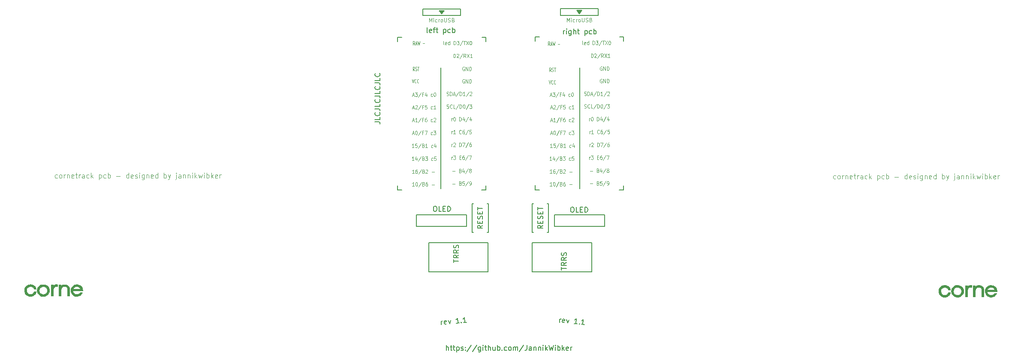
<source format=gbr>
%TF.GenerationSoftware,KiCad,Pcbnew,(5.1.6-0-10_14)*%
%TF.CreationDate,2020-09-30T17:19:45+02:00*%
%TF.ProjectId,cornetrack,636f726e-6574-4726-9163-6b2e6b696361,1.1*%
%TF.SameCoordinates,Original*%
%TF.FileFunction,Legend,Top*%
%TF.FilePolarity,Positive*%
%FSLAX46Y46*%
G04 Gerber Fmt 4.6, Leading zero omitted, Abs format (unit mm)*
G04 Created by KiCad (PCBNEW (5.1.6-0-10_14)) date 2020-09-30 17:19:45*
%MOMM*%
%LPD*%
G01*
G04 APERTURE LIST*
%ADD10C,0.150000*%
%ADD11C,0.125000*%
%ADD12C,0.010000*%
%ADD13C,0.120000*%
G04 APERTURE END LIST*
D10*
X158837714Y-30170380D02*
X158837714Y-29503714D01*
X158837714Y-29694190D02*
X158885333Y-29598952D01*
X158932952Y-29551333D01*
X159028190Y-29503714D01*
X159123428Y-29503714D01*
X159456761Y-30170380D02*
X159456761Y-29503714D01*
X159456761Y-29170380D02*
X159409142Y-29218000D01*
X159456761Y-29265619D01*
X159504380Y-29218000D01*
X159456761Y-29170380D01*
X159456761Y-29265619D01*
X160361523Y-29503714D02*
X160361523Y-30313238D01*
X160313904Y-30408476D01*
X160266285Y-30456095D01*
X160171047Y-30503714D01*
X160028190Y-30503714D01*
X159932952Y-30456095D01*
X160361523Y-30122761D02*
X160266285Y-30170380D01*
X160075809Y-30170380D01*
X159980571Y-30122761D01*
X159932952Y-30075142D01*
X159885333Y-29979904D01*
X159885333Y-29694190D01*
X159932952Y-29598952D01*
X159980571Y-29551333D01*
X160075809Y-29503714D01*
X160266285Y-29503714D01*
X160361523Y-29551333D01*
X160837714Y-30170380D02*
X160837714Y-29170380D01*
X161266285Y-30170380D02*
X161266285Y-29646571D01*
X161218666Y-29551333D01*
X161123428Y-29503714D01*
X160980571Y-29503714D01*
X160885333Y-29551333D01*
X160837714Y-29598952D01*
X161599619Y-29503714D02*
X161980571Y-29503714D01*
X161742476Y-29170380D02*
X161742476Y-30027523D01*
X161790095Y-30122761D01*
X161885333Y-30170380D01*
X161980571Y-30170380D01*
X163075809Y-29503714D02*
X163075809Y-30503714D01*
X163075809Y-29551333D02*
X163171047Y-29503714D01*
X163361523Y-29503714D01*
X163456761Y-29551333D01*
X163504380Y-29598952D01*
X163552000Y-29694190D01*
X163552000Y-29979904D01*
X163504380Y-30075142D01*
X163456761Y-30122761D01*
X163361523Y-30170380D01*
X163171047Y-30170380D01*
X163075809Y-30122761D01*
X164409142Y-30122761D02*
X164313904Y-30170380D01*
X164123428Y-30170380D01*
X164028190Y-30122761D01*
X163980571Y-30075142D01*
X163932952Y-29979904D01*
X163932952Y-29694190D01*
X163980571Y-29598952D01*
X164028190Y-29551333D01*
X164123428Y-29503714D01*
X164313904Y-29503714D01*
X164409142Y-29551333D01*
X164837714Y-30170380D02*
X164837714Y-29170380D01*
X164837714Y-29551333D02*
X164932952Y-29503714D01*
X165123428Y-29503714D01*
X165218666Y-29551333D01*
X165266285Y-29598952D01*
X165313904Y-29694190D01*
X165313904Y-29979904D01*
X165266285Y-30075142D01*
X165218666Y-30122761D01*
X165123428Y-30170380D01*
X164932952Y-30170380D01*
X164837714Y-30122761D01*
X132024761Y-29916380D02*
X131929523Y-29868761D01*
X131881904Y-29773523D01*
X131881904Y-28916380D01*
X132786666Y-29868761D02*
X132691428Y-29916380D01*
X132500952Y-29916380D01*
X132405714Y-29868761D01*
X132358095Y-29773523D01*
X132358095Y-29392571D01*
X132405714Y-29297333D01*
X132500952Y-29249714D01*
X132691428Y-29249714D01*
X132786666Y-29297333D01*
X132834285Y-29392571D01*
X132834285Y-29487809D01*
X132358095Y-29583047D01*
X133120000Y-29249714D02*
X133500952Y-29249714D01*
X133262857Y-29916380D02*
X133262857Y-29059238D01*
X133310476Y-28964000D01*
X133405714Y-28916380D01*
X133500952Y-28916380D01*
X133691428Y-29249714D02*
X134072380Y-29249714D01*
X133834285Y-28916380D02*
X133834285Y-29773523D01*
X133881904Y-29868761D01*
X133977142Y-29916380D01*
X134072380Y-29916380D01*
X135167619Y-29249714D02*
X135167619Y-30249714D01*
X135167619Y-29297333D02*
X135262857Y-29249714D01*
X135453333Y-29249714D01*
X135548571Y-29297333D01*
X135596190Y-29344952D01*
X135643809Y-29440190D01*
X135643809Y-29725904D01*
X135596190Y-29821142D01*
X135548571Y-29868761D01*
X135453333Y-29916380D01*
X135262857Y-29916380D01*
X135167619Y-29868761D01*
X136500952Y-29868761D02*
X136405714Y-29916380D01*
X136215238Y-29916380D01*
X136120000Y-29868761D01*
X136072380Y-29821142D01*
X136024761Y-29725904D01*
X136024761Y-29440190D01*
X136072380Y-29344952D01*
X136120000Y-29297333D01*
X136215238Y-29249714D01*
X136405714Y-29249714D01*
X136500952Y-29297333D01*
X136929523Y-29916380D02*
X136929523Y-28916380D01*
X136929523Y-29297333D02*
X137024761Y-29249714D01*
X137215238Y-29249714D01*
X137310476Y-29297333D01*
X137358095Y-29344952D01*
X137405714Y-29440190D01*
X137405714Y-29725904D01*
X137358095Y-29821142D01*
X137310476Y-29868761D01*
X137215238Y-29916380D01*
X137024761Y-29916380D01*
X136929523Y-29868761D01*
X134620000Y-36830000D02*
X134620000Y-60706000D01*
X162052000Y-36830000D02*
X162052000Y-60706000D01*
X135724857Y-92654380D02*
X135724857Y-91654380D01*
X136153428Y-92654380D02*
X136153428Y-92130571D01*
X136105809Y-92035333D01*
X136010571Y-91987714D01*
X135867714Y-91987714D01*
X135772476Y-92035333D01*
X135724857Y-92082952D01*
X136486761Y-91987714D02*
X136867714Y-91987714D01*
X136629619Y-91654380D02*
X136629619Y-92511523D01*
X136677238Y-92606761D01*
X136772476Y-92654380D01*
X136867714Y-92654380D01*
X137058190Y-91987714D02*
X137439142Y-91987714D01*
X137201047Y-91654380D02*
X137201047Y-92511523D01*
X137248666Y-92606761D01*
X137343904Y-92654380D01*
X137439142Y-92654380D01*
X137772476Y-91987714D02*
X137772476Y-92987714D01*
X137772476Y-92035333D02*
X137867714Y-91987714D01*
X138058190Y-91987714D01*
X138153428Y-92035333D01*
X138201047Y-92082952D01*
X138248666Y-92178190D01*
X138248666Y-92463904D01*
X138201047Y-92559142D01*
X138153428Y-92606761D01*
X138058190Y-92654380D01*
X137867714Y-92654380D01*
X137772476Y-92606761D01*
X138629619Y-92606761D02*
X138724857Y-92654380D01*
X138915333Y-92654380D01*
X139010571Y-92606761D01*
X139058190Y-92511523D01*
X139058190Y-92463904D01*
X139010571Y-92368666D01*
X138915333Y-92321047D01*
X138772476Y-92321047D01*
X138677238Y-92273428D01*
X138629619Y-92178190D01*
X138629619Y-92130571D01*
X138677238Y-92035333D01*
X138772476Y-91987714D01*
X138915333Y-91987714D01*
X139010571Y-92035333D01*
X139486761Y-92559142D02*
X139534380Y-92606761D01*
X139486761Y-92654380D01*
X139439142Y-92606761D01*
X139486761Y-92559142D01*
X139486761Y-92654380D01*
X139486761Y-92035333D02*
X139534380Y-92082952D01*
X139486761Y-92130571D01*
X139439142Y-92082952D01*
X139486761Y-92035333D01*
X139486761Y-92130571D01*
X140677238Y-91606761D02*
X139820095Y-92892476D01*
X141724857Y-91606761D02*
X140867714Y-92892476D01*
X142486761Y-91987714D02*
X142486761Y-92797238D01*
X142439142Y-92892476D01*
X142391523Y-92940095D01*
X142296285Y-92987714D01*
X142153428Y-92987714D01*
X142058190Y-92940095D01*
X142486761Y-92606761D02*
X142391523Y-92654380D01*
X142201047Y-92654380D01*
X142105809Y-92606761D01*
X142058190Y-92559142D01*
X142010571Y-92463904D01*
X142010571Y-92178190D01*
X142058190Y-92082952D01*
X142105809Y-92035333D01*
X142201047Y-91987714D01*
X142391523Y-91987714D01*
X142486761Y-92035333D01*
X142962952Y-92654380D02*
X142962952Y-91987714D01*
X142962952Y-91654380D02*
X142915333Y-91702000D01*
X142962952Y-91749619D01*
X143010571Y-91702000D01*
X142962952Y-91654380D01*
X142962952Y-91749619D01*
X143296285Y-91987714D02*
X143677238Y-91987714D01*
X143439142Y-91654380D02*
X143439142Y-92511523D01*
X143486761Y-92606761D01*
X143582000Y-92654380D01*
X143677238Y-92654380D01*
X144010571Y-92654380D02*
X144010571Y-91654380D01*
X144439142Y-92654380D02*
X144439142Y-92130571D01*
X144391523Y-92035333D01*
X144296285Y-91987714D01*
X144153428Y-91987714D01*
X144058190Y-92035333D01*
X144010571Y-92082952D01*
X145343904Y-91987714D02*
X145343904Y-92654380D01*
X144915333Y-91987714D02*
X144915333Y-92511523D01*
X144962952Y-92606761D01*
X145058190Y-92654380D01*
X145201047Y-92654380D01*
X145296285Y-92606761D01*
X145343904Y-92559142D01*
X145820095Y-92654380D02*
X145820095Y-91654380D01*
X145820095Y-92035333D02*
X145915333Y-91987714D01*
X146105809Y-91987714D01*
X146201047Y-92035333D01*
X146248666Y-92082952D01*
X146296285Y-92178190D01*
X146296285Y-92463904D01*
X146248666Y-92559142D01*
X146201047Y-92606761D01*
X146105809Y-92654380D01*
X145915333Y-92654380D01*
X145820095Y-92606761D01*
X146724857Y-92559142D02*
X146772476Y-92606761D01*
X146724857Y-92654380D01*
X146677238Y-92606761D01*
X146724857Y-92559142D01*
X146724857Y-92654380D01*
X147629619Y-92606761D02*
X147534380Y-92654380D01*
X147343904Y-92654380D01*
X147248666Y-92606761D01*
X147201047Y-92559142D01*
X147153428Y-92463904D01*
X147153428Y-92178190D01*
X147201047Y-92082952D01*
X147248666Y-92035333D01*
X147343904Y-91987714D01*
X147534380Y-91987714D01*
X147629619Y-92035333D01*
X148201047Y-92654380D02*
X148105809Y-92606761D01*
X148058190Y-92559142D01*
X148010571Y-92463904D01*
X148010571Y-92178190D01*
X148058190Y-92082952D01*
X148105809Y-92035333D01*
X148201047Y-91987714D01*
X148343904Y-91987714D01*
X148439142Y-92035333D01*
X148486761Y-92082952D01*
X148534380Y-92178190D01*
X148534380Y-92463904D01*
X148486761Y-92559142D01*
X148439142Y-92606761D01*
X148343904Y-92654380D01*
X148201047Y-92654380D01*
X148962952Y-92654380D02*
X148962952Y-91987714D01*
X148962952Y-92082952D02*
X149010571Y-92035333D01*
X149105809Y-91987714D01*
X149248666Y-91987714D01*
X149343904Y-92035333D01*
X149391523Y-92130571D01*
X149391523Y-92654380D01*
X149391523Y-92130571D02*
X149439142Y-92035333D01*
X149534380Y-91987714D01*
X149677238Y-91987714D01*
X149772476Y-92035333D01*
X149820095Y-92130571D01*
X149820095Y-92654380D01*
X151010571Y-91606761D02*
X150153428Y-92892476D01*
X151629619Y-91654380D02*
X151629619Y-92368666D01*
X151582000Y-92511523D01*
X151486761Y-92606761D01*
X151343904Y-92654380D01*
X151248666Y-92654380D01*
X152534380Y-92654380D02*
X152534380Y-92130571D01*
X152486761Y-92035333D01*
X152391523Y-91987714D01*
X152201047Y-91987714D01*
X152105809Y-92035333D01*
X152534380Y-92606761D02*
X152439142Y-92654380D01*
X152201047Y-92654380D01*
X152105809Y-92606761D01*
X152058190Y-92511523D01*
X152058190Y-92416285D01*
X152105809Y-92321047D01*
X152201047Y-92273428D01*
X152439142Y-92273428D01*
X152534380Y-92225809D01*
X153010571Y-91987714D02*
X153010571Y-92654380D01*
X153010571Y-92082952D02*
X153058190Y-92035333D01*
X153153428Y-91987714D01*
X153296285Y-91987714D01*
X153391523Y-92035333D01*
X153439142Y-92130571D01*
X153439142Y-92654380D01*
X153915333Y-91987714D02*
X153915333Y-92654380D01*
X153915333Y-92082952D02*
X153962952Y-92035333D01*
X154058190Y-91987714D01*
X154201047Y-91987714D01*
X154296285Y-92035333D01*
X154343904Y-92130571D01*
X154343904Y-92654380D01*
X154820095Y-92654380D02*
X154820095Y-91987714D01*
X154820095Y-91654380D02*
X154772476Y-91702000D01*
X154820095Y-91749619D01*
X154867714Y-91702000D01*
X154820095Y-91654380D01*
X154820095Y-91749619D01*
X155296285Y-92654380D02*
X155296285Y-91654380D01*
X155391523Y-92273428D02*
X155677238Y-92654380D01*
X155677238Y-91987714D02*
X155296285Y-92368666D01*
X156010571Y-91654380D02*
X156248666Y-92654380D01*
X156439142Y-91940095D01*
X156629619Y-92654380D01*
X156867714Y-91654380D01*
X157248666Y-92654380D02*
X157248666Y-91987714D01*
X157248666Y-91654380D02*
X157201047Y-91702000D01*
X157248666Y-91749619D01*
X157296285Y-91702000D01*
X157248666Y-91654380D01*
X157248666Y-91749619D01*
X157724857Y-92654380D02*
X157724857Y-91654380D01*
X157724857Y-92035333D02*
X157820095Y-91987714D01*
X158010571Y-91987714D01*
X158105809Y-92035333D01*
X158153428Y-92082952D01*
X158201047Y-92178190D01*
X158201047Y-92463904D01*
X158153428Y-92559142D01*
X158105809Y-92606761D01*
X158010571Y-92654380D01*
X157820095Y-92654380D01*
X157724857Y-92606761D01*
X158629619Y-92654380D02*
X158629619Y-91654380D01*
X158724857Y-92273428D02*
X159010571Y-92654380D01*
X159010571Y-91987714D02*
X158629619Y-92368666D01*
X159820095Y-92606761D02*
X159724857Y-92654380D01*
X159534380Y-92654380D01*
X159439142Y-92606761D01*
X159391523Y-92511523D01*
X159391523Y-92130571D01*
X159439142Y-92035333D01*
X159534380Y-91987714D01*
X159724857Y-91987714D01*
X159820095Y-92035333D01*
X159867714Y-92130571D01*
X159867714Y-92225809D01*
X159391523Y-92321047D01*
X160296285Y-92654380D02*
X160296285Y-91987714D01*
X160296285Y-92178190D02*
X160343904Y-92082952D01*
X160391523Y-92035333D01*
X160486761Y-91987714D01*
X160582000Y-91987714D01*
X134756378Y-87532398D02*
X134698274Y-86868268D01*
X134714875Y-87058020D02*
X134754013Y-86958994D01*
X134797300Y-86907406D01*
X134888026Y-86851667D01*
X134982901Y-86843367D01*
X135748423Y-87397805D02*
X135657697Y-87453543D01*
X135467946Y-87470144D01*
X135368920Y-87431007D01*
X135313181Y-87340281D01*
X135279979Y-86960779D01*
X135319117Y-86861753D01*
X135409842Y-86806014D01*
X135599593Y-86789413D01*
X135698619Y-86828550D01*
X135754358Y-86919276D01*
X135762658Y-87014151D01*
X135296580Y-87150530D01*
X136073972Y-86747910D02*
X136369265Y-87391289D01*
X136548350Y-86706408D01*
X138266779Y-87225278D02*
X137697524Y-87275081D01*
X137982152Y-87250179D02*
X137894996Y-86253985D01*
X137812571Y-86404599D01*
X137725996Y-86507775D01*
X137635270Y-86563513D01*
X138685419Y-87093050D02*
X138737007Y-87136337D01*
X138693719Y-87187925D01*
X138642131Y-87144638D01*
X138685419Y-87093050D01*
X138693719Y-87187925D01*
X139689914Y-87100770D02*
X139120660Y-87150573D01*
X139405287Y-87125671D02*
X139318131Y-86129477D01*
X139235706Y-86280091D01*
X139149131Y-86383267D01*
X139058406Y-86439005D01*
X158045523Y-87104920D02*
X158103627Y-86440790D01*
X158087026Y-86630541D02*
X158142764Y-86539816D01*
X158194352Y-86496529D01*
X158293378Y-86457391D01*
X158388254Y-86465692D01*
X159045868Y-87144638D02*
X158946842Y-87183775D01*
X158757091Y-87167174D01*
X158666365Y-87111436D01*
X158627228Y-87012410D01*
X158660430Y-86632907D01*
X158716169Y-86542182D01*
X158815194Y-86503044D01*
X159004946Y-86519645D01*
X159095671Y-86575384D01*
X159134809Y-86674410D01*
X159126508Y-86769285D01*
X158643829Y-86822658D01*
X159479324Y-86561148D02*
X159658410Y-87246029D01*
X159953703Y-86602651D01*
X161555923Y-87412040D02*
X160986669Y-87362237D01*
X161271296Y-87387139D02*
X161358452Y-86390944D01*
X161251126Y-86524957D01*
X161147949Y-86611532D01*
X161048923Y-86650669D01*
X161991164Y-87354517D02*
X162034452Y-87406105D01*
X161982864Y-87449393D01*
X161939576Y-87397805D01*
X161991164Y-87354517D01*
X161982864Y-87449393D01*
X162979059Y-87536548D02*
X162409805Y-87486745D01*
X162694432Y-87511647D02*
X162781587Y-86515452D01*
X162674261Y-86649465D01*
X162571085Y-86736040D01*
X162472059Y-86775177D01*
X121626380Y-47545047D02*
X122340666Y-47545047D01*
X122483523Y-47592666D01*
X122578761Y-47687904D01*
X122626380Y-47830761D01*
X122626380Y-47926000D01*
X122626380Y-46592666D02*
X122626380Y-47068857D01*
X121626380Y-47068857D01*
X122531142Y-45687904D02*
X122578761Y-45735523D01*
X122626380Y-45878380D01*
X122626380Y-45973619D01*
X122578761Y-46116476D01*
X122483523Y-46211714D01*
X122388285Y-46259333D01*
X122197809Y-46306952D01*
X122054952Y-46306952D01*
X121864476Y-46259333D01*
X121769238Y-46211714D01*
X121674000Y-46116476D01*
X121626380Y-45973619D01*
X121626380Y-45878380D01*
X121674000Y-45735523D01*
X121721619Y-45687904D01*
X121626380Y-44973619D02*
X122340666Y-44973619D01*
X122483523Y-45021238D01*
X122578761Y-45116476D01*
X122626380Y-45259333D01*
X122626380Y-45354571D01*
X122626380Y-44021238D02*
X122626380Y-44497428D01*
X121626380Y-44497428D01*
X122531142Y-43116476D02*
X122578761Y-43164095D01*
X122626380Y-43306952D01*
X122626380Y-43402190D01*
X122578761Y-43545047D01*
X122483523Y-43640285D01*
X122388285Y-43687904D01*
X122197809Y-43735523D01*
X122054952Y-43735523D01*
X121864476Y-43687904D01*
X121769238Y-43640285D01*
X121674000Y-43545047D01*
X121626380Y-43402190D01*
X121626380Y-43306952D01*
X121674000Y-43164095D01*
X121721619Y-43116476D01*
X121626380Y-42402190D02*
X122340666Y-42402190D01*
X122483523Y-42449809D01*
X122578761Y-42545047D01*
X122626380Y-42687904D01*
X122626380Y-42783142D01*
X122626380Y-41449809D02*
X122626380Y-41926000D01*
X121626380Y-41926000D01*
X122531142Y-40545047D02*
X122578761Y-40592666D01*
X122626380Y-40735523D01*
X122626380Y-40830761D01*
X122578761Y-40973619D01*
X122483523Y-41068857D01*
X122388285Y-41116476D01*
X122197809Y-41164095D01*
X122054952Y-41164095D01*
X121864476Y-41116476D01*
X121769238Y-41068857D01*
X121674000Y-40973619D01*
X121626380Y-40830761D01*
X121626380Y-40735523D01*
X121674000Y-40592666D01*
X121721619Y-40545047D01*
X121626380Y-39830761D02*
X122340666Y-39830761D01*
X122483523Y-39878380D01*
X122578761Y-39973619D01*
X122626380Y-40116476D01*
X122626380Y-40211714D01*
X122626380Y-38878380D02*
X122626380Y-39354571D01*
X121626380Y-39354571D01*
X122531142Y-37973619D02*
X122578761Y-38021238D01*
X122626380Y-38164095D01*
X122626380Y-38259333D01*
X122578761Y-38402190D01*
X122483523Y-38497428D01*
X122388285Y-38545047D01*
X122197809Y-38592666D01*
X122054952Y-38592666D01*
X121864476Y-38545047D01*
X121769238Y-38497428D01*
X121674000Y-38402190D01*
X121626380Y-38259333D01*
X121626380Y-38164095D01*
X121674000Y-38021238D01*
X121721619Y-37973619D01*
D11*
X58913916Y-58570761D02*
X58818678Y-58618380D01*
X58628202Y-58618380D01*
X58532964Y-58570761D01*
X58485345Y-58523142D01*
X58437726Y-58427904D01*
X58437726Y-58142190D01*
X58485345Y-58046952D01*
X58532964Y-57999333D01*
X58628202Y-57951714D01*
X58818678Y-57951714D01*
X58913916Y-57999333D01*
X59485345Y-58618380D02*
X59390107Y-58570761D01*
X59342488Y-58523142D01*
X59294869Y-58427904D01*
X59294869Y-58142190D01*
X59342488Y-58046952D01*
X59390107Y-57999333D01*
X59485345Y-57951714D01*
X59628202Y-57951714D01*
X59723440Y-57999333D01*
X59771059Y-58046952D01*
X59818678Y-58142190D01*
X59818678Y-58427904D01*
X59771059Y-58523142D01*
X59723440Y-58570761D01*
X59628202Y-58618380D01*
X59485345Y-58618380D01*
X60247250Y-58618380D02*
X60247250Y-57951714D01*
X60247250Y-58142190D02*
X60294869Y-58046952D01*
X60342488Y-57999333D01*
X60437726Y-57951714D01*
X60532964Y-57951714D01*
X60866297Y-57951714D02*
X60866297Y-58618380D01*
X60866297Y-58046952D02*
X60913916Y-57999333D01*
X61009154Y-57951714D01*
X61152011Y-57951714D01*
X61247250Y-57999333D01*
X61294869Y-58094571D01*
X61294869Y-58618380D01*
X62152011Y-58570761D02*
X62056773Y-58618380D01*
X61866297Y-58618380D01*
X61771059Y-58570761D01*
X61723440Y-58475523D01*
X61723440Y-58094571D01*
X61771059Y-57999333D01*
X61866297Y-57951714D01*
X62056773Y-57951714D01*
X62152011Y-57999333D01*
X62199630Y-58094571D01*
X62199630Y-58189809D01*
X61723440Y-58285047D01*
X62485345Y-57951714D02*
X62866297Y-57951714D01*
X62628202Y-57618380D02*
X62628202Y-58475523D01*
X62675821Y-58570761D01*
X62771059Y-58618380D01*
X62866297Y-58618380D01*
X63199630Y-58618380D02*
X63199630Y-57951714D01*
X63199630Y-58142190D02*
X63247250Y-58046952D01*
X63294869Y-57999333D01*
X63390107Y-57951714D01*
X63485345Y-57951714D01*
X64247250Y-58618380D02*
X64247250Y-58094571D01*
X64199630Y-57999333D01*
X64104392Y-57951714D01*
X63913916Y-57951714D01*
X63818678Y-57999333D01*
X64247250Y-58570761D02*
X64152011Y-58618380D01*
X63913916Y-58618380D01*
X63818678Y-58570761D01*
X63771059Y-58475523D01*
X63771059Y-58380285D01*
X63818678Y-58285047D01*
X63913916Y-58237428D01*
X64152011Y-58237428D01*
X64247250Y-58189809D01*
X65152011Y-58570761D02*
X65056773Y-58618380D01*
X64866297Y-58618380D01*
X64771059Y-58570761D01*
X64723440Y-58523142D01*
X64675821Y-58427904D01*
X64675821Y-58142190D01*
X64723440Y-58046952D01*
X64771059Y-57999333D01*
X64866297Y-57951714D01*
X65056773Y-57951714D01*
X65152011Y-57999333D01*
X65580583Y-58618380D02*
X65580583Y-57618380D01*
X65675821Y-58237428D02*
X65961535Y-58618380D01*
X65961535Y-57951714D02*
X65580583Y-58332666D01*
X67152011Y-57951714D02*
X67152011Y-58951714D01*
X67152011Y-57999333D02*
X67247250Y-57951714D01*
X67437726Y-57951714D01*
X67532964Y-57999333D01*
X67580583Y-58046952D01*
X67628202Y-58142190D01*
X67628202Y-58427904D01*
X67580583Y-58523142D01*
X67532964Y-58570761D01*
X67437726Y-58618380D01*
X67247250Y-58618380D01*
X67152011Y-58570761D01*
X68485345Y-58570761D02*
X68390107Y-58618380D01*
X68199630Y-58618380D01*
X68104392Y-58570761D01*
X68056773Y-58523142D01*
X68009154Y-58427904D01*
X68009154Y-58142190D01*
X68056773Y-58046952D01*
X68104392Y-57999333D01*
X68199630Y-57951714D01*
X68390107Y-57951714D01*
X68485345Y-57999333D01*
X68913916Y-58618380D02*
X68913916Y-57618380D01*
X68913916Y-57999333D02*
X69009154Y-57951714D01*
X69199630Y-57951714D01*
X69294869Y-57999333D01*
X69342488Y-58046952D01*
X69390107Y-58142190D01*
X69390107Y-58427904D01*
X69342488Y-58523142D01*
X69294869Y-58570761D01*
X69199630Y-58618380D01*
X69009154Y-58618380D01*
X68913916Y-58570761D01*
X70580583Y-58237428D02*
X71342488Y-58237428D01*
X73009154Y-58618380D02*
X73009154Y-57618380D01*
X73009154Y-58570761D02*
X72913916Y-58618380D01*
X72723440Y-58618380D01*
X72628202Y-58570761D01*
X72580583Y-58523142D01*
X72532964Y-58427904D01*
X72532964Y-58142190D01*
X72580583Y-58046952D01*
X72628202Y-57999333D01*
X72723440Y-57951714D01*
X72913916Y-57951714D01*
X73009154Y-57999333D01*
X73866297Y-58570761D02*
X73771059Y-58618380D01*
X73580583Y-58618380D01*
X73485345Y-58570761D01*
X73437726Y-58475523D01*
X73437726Y-58094571D01*
X73485345Y-57999333D01*
X73580583Y-57951714D01*
X73771059Y-57951714D01*
X73866297Y-57999333D01*
X73913916Y-58094571D01*
X73913916Y-58189809D01*
X73437726Y-58285047D01*
X74294869Y-58570761D02*
X74390107Y-58618380D01*
X74580583Y-58618380D01*
X74675821Y-58570761D01*
X74723440Y-58475523D01*
X74723440Y-58427904D01*
X74675821Y-58332666D01*
X74580583Y-58285047D01*
X74437726Y-58285047D01*
X74342488Y-58237428D01*
X74294869Y-58142190D01*
X74294869Y-58094571D01*
X74342488Y-57999333D01*
X74437726Y-57951714D01*
X74580583Y-57951714D01*
X74675821Y-57999333D01*
X75152011Y-58618380D02*
X75152011Y-57951714D01*
X75152011Y-57618380D02*
X75104392Y-57666000D01*
X75152011Y-57713619D01*
X75199630Y-57666000D01*
X75152011Y-57618380D01*
X75152011Y-57713619D01*
X76056773Y-57951714D02*
X76056773Y-58761238D01*
X76009154Y-58856476D01*
X75961535Y-58904095D01*
X75866297Y-58951714D01*
X75723440Y-58951714D01*
X75628202Y-58904095D01*
X76056773Y-58570761D02*
X75961535Y-58618380D01*
X75771059Y-58618380D01*
X75675821Y-58570761D01*
X75628202Y-58523142D01*
X75580583Y-58427904D01*
X75580583Y-58142190D01*
X75628202Y-58046952D01*
X75675821Y-57999333D01*
X75771059Y-57951714D01*
X75961535Y-57951714D01*
X76056773Y-57999333D01*
X76532964Y-57951714D02*
X76532964Y-58618380D01*
X76532964Y-58046952D02*
X76580583Y-57999333D01*
X76675821Y-57951714D01*
X76818678Y-57951714D01*
X76913916Y-57999333D01*
X76961535Y-58094571D01*
X76961535Y-58618380D01*
X77818678Y-58570761D02*
X77723440Y-58618380D01*
X77532964Y-58618380D01*
X77437726Y-58570761D01*
X77390107Y-58475523D01*
X77390107Y-58094571D01*
X77437726Y-57999333D01*
X77532964Y-57951714D01*
X77723440Y-57951714D01*
X77818678Y-57999333D01*
X77866297Y-58094571D01*
X77866297Y-58189809D01*
X77390107Y-58285047D01*
X78723440Y-58618380D02*
X78723440Y-57618380D01*
X78723440Y-58570761D02*
X78628202Y-58618380D01*
X78437726Y-58618380D01*
X78342488Y-58570761D01*
X78294869Y-58523142D01*
X78247250Y-58427904D01*
X78247250Y-58142190D01*
X78294869Y-58046952D01*
X78342488Y-57999333D01*
X78437726Y-57951714D01*
X78628202Y-57951714D01*
X78723440Y-57999333D01*
X79961535Y-58618380D02*
X79961535Y-57618380D01*
X79961535Y-57999333D02*
X80056773Y-57951714D01*
X80247250Y-57951714D01*
X80342488Y-57999333D01*
X80390107Y-58046952D01*
X80437726Y-58142190D01*
X80437726Y-58427904D01*
X80390107Y-58523142D01*
X80342488Y-58570761D01*
X80247250Y-58618380D01*
X80056773Y-58618380D01*
X79961535Y-58570761D01*
X80771059Y-57951714D02*
X81009154Y-58618380D01*
X81247250Y-57951714D02*
X81009154Y-58618380D01*
X80913916Y-58856476D01*
X80866297Y-58904095D01*
X80771059Y-58951714D01*
X82390107Y-57951714D02*
X82390107Y-58808857D01*
X82342488Y-58904095D01*
X82247250Y-58951714D01*
X82199630Y-58951714D01*
X82390107Y-57618380D02*
X82342488Y-57666000D01*
X82390107Y-57713619D01*
X82437726Y-57666000D01*
X82390107Y-57618380D01*
X82390107Y-57713619D01*
X83294869Y-58618380D02*
X83294869Y-58094571D01*
X83247250Y-57999333D01*
X83152011Y-57951714D01*
X82961535Y-57951714D01*
X82866297Y-57999333D01*
X83294869Y-58570761D02*
X83199630Y-58618380D01*
X82961535Y-58618380D01*
X82866297Y-58570761D01*
X82818678Y-58475523D01*
X82818678Y-58380285D01*
X82866297Y-58285047D01*
X82961535Y-58237428D01*
X83199630Y-58237428D01*
X83294869Y-58189809D01*
X83771059Y-57951714D02*
X83771059Y-58618380D01*
X83771059Y-58046952D02*
X83818678Y-57999333D01*
X83913916Y-57951714D01*
X84056773Y-57951714D01*
X84152011Y-57999333D01*
X84199630Y-58094571D01*
X84199630Y-58618380D01*
X84675821Y-57951714D02*
X84675821Y-58618380D01*
X84675821Y-58046952D02*
X84723440Y-57999333D01*
X84818678Y-57951714D01*
X84961535Y-57951714D01*
X85056773Y-57999333D01*
X85104392Y-58094571D01*
X85104392Y-58618380D01*
X85580583Y-58618380D02*
X85580583Y-57951714D01*
X85580583Y-57618380D02*
X85532964Y-57666000D01*
X85580583Y-57713619D01*
X85628202Y-57666000D01*
X85580583Y-57618380D01*
X85580583Y-57713619D01*
X86056773Y-58618380D02*
X86056773Y-57618380D01*
X86152011Y-58237428D02*
X86437726Y-58618380D01*
X86437726Y-57951714D02*
X86056773Y-58332666D01*
X86771059Y-57951714D02*
X86961535Y-58618380D01*
X87152011Y-58142190D01*
X87342488Y-58618380D01*
X87532964Y-57951714D01*
X87913916Y-58618380D02*
X87913916Y-57951714D01*
X87913916Y-57618380D02*
X87866297Y-57666000D01*
X87913916Y-57713619D01*
X87961535Y-57666000D01*
X87913916Y-57618380D01*
X87913916Y-57713619D01*
X88390107Y-58618380D02*
X88390107Y-57618380D01*
X88390107Y-57999333D02*
X88485345Y-57951714D01*
X88675821Y-57951714D01*
X88771059Y-57999333D01*
X88818678Y-58046952D01*
X88866297Y-58142190D01*
X88866297Y-58427904D01*
X88818678Y-58523142D01*
X88771059Y-58570761D01*
X88675821Y-58618380D01*
X88485345Y-58618380D01*
X88390107Y-58570761D01*
X89294869Y-58618380D02*
X89294869Y-57618380D01*
X89390107Y-58237428D02*
X89675821Y-58618380D01*
X89675821Y-57951714D02*
X89294869Y-58332666D01*
X90485345Y-58570761D02*
X90390107Y-58618380D01*
X90199630Y-58618380D01*
X90104392Y-58570761D01*
X90056773Y-58475523D01*
X90056773Y-58094571D01*
X90104392Y-57999333D01*
X90199630Y-57951714D01*
X90390107Y-57951714D01*
X90485345Y-57999333D01*
X90532964Y-58094571D01*
X90532964Y-58189809D01*
X90056773Y-58285047D01*
X90961535Y-58618380D02*
X90961535Y-57951714D01*
X90961535Y-58142190D02*
X91009154Y-58046952D01*
X91056773Y-57999333D01*
X91152011Y-57951714D01*
X91247249Y-57951714D01*
X212580416Y-58734761D02*
X212485178Y-58782380D01*
X212294702Y-58782380D01*
X212199464Y-58734761D01*
X212151845Y-58687142D01*
X212104226Y-58591904D01*
X212104226Y-58306190D01*
X212151845Y-58210952D01*
X212199464Y-58163333D01*
X212294702Y-58115714D01*
X212485178Y-58115714D01*
X212580416Y-58163333D01*
X213151845Y-58782380D02*
X213056607Y-58734761D01*
X213008988Y-58687142D01*
X212961369Y-58591904D01*
X212961369Y-58306190D01*
X213008988Y-58210952D01*
X213056607Y-58163333D01*
X213151845Y-58115714D01*
X213294702Y-58115714D01*
X213389940Y-58163333D01*
X213437559Y-58210952D01*
X213485178Y-58306190D01*
X213485178Y-58591904D01*
X213437559Y-58687142D01*
X213389940Y-58734761D01*
X213294702Y-58782380D01*
X213151845Y-58782380D01*
X213913750Y-58782380D02*
X213913750Y-58115714D01*
X213913750Y-58306190D02*
X213961369Y-58210952D01*
X214008988Y-58163333D01*
X214104226Y-58115714D01*
X214199464Y-58115714D01*
X214532797Y-58115714D02*
X214532797Y-58782380D01*
X214532797Y-58210952D02*
X214580416Y-58163333D01*
X214675654Y-58115714D01*
X214818511Y-58115714D01*
X214913750Y-58163333D01*
X214961369Y-58258571D01*
X214961369Y-58782380D01*
X215818511Y-58734761D02*
X215723273Y-58782380D01*
X215532797Y-58782380D01*
X215437559Y-58734761D01*
X215389940Y-58639523D01*
X215389940Y-58258571D01*
X215437559Y-58163333D01*
X215532797Y-58115714D01*
X215723273Y-58115714D01*
X215818511Y-58163333D01*
X215866130Y-58258571D01*
X215866130Y-58353809D01*
X215389940Y-58449047D01*
X216151845Y-58115714D02*
X216532797Y-58115714D01*
X216294702Y-57782380D02*
X216294702Y-58639523D01*
X216342321Y-58734761D01*
X216437559Y-58782380D01*
X216532797Y-58782380D01*
X216866130Y-58782380D02*
X216866130Y-58115714D01*
X216866130Y-58306190D02*
X216913750Y-58210952D01*
X216961369Y-58163333D01*
X217056607Y-58115714D01*
X217151845Y-58115714D01*
X217913750Y-58782380D02*
X217913750Y-58258571D01*
X217866130Y-58163333D01*
X217770892Y-58115714D01*
X217580416Y-58115714D01*
X217485178Y-58163333D01*
X217913750Y-58734761D02*
X217818511Y-58782380D01*
X217580416Y-58782380D01*
X217485178Y-58734761D01*
X217437559Y-58639523D01*
X217437559Y-58544285D01*
X217485178Y-58449047D01*
X217580416Y-58401428D01*
X217818511Y-58401428D01*
X217913750Y-58353809D01*
X218818511Y-58734761D02*
X218723273Y-58782380D01*
X218532797Y-58782380D01*
X218437559Y-58734761D01*
X218389940Y-58687142D01*
X218342321Y-58591904D01*
X218342321Y-58306190D01*
X218389940Y-58210952D01*
X218437559Y-58163333D01*
X218532797Y-58115714D01*
X218723273Y-58115714D01*
X218818511Y-58163333D01*
X219247083Y-58782380D02*
X219247083Y-57782380D01*
X219342321Y-58401428D02*
X219628035Y-58782380D01*
X219628035Y-58115714D02*
X219247083Y-58496666D01*
X220818511Y-58115714D02*
X220818511Y-59115714D01*
X220818511Y-58163333D02*
X220913750Y-58115714D01*
X221104226Y-58115714D01*
X221199464Y-58163333D01*
X221247083Y-58210952D01*
X221294702Y-58306190D01*
X221294702Y-58591904D01*
X221247083Y-58687142D01*
X221199464Y-58734761D01*
X221104226Y-58782380D01*
X220913750Y-58782380D01*
X220818511Y-58734761D01*
X222151845Y-58734761D02*
X222056607Y-58782380D01*
X221866130Y-58782380D01*
X221770892Y-58734761D01*
X221723273Y-58687142D01*
X221675654Y-58591904D01*
X221675654Y-58306190D01*
X221723273Y-58210952D01*
X221770892Y-58163333D01*
X221866130Y-58115714D01*
X222056607Y-58115714D01*
X222151845Y-58163333D01*
X222580416Y-58782380D02*
X222580416Y-57782380D01*
X222580416Y-58163333D02*
X222675654Y-58115714D01*
X222866130Y-58115714D01*
X222961369Y-58163333D01*
X223008988Y-58210952D01*
X223056607Y-58306190D01*
X223056607Y-58591904D01*
X223008988Y-58687142D01*
X222961369Y-58734761D01*
X222866130Y-58782380D01*
X222675654Y-58782380D01*
X222580416Y-58734761D01*
X224247083Y-58401428D02*
X225008988Y-58401428D01*
X226675654Y-58782380D02*
X226675654Y-57782380D01*
X226675654Y-58734761D02*
X226580416Y-58782380D01*
X226389940Y-58782380D01*
X226294702Y-58734761D01*
X226247083Y-58687142D01*
X226199464Y-58591904D01*
X226199464Y-58306190D01*
X226247083Y-58210952D01*
X226294702Y-58163333D01*
X226389940Y-58115714D01*
X226580416Y-58115714D01*
X226675654Y-58163333D01*
X227532797Y-58734761D02*
X227437559Y-58782380D01*
X227247083Y-58782380D01*
X227151845Y-58734761D01*
X227104226Y-58639523D01*
X227104226Y-58258571D01*
X227151845Y-58163333D01*
X227247083Y-58115714D01*
X227437559Y-58115714D01*
X227532797Y-58163333D01*
X227580416Y-58258571D01*
X227580416Y-58353809D01*
X227104226Y-58449047D01*
X227961369Y-58734761D02*
X228056607Y-58782380D01*
X228247083Y-58782380D01*
X228342321Y-58734761D01*
X228389940Y-58639523D01*
X228389940Y-58591904D01*
X228342321Y-58496666D01*
X228247083Y-58449047D01*
X228104226Y-58449047D01*
X228008988Y-58401428D01*
X227961369Y-58306190D01*
X227961369Y-58258571D01*
X228008988Y-58163333D01*
X228104226Y-58115714D01*
X228247083Y-58115714D01*
X228342321Y-58163333D01*
X228818511Y-58782380D02*
X228818511Y-58115714D01*
X228818511Y-57782380D02*
X228770892Y-57830000D01*
X228818511Y-57877619D01*
X228866130Y-57830000D01*
X228818511Y-57782380D01*
X228818511Y-57877619D01*
X229723273Y-58115714D02*
X229723273Y-58925238D01*
X229675654Y-59020476D01*
X229628035Y-59068095D01*
X229532797Y-59115714D01*
X229389940Y-59115714D01*
X229294702Y-59068095D01*
X229723273Y-58734761D02*
X229628035Y-58782380D01*
X229437559Y-58782380D01*
X229342321Y-58734761D01*
X229294702Y-58687142D01*
X229247083Y-58591904D01*
X229247083Y-58306190D01*
X229294702Y-58210952D01*
X229342321Y-58163333D01*
X229437559Y-58115714D01*
X229628035Y-58115714D01*
X229723273Y-58163333D01*
X230199464Y-58115714D02*
X230199464Y-58782380D01*
X230199464Y-58210952D02*
X230247083Y-58163333D01*
X230342321Y-58115714D01*
X230485178Y-58115714D01*
X230580416Y-58163333D01*
X230628035Y-58258571D01*
X230628035Y-58782380D01*
X231485178Y-58734761D02*
X231389940Y-58782380D01*
X231199464Y-58782380D01*
X231104226Y-58734761D01*
X231056607Y-58639523D01*
X231056607Y-58258571D01*
X231104226Y-58163333D01*
X231199464Y-58115714D01*
X231389940Y-58115714D01*
X231485178Y-58163333D01*
X231532797Y-58258571D01*
X231532797Y-58353809D01*
X231056607Y-58449047D01*
X232389940Y-58782380D02*
X232389940Y-57782380D01*
X232389940Y-58734761D02*
X232294702Y-58782380D01*
X232104226Y-58782380D01*
X232008988Y-58734761D01*
X231961369Y-58687142D01*
X231913750Y-58591904D01*
X231913750Y-58306190D01*
X231961369Y-58210952D01*
X232008988Y-58163333D01*
X232104226Y-58115714D01*
X232294702Y-58115714D01*
X232389940Y-58163333D01*
X233628035Y-58782380D02*
X233628035Y-57782380D01*
X233628035Y-58163333D02*
X233723273Y-58115714D01*
X233913750Y-58115714D01*
X234008988Y-58163333D01*
X234056607Y-58210952D01*
X234104226Y-58306190D01*
X234104226Y-58591904D01*
X234056607Y-58687142D01*
X234008988Y-58734761D01*
X233913750Y-58782380D01*
X233723273Y-58782380D01*
X233628035Y-58734761D01*
X234437559Y-58115714D02*
X234675654Y-58782380D01*
X234913750Y-58115714D02*
X234675654Y-58782380D01*
X234580416Y-59020476D01*
X234532797Y-59068095D01*
X234437559Y-59115714D01*
X236056607Y-58115714D02*
X236056607Y-58972857D01*
X236008988Y-59068095D01*
X235913750Y-59115714D01*
X235866130Y-59115714D01*
X236056607Y-57782380D02*
X236008988Y-57830000D01*
X236056607Y-57877619D01*
X236104226Y-57830000D01*
X236056607Y-57782380D01*
X236056607Y-57877619D01*
X236961369Y-58782380D02*
X236961369Y-58258571D01*
X236913750Y-58163333D01*
X236818511Y-58115714D01*
X236628035Y-58115714D01*
X236532797Y-58163333D01*
X236961369Y-58734761D02*
X236866130Y-58782380D01*
X236628035Y-58782380D01*
X236532797Y-58734761D01*
X236485178Y-58639523D01*
X236485178Y-58544285D01*
X236532797Y-58449047D01*
X236628035Y-58401428D01*
X236866130Y-58401428D01*
X236961369Y-58353809D01*
X237437559Y-58115714D02*
X237437559Y-58782380D01*
X237437559Y-58210952D02*
X237485178Y-58163333D01*
X237580416Y-58115714D01*
X237723273Y-58115714D01*
X237818511Y-58163333D01*
X237866130Y-58258571D01*
X237866130Y-58782380D01*
X238342321Y-58115714D02*
X238342321Y-58782380D01*
X238342321Y-58210952D02*
X238389940Y-58163333D01*
X238485178Y-58115714D01*
X238628035Y-58115714D01*
X238723273Y-58163333D01*
X238770892Y-58258571D01*
X238770892Y-58782380D01*
X239247083Y-58782380D02*
X239247083Y-58115714D01*
X239247083Y-57782380D02*
X239199464Y-57830000D01*
X239247083Y-57877619D01*
X239294702Y-57830000D01*
X239247083Y-57782380D01*
X239247083Y-57877619D01*
X239723273Y-58782380D02*
X239723273Y-57782380D01*
X239818511Y-58401428D02*
X240104226Y-58782380D01*
X240104226Y-58115714D02*
X239723273Y-58496666D01*
X240437559Y-58115714D02*
X240628035Y-58782380D01*
X240818511Y-58306190D01*
X241008988Y-58782380D01*
X241199464Y-58115714D01*
X241580416Y-58782380D02*
X241580416Y-58115714D01*
X241580416Y-57782380D02*
X241532797Y-57830000D01*
X241580416Y-57877619D01*
X241628035Y-57830000D01*
X241580416Y-57782380D01*
X241580416Y-57877619D01*
X242056607Y-58782380D02*
X242056607Y-57782380D01*
X242056607Y-58163333D02*
X242151845Y-58115714D01*
X242342321Y-58115714D01*
X242437559Y-58163333D01*
X242485178Y-58210952D01*
X242532797Y-58306190D01*
X242532797Y-58591904D01*
X242485178Y-58687142D01*
X242437559Y-58734761D01*
X242342321Y-58782380D01*
X242151845Y-58782380D01*
X242056607Y-58734761D01*
X242961369Y-58782380D02*
X242961369Y-57782380D01*
X243056607Y-58401428D02*
X243342321Y-58782380D01*
X243342321Y-58115714D02*
X242961369Y-58496666D01*
X244151845Y-58734761D02*
X244056607Y-58782380D01*
X243866130Y-58782380D01*
X243770892Y-58734761D01*
X243723273Y-58639523D01*
X243723273Y-58258571D01*
X243770892Y-58163333D01*
X243866130Y-58115714D01*
X244056607Y-58115714D01*
X244151845Y-58163333D01*
X244199464Y-58258571D01*
X244199464Y-58353809D01*
X243723273Y-58449047D01*
X244628035Y-58782380D02*
X244628035Y-58115714D01*
X244628035Y-58306190D02*
X244675654Y-58210952D01*
X244723273Y-58163333D01*
X244818511Y-58115714D01*
X244913750Y-58115714D01*
D12*
%TO.C,G\u002A\u002A\u002A*%
G36*
X234337049Y-79815988D02*
G01*
X234451748Y-79842102D01*
X234672850Y-79932639D01*
X234864293Y-80059036D01*
X235021222Y-80216988D01*
X235138782Y-80402188D01*
X235173437Y-80482254D01*
X235207464Y-80575731D01*
X235219083Y-80634761D01*
X235201798Y-80667261D01*
X235149112Y-80681149D01*
X235054529Y-80684343D01*
X235007569Y-80684400D01*
X234793639Y-80684399D01*
X234762733Y-80590754D01*
X234696143Y-80464894D01*
X234589638Y-80353503D01*
X234453463Y-80263012D01*
X234297864Y-80199854D01*
X234133085Y-80170461D01*
X234091199Y-80169142D01*
X233908869Y-80191910D01*
X233738565Y-80256221D01*
X233589016Y-80356089D01*
X233468953Y-80485526D01*
X233387105Y-80638547D01*
X233380907Y-80656267D01*
X233347356Y-80814924D01*
X233341573Y-80990402D01*
X233362259Y-81164327D01*
X233408113Y-81318322D01*
X233431175Y-81366531D01*
X233536904Y-81517138D01*
X233671779Y-81629303D01*
X233819102Y-81700915D01*
X233997789Y-81743926D01*
X234177259Y-81743773D01*
X234349072Y-81703785D01*
X234504790Y-81627291D01*
X234635974Y-81517622D01*
X234734184Y-81378106D01*
X234755767Y-81331389D01*
X234802400Y-81217990D01*
X235011950Y-81217895D01*
X235114668Y-81218561D01*
X235176784Y-81222620D01*
X235208495Y-81232992D01*
X235219997Y-81252594D01*
X235221500Y-81277887D01*
X235205975Y-81352902D01*
X235164424Y-81452781D01*
X235104378Y-81564252D01*
X235033369Y-81674041D01*
X234958929Y-81768876D01*
X234920038Y-81809119D01*
X234740264Y-81944131D01*
X234531407Y-82044811D01*
X234304560Y-82107913D01*
X234070818Y-82130194D01*
X233875300Y-82114664D01*
X233682087Y-82063943D01*
X233494451Y-81980877D01*
X233324760Y-81872860D01*
X233185383Y-81747289D01*
X233118489Y-81662165D01*
X233037160Y-81527841D01*
X232981270Y-81402887D01*
X232946691Y-81272138D01*
X232929293Y-81120430D01*
X232924914Y-80951100D01*
X232926419Y-80810194D01*
X232932121Y-80706188D01*
X232943798Y-80625236D01*
X232963230Y-80553494D01*
X232982851Y-80500197D01*
X233088497Y-80300543D01*
X233234762Y-80124026D01*
X233413876Y-79978316D01*
X233618069Y-79871085D01*
X233621300Y-79869802D01*
X233777283Y-79825914D01*
X233961255Y-79801892D01*
X234154187Y-79798372D01*
X234337049Y-79815988D01*
G37*
X234337049Y-79815988D02*
X234451748Y-79842102D01*
X234672850Y-79932639D01*
X234864293Y-80059036D01*
X235021222Y-80216988D01*
X235138782Y-80402188D01*
X235173437Y-80482254D01*
X235207464Y-80575731D01*
X235219083Y-80634761D01*
X235201798Y-80667261D01*
X235149112Y-80681149D01*
X235054529Y-80684343D01*
X235007569Y-80684400D01*
X234793639Y-80684399D01*
X234762733Y-80590754D01*
X234696143Y-80464894D01*
X234589638Y-80353503D01*
X234453463Y-80263012D01*
X234297864Y-80199854D01*
X234133085Y-80170461D01*
X234091199Y-80169142D01*
X233908869Y-80191910D01*
X233738565Y-80256221D01*
X233589016Y-80356089D01*
X233468953Y-80485526D01*
X233387105Y-80638547D01*
X233380907Y-80656267D01*
X233347356Y-80814924D01*
X233341573Y-80990402D01*
X233362259Y-81164327D01*
X233408113Y-81318322D01*
X233431175Y-81366531D01*
X233536904Y-81517138D01*
X233671779Y-81629303D01*
X233819102Y-81700915D01*
X233997789Y-81743926D01*
X234177259Y-81743773D01*
X234349072Y-81703785D01*
X234504790Y-81627291D01*
X234635974Y-81517622D01*
X234734184Y-81378106D01*
X234755767Y-81331389D01*
X234802400Y-81217990D01*
X235011950Y-81217895D01*
X235114668Y-81218561D01*
X235176784Y-81222620D01*
X235208495Y-81232992D01*
X235219997Y-81252594D01*
X235221500Y-81277887D01*
X235205975Y-81352902D01*
X235164424Y-81452781D01*
X235104378Y-81564252D01*
X235033369Y-81674041D01*
X234958929Y-81768876D01*
X234920038Y-81809119D01*
X234740264Y-81944131D01*
X234531407Y-82044811D01*
X234304560Y-82107913D01*
X234070818Y-82130194D01*
X233875300Y-82114664D01*
X233682087Y-82063943D01*
X233494451Y-81980877D01*
X233324760Y-81872860D01*
X233185383Y-81747289D01*
X233118489Y-81662165D01*
X233037160Y-81527841D01*
X232981270Y-81402887D01*
X232946691Y-81272138D01*
X232929293Y-81120430D01*
X232924914Y-80951100D01*
X232926419Y-80810194D01*
X232932121Y-80706188D01*
X232943798Y-80625236D01*
X232963230Y-80553494D01*
X232982851Y-80500197D01*
X233088497Y-80300543D01*
X233234762Y-80124026D01*
X233413876Y-79978316D01*
X233618069Y-79871085D01*
X233621300Y-79869802D01*
X233777283Y-79825914D01*
X233961255Y-79801892D01*
X234154187Y-79798372D01*
X234337049Y-79815988D01*
G36*
X236719986Y-79801840D02*
G01*
X236973440Y-79837111D01*
X237201525Y-79913807D01*
X237401175Y-80029865D01*
X237569325Y-80183222D01*
X237702908Y-80371816D01*
X237767456Y-80506600D01*
X237799018Y-80620705D01*
X237819285Y-80768371D01*
X237828030Y-80933580D01*
X237825025Y-81100313D01*
X237810043Y-81252551D01*
X237782856Y-81374275D01*
X237779905Y-81382900D01*
X237683519Y-81580172D01*
X237544275Y-81756574D01*
X237367679Y-81906769D01*
X237159241Y-82025421D01*
X237084340Y-82056770D01*
X236952321Y-82093019D01*
X236789335Y-82116467D01*
X236613781Y-82126287D01*
X236444060Y-82121650D01*
X236298574Y-82101729D01*
X236265753Y-82093599D01*
X236051853Y-82011401D01*
X235857121Y-81893093D01*
X235690155Y-81745635D01*
X235559556Y-81575986D01*
X235508682Y-81480895D01*
X235470337Y-81378102D01*
X235436151Y-81253876D01*
X235416099Y-81150628D01*
X235408748Y-81009224D01*
X235833074Y-81009224D01*
X235847409Y-81156866D01*
X235867541Y-81238207D01*
X235920794Y-81350941D01*
X236001195Y-81466333D01*
X236095178Y-81567702D01*
X236189174Y-81638365D01*
X236195958Y-81642020D01*
X236392698Y-81718118D01*
X236597689Y-81748463D01*
X236801104Y-81732243D01*
X236913664Y-81701468D01*
X237090944Y-81614347D01*
X237235410Y-81490677D01*
X237342587Y-81334341D01*
X237347020Y-81325466D01*
X237400010Y-81169401D01*
X237421993Y-80992298D01*
X237412639Y-80813017D01*
X237371621Y-80650421D01*
X237359289Y-80620900D01*
X237261958Y-80461906D01*
X237134261Y-80337092D01*
X236983564Y-80246623D01*
X236817236Y-80190666D01*
X236642642Y-80169386D01*
X236467149Y-80182949D01*
X236298124Y-80231522D01*
X236142934Y-80315270D01*
X236008945Y-80434360D01*
X235903965Y-80588101D01*
X235862419Y-80705807D01*
X235838433Y-80852526D01*
X235833074Y-81009224D01*
X235408748Y-81009224D01*
X235403238Y-80903236D01*
X235435650Y-80668693D01*
X235510850Y-80452052D01*
X235626357Y-80258365D01*
X235779687Y-80092687D01*
X235968360Y-79960069D01*
X236012419Y-79936803D01*
X236186705Y-79862053D01*
X236358030Y-79817281D01*
X236543905Y-79799147D01*
X236719986Y-79801840D01*
G37*
X236719986Y-79801840D02*
X236973440Y-79837111D01*
X237201525Y-79913807D01*
X237401175Y-80029865D01*
X237569325Y-80183222D01*
X237702908Y-80371816D01*
X237767456Y-80506600D01*
X237799018Y-80620705D01*
X237819285Y-80768371D01*
X237828030Y-80933580D01*
X237825025Y-81100313D01*
X237810043Y-81252551D01*
X237782856Y-81374275D01*
X237779905Y-81382900D01*
X237683519Y-81580172D01*
X237544275Y-81756574D01*
X237367679Y-81906769D01*
X237159241Y-82025421D01*
X237084340Y-82056770D01*
X236952321Y-82093019D01*
X236789335Y-82116467D01*
X236613781Y-82126287D01*
X236444060Y-82121650D01*
X236298574Y-82101729D01*
X236265753Y-82093599D01*
X236051853Y-82011401D01*
X235857121Y-81893093D01*
X235690155Y-81745635D01*
X235559556Y-81575986D01*
X235508682Y-81480895D01*
X235470337Y-81378102D01*
X235436151Y-81253876D01*
X235416099Y-81150628D01*
X235408748Y-81009224D01*
X235833074Y-81009224D01*
X235847409Y-81156866D01*
X235867541Y-81238207D01*
X235920794Y-81350941D01*
X236001195Y-81466333D01*
X236095178Y-81567702D01*
X236189174Y-81638365D01*
X236195958Y-81642020D01*
X236392698Y-81718118D01*
X236597689Y-81748463D01*
X236801104Y-81732243D01*
X236913664Y-81701468D01*
X237090944Y-81614347D01*
X237235410Y-81490677D01*
X237342587Y-81334341D01*
X237347020Y-81325466D01*
X237400010Y-81169401D01*
X237421993Y-80992298D01*
X237412639Y-80813017D01*
X237371621Y-80650421D01*
X237359289Y-80620900D01*
X237261958Y-80461906D01*
X237134261Y-80337092D01*
X236983564Y-80246623D01*
X236817236Y-80190666D01*
X236642642Y-80169386D01*
X236467149Y-80182949D01*
X236298124Y-80231522D01*
X236142934Y-80315270D01*
X236008945Y-80434360D01*
X235903965Y-80588101D01*
X235862419Y-80705807D01*
X235838433Y-80852526D01*
X235833074Y-81009224D01*
X235408748Y-81009224D01*
X235403238Y-80903236D01*
X235435650Y-80668693D01*
X235510850Y-80452052D01*
X235626357Y-80258365D01*
X235779687Y-80092687D01*
X235968360Y-79960069D01*
X236012419Y-79936803D01*
X236186705Y-79862053D01*
X236358030Y-79817281D01*
X236543905Y-79799147D01*
X236719986Y-79801840D01*
G36*
X243511530Y-79818406D02*
G01*
X243733894Y-79884705D01*
X243932133Y-79990213D01*
X244102079Y-80130847D01*
X244239559Y-80302524D01*
X244340404Y-80501162D01*
X244400443Y-80722678D01*
X244416300Y-80918336D01*
X244416300Y-81065400D01*
X242511300Y-81065400D01*
X242511300Y-81138498D01*
X242534217Y-81261649D01*
X242597655Y-81389172D01*
X242693643Y-81510298D01*
X242814211Y-81614256D01*
X242903388Y-81668239D01*
X243039242Y-81719647D01*
X243199904Y-81744683D01*
X243212872Y-81745596D01*
X243395129Y-81743127D01*
X243548803Y-81706329D01*
X243686495Y-81630614D01*
X243801193Y-81531419D01*
X243937013Y-81395600D01*
X244140268Y-81395600D01*
X244240811Y-81396246D01*
X244300033Y-81400122D01*
X244327410Y-81410133D01*
X244332419Y-81429182D01*
X244326730Y-81452750D01*
X244288417Y-81538398D01*
X244223499Y-81641086D01*
X244143774Y-81744606D01*
X244061044Y-81832746D01*
X244030857Y-81859173D01*
X243831990Y-81988773D01*
X243609302Y-82078237D01*
X243372596Y-82125509D01*
X243131673Y-82128535D01*
X242920357Y-82092004D01*
X242699245Y-82007879D01*
X242504425Y-81884023D01*
X242340825Y-81725554D01*
X242213374Y-81537590D01*
X242127001Y-81325249D01*
X242107844Y-81248299D01*
X242077308Y-80998242D01*
X242091041Y-80758661D01*
X242103222Y-80709800D01*
X242512557Y-80709800D01*
X243235828Y-80709800D01*
X243448414Y-80709528D01*
X243615499Y-80708521D01*
X243742379Y-80706494D01*
X243834351Y-80703158D01*
X243896712Y-80698229D01*
X243934759Y-80691420D01*
X243953788Y-80682444D01*
X243959097Y-80671014D01*
X243959100Y-80670688D01*
X243938723Y-80588758D01*
X243884025Y-80493173D01*
X243804652Y-80395722D01*
X243710248Y-80308195D01*
X243610461Y-80242383D01*
X243607403Y-80240826D01*
X243468347Y-80193277D01*
X243304233Y-80172014D01*
X243133428Y-80176960D01*
X242974298Y-80208039D01*
X242882560Y-80243844D01*
X242736026Y-80345486D01*
X242617149Y-80486797D01*
X242536765Y-80646127D01*
X242512557Y-80709800D01*
X242103222Y-80709800D01*
X242146867Y-80534735D01*
X242242606Y-80331643D01*
X242376079Y-80154563D01*
X242545108Y-80008672D01*
X242657999Y-79940689D01*
X242852603Y-79856746D01*
X243049926Y-79809901D01*
X243269213Y-79795400D01*
X243511530Y-79818406D01*
G37*
X243511530Y-79818406D02*
X243733894Y-79884705D01*
X243932133Y-79990213D01*
X244102079Y-80130847D01*
X244239559Y-80302524D01*
X244340404Y-80501162D01*
X244400443Y-80722678D01*
X244416300Y-80918336D01*
X244416300Y-81065400D01*
X242511300Y-81065400D01*
X242511300Y-81138498D01*
X242534217Y-81261649D01*
X242597655Y-81389172D01*
X242693643Y-81510298D01*
X242814211Y-81614256D01*
X242903388Y-81668239D01*
X243039242Y-81719647D01*
X243199904Y-81744683D01*
X243212872Y-81745596D01*
X243395129Y-81743127D01*
X243548803Y-81706329D01*
X243686495Y-81630614D01*
X243801193Y-81531419D01*
X243937013Y-81395600D01*
X244140268Y-81395600D01*
X244240811Y-81396246D01*
X244300033Y-81400122D01*
X244327410Y-81410133D01*
X244332419Y-81429182D01*
X244326730Y-81452750D01*
X244288417Y-81538398D01*
X244223499Y-81641086D01*
X244143774Y-81744606D01*
X244061044Y-81832746D01*
X244030857Y-81859173D01*
X243831990Y-81988773D01*
X243609302Y-82078237D01*
X243372596Y-82125509D01*
X243131673Y-82128535D01*
X242920357Y-82092004D01*
X242699245Y-82007879D01*
X242504425Y-81884023D01*
X242340825Y-81725554D01*
X242213374Y-81537590D01*
X242127001Y-81325249D01*
X242107844Y-81248299D01*
X242077308Y-80998242D01*
X242091041Y-80758661D01*
X242103222Y-80709800D01*
X242512557Y-80709800D01*
X243235828Y-80709800D01*
X243448414Y-80709528D01*
X243615499Y-80708521D01*
X243742379Y-80706494D01*
X243834351Y-80703158D01*
X243896712Y-80698229D01*
X243934759Y-80691420D01*
X243953788Y-80682444D01*
X243959097Y-80671014D01*
X243959100Y-80670688D01*
X243938723Y-80588758D01*
X243884025Y-80493173D01*
X243804652Y-80395722D01*
X243710248Y-80308195D01*
X243610461Y-80242383D01*
X243607403Y-80240826D01*
X243468347Y-80193277D01*
X243304233Y-80172014D01*
X243133428Y-80176960D01*
X242974298Y-80208039D01*
X242882560Y-80243844D01*
X242736026Y-80345486D01*
X242617149Y-80486797D01*
X242536765Y-80646127D01*
X242512557Y-80709800D01*
X242103222Y-80709800D01*
X242146867Y-80534735D01*
X242242606Y-80331643D01*
X242376079Y-80154563D01*
X242545108Y-80008672D01*
X242657999Y-79940689D01*
X242852603Y-79856746D01*
X243049926Y-79809901D01*
X243269213Y-79795400D01*
X243511530Y-79818406D01*
G36*
X239317237Y-79785436D02*
G01*
X239463300Y-79801961D01*
X239463300Y-80172729D01*
X239329950Y-80159068D01*
X239145851Y-80164139D01*
X238976452Y-80215922D01*
X238827881Y-80311056D01*
X238706266Y-80446179D01*
X238657389Y-80527869D01*
X238574300Y-80688838D01*
X238574300Y-82081400D01*
X238142500Y-82081400D01*
X238142500Y-79818745D01*
X238352050Y-79826122D01*
X238561600Y-79833500D01*
X238587000Y-80055358D01*
X238637769Y-79998946D01*
X238755946Y-79902357D01*
X238907798Y-79831267D01*
X239081042Y-79789536D01*
X239263390Y-79781025D01*
X239317237Y-79785436D01*
G37*
X239317237Y-79785436D02*
X239463300Y-79801961D01*
X239463300Y-80172729D01*
X239329950Y-80159068D01*
X239145851Y-80164139D01*
X238976452Y-80215922D01*
X238827881Y-80311056D01*
X238706266Y-80446179D01*
X238657389Y-80527869D01*
X238574300Y-80688838D01*
X238574300Y-82081400D01*
X238142500Y-82081400D01*
X238142500Y-79818745D01*
X238352050Y-79826122D01*
X238561600Y-79833500D01*
X238587000Y-80055358D01*
X238637769Y-79998946D01*
X238755946Y-79902357D01*
X238907798Y-79831267D01*
X239081042Y-79789536D01*
X239263390Y-79781025D01*
X239317237Y-79785436D01*
G36*
X240979491Y-79808791D02*
G01*
X241073575Y-79812451D01*
X241143990Y-79821455D01*
X241204301Y-79838181D01*
X241268070Y-79865005D01*
X241322251Y-79891171D01*
X241493298Y-79999513D01*
X241626548Y-80138673D01*
X241723879Y-80311378D01*
X241787168Y-80520354D01*
X241798575Y-80582800D01*
X241805864Y-80653770D01*
X241812403Y-80766525D01*
X241817903Y-80912049D01*
X241822074Y-81081330D01*
X241824627Y-81265353D01*
X241825308Y-81414650D01*
X241825500Y-82081400D01*
X241393700Y-82081400D01*
X241393700Y-81362110D01*
X241393093Y-81133457D01*
X241391100Y-80949758D01*
X241387463Y-80805177D01*
X241381922Y-80693882D01*
X241374219Y-80610037D01*
X241364095Y-80547809D01*
X241356197Y-80516534D01*
X241291437Y-80378307D01*
X241190530Y-80275106D01*
X241055103Y-80207984D01*
X240886780Y-80177999D01*
X240832312Y-80176400D01*
X240669841Y-80186817D01*
X240539862Y-80221694D01*
X240427764Y-80286472D01*
X240347860Y-80356726D01*
X240293673Y-80413731D01*
X240250291Y-80469501D01*
X240216523Y-80530365D01*
X240191179Y-80602652D01*
X240173067Y-80692689D01*
X240160996Y-80806805D01*
X240153777Y-80951327D01*
X240150217Y-81132585D01*
X240149126Y-81356907D01*
X240149100Y-81412910D01*
X240149100Y-82081400D01*
X239717300Y-82081400D01*
X239717300Y-79820800D01*
X240149100Y-79820800D01*
X240149100Y-80078707D01*
X240231364Y-79996442D01*
X240317752Y-79920836D01*
X240408455Y-79867569D01*
X240514478Y-79833282D01*
X240646824Y-79814616D01*
X240816495Y-79808211D01*
X240848174Y-79808100D01*
X240979491Y-79808791D01*
G37*
X240979491Y-79808791D02*
X241073575Y-79812451D01*
X241143990Y-79821455D01*
X241204301Y-79838181D01*
X241268070Y-79865005D01*
X241322251Y-79891171D01*
X241493298Y-79999513D01*
X241626548Y-80138673D01*
X241723879Y-80311378D01*
X241787168Y-80520354D01*
X241798575Y-80582800D01*
X241805864Y-80653770D01*
X241812403Y-80766525D01*
X241817903Y-80912049D01*
X241822074Y-81081330D01*
X241824627Y-81265353D01*
X241825308Y-81414650D01*
X241825500Y-82081400D01*
X241393700Y-82081400D01*
X241393700Y-81362110D01*
X241393093Y-81133457D01*
X241391100Y-80949758D01*
X241387463Y-80805177D01*
X241381922Y-80693882D01*
X241374219Y-80610037D01*
X241364095Y-80547809D01*
X241356197Y-80516534D01*
X241291437Y-80378307D01*
X241190530Y-80275106D01*
X241055103Y-80207984D01*
X240886780Y-80177999D01*
X240832312Y-80176400D01*
X240669841Y-80186817D01*
X240539862Y-80221694D01*
X240427764Y-80286472D01*
X240347860Y-80356726D01*
X240293673Y-80413731D01*
X240250291Y-80469501D01*
X240216523Y-80530365D01*
X240191179Y-80602652D01*
X240173067Y-80692689D01*
X240160996Y-80806805D01*
X240153777Y-80951327D01*
X240150217Y-81132585D01*
X240149126Y-81356907D01*
X240149100Y-81412910D01*
X240149100Y-82081400D01*
X239717300Y-82081400D01*
X239717300Y-79820800D01*
X240149100Y-79820800D01*
X240149100Y-80078707D01*
X240231364Y-79996442D01*
X240317752Y-79920836D01*
X240408455Y-79867569D01*
X240514478Y-79833282D01*
X240646824Y-79814616D01*
X240816495Y-79808211D01*
X240848174Y-79808100D01*
X240979491Y-79808791D01*
G36*
X53827049Y-79665988D02*
G01*
X53941748Y-79692102D01*
X54162850Y-79782639D01*
X54354293Y-79909036D01*
X54511222Y-80066988D01*
X54628782Y-80252188D01*
X54663437Y-80332254D01*
X54697464Y-80425731D01*
X54709083Y-80484761D01*
X54691798Y-80517261D01*
X54639112Y-80531149D01*
X54544529Y-80534343D01*
X54497569Y-80534400D01*
X54283639Y-80534399D01*
X54252733Y-80440754D01*
X54186143Y-80314894D01*
X54079638Y-80203503D01*
X53943463Y-80113012D01*
X53787864Y-80049854D01*
X53623085Y-80020461D01*
X53581199Y-80019142D01*
X53398869Y-80041910D01*
X53228565Y-80106221D01*
X53079016Y-80206089D01*
X52958953Y-80335526D01*
X52877105Y-80488547D01*
X52870907Y-80506267D01*
X52837356Y-80664924D01*
X52831573Y-80840402D01*
X52852259Y-81014327D01*
X52898113Y-81168322D01*
X52921175Y-81216531D01*
X53026904Y-81367138D01*
X53161779Y-81479303D01*
X53309102Y-81550915D01*
X53487789Y-81593926D01*
X53667259Y-81593773D01*
X53839072Y-81553785D01*
X53994790Y-81477291D01*
X54125974Y-81367622D01*
X54224184Y-81228106D01*
X54245767Y-81181389D01*
X54292400Y-81067990D01*
X54501950Y-81067895D01*
X54604668Y-81068561D01*
X54666784Y-81072620D01*
X54698495Y-81082992D01*
X54709997Y-81102594D01*
X54711500Y-81127887D01*
X54695975Y-81202902D01*
X54654424Y-81302781D01*
X54594378Y-81414252D01*
X54523369Y-81524041D01*
X54448929Y-81618876D01*
X54410038Y-81659119D01*
X54230264Y-81794131D01*
X54021407Y-81894811D01*
X53794560Y-81957913D01*
X53560818Y-81980194D01*
X53365300Y-81964664D01*
X53172087Y-81913943D01*
X52984451Y-81830877D01*
X52814760Y-81722860D01*
X52675383Y-81597289D01*
X52608489Y-81512165D01*
X52527160Y-81377841D01*
X52471270Y-81252887D01*
X52436691Y-81122138D01*
X52419293Y-80970430D01*
X52414914Y-80801100D01*
X52416419Y-80660194D01*
X52422121Y-80556188D01*
X52433798Y-80475236D01*
X52453230Y-80403494D01*
X52472851Y-80350197D01*
X52578497Y-80150543D01*
X52724762Y-79974026D01*
X52903876Y-79828316D01*
X53108069Y-79721085D01*
X53111300Y-79719802D01*
X53267283Y-79675914D01*
X53451255Y-79651892D01*
X53644187Y-79648372D01*
X53827049Y-79665988D01*
G37*
X53827049Y-79665988D02*
X53941748Y-79692102D01*
X54162850Y-79782639D01*
X54354293Y-79909036D01*
X54511222Y-80066988D01*
X54628782Y-80252188D01*
X54663437Y-80332254D01*
X54697464Y-80425731D01*
X54709083Y-80484761D01*
X54691798Y-80517261D01*
X54639112Y-80531149D01*
X54544529Y-80534343D01*
X54497569Y-80534400D01*
X54283639Y-80534399D01*
X54252733Y-80440754D01*
X54186143Y-80314894D01*
X54079638Y-80203503D01*
X53943463Y-80113012D01*
X53787864Y-80049854D01*
X53623085Y-80020461D01*
X53581199Y-80019142D01*
X53398869Y-80041910D01*
X53228565Y-80106221D01*
X53079016Y-80206089D01*
X52958953Y-80335526D01*
X52877105Y-80488547D01*
X52870907Y-80506267D01*
X52837356Y-80664924D01*
X52831573Y-80840402D01*
X52852259Y-81014327D01*
X52898113Y-81168322D01*
X52921175Y-81216531D01*
X53026904Y-81367138D01*
X53161779Y-81479303D01*
X53309102Y-81550915D01*
X53487789Y-81593926D01*
X53667259Y-81593773D01*
X53839072Y-81553785D01*
X53994790Y-81477291D01*
X54125974Y-81367622D01*
X54224184Y-81228106D01*
X54245767Y-81181389D01*
X54292400Y-81067990D01*
X54501950Y-81067895D01*
X54604668Y-81068561D01*
X54666784Y-81072620D01*
X54698495Y-81082992D01*
X54709997Y-81102594D01*
X54711500Y-81127887D01*
X54695975Y-81202902D01*
X54654424Y-81302781D01*
X54594378Y-81414252D01*
X54523369Y-81524041D01*
X54448929Y-81618876D01*
X54410038Y-81659119D01*
X54230264Y-81794131D01*
X54021407Y-81894811D01*
X53794560Y-81957913D01*
X53560818Y-81980194D01*
X53365300Y-81964664D01*
X53172087Y-81913943D01*
X52984451Y-81830877D01*
X52814760Y-81722860D01*
X52675383Y-81597289D01*
X52608489Y-81512165D01*
X52527160Y-81377841D01*
X52471270Y-81252887D01*
X52436691Y-81122138D01*
X52419293Y-80970430D01*
X52414914Y-80801100D01*
X52416419Y-80660194D01*
X52422121Y-80556188D01*
X52433798Y-80475236D01*
X52453230Y-80403494D01*
X52472851Y-80350197D01*
X52578497Y-80150543D01*
X52724762Y-79974026D01*
X52903876Y-79828316D01*
X53108069Y-79721085D01*
X53111300Y-79719802D01*
X53267283Y-79675914D01*
X53451255Y-79651892D01*
X53644187Y-79648372D01*
X53827049Y-79665988D01*
G36*
X56209986Y-79651840D02*
G01*
X56463440Y-79687111D01*
X56691525Y-79763807D01*
X56891175Y-79879865D01*
X57059325Y-80033222D01*
X57192908Y-80221816D01*
X57257456Y-80356600D01*
X57289018Y-80470705D01*
X57309285Y-80618371D01*
X57318030Y-80783580D01*
X57315025Y-80950313D01*
X57300043Y-81102551D01*
X57272856Y-81224275D01*
X57269905Y-81232900D01*
X57173519Y-81430172D01*
X57034275Y-81606574D01*
X56857679Y-81756769D01*
X56649241Y-81875421D01*
X56574340Y-81906770D01*
X56442321Y-81943019D01*
X56279335Y-81966467D01*
X56103781Y-81976287D01*
X55934060Y-81971650D01*
X55788574Y-81951729D01*
X55755753Y-81943599D01*
X55541853Y-81861401D01*
X55347121Y-81743093D01*
X55180155Y-81595635D01*
X55049556Y-81425986D01*
X54998682Y-81330895D01*
X54960337Y-81228102D01*
X54926151Y-81103876D01*
X54906099Y-81000628D01*
X54898748Y-80859224D01*
X55323074Y-80859224D01*
X55337409Y-81006866D01*
X55357541Y-81088207D01*
X55410794Y-81200941D01*
X55491195Y-81316333D01*
X55585178Y-81417702D01*
X55679174Y-81488365D01*
X55685958Y-81492020D01*
X55882698Y-81568118D01*
X56087689Y-81598463D01*
X56291104Y-81582243D01*
X56403664Y-81551468D01*
X56580944Y-81464347D01*
X56725410Y-81340677D01*
X56832587Y-81184341D01*
X56837020Y-81175466D01*
X56890010Y-81019401D01*
X56911993Y-80842298D01*
X56902639Y-80663017D01*
X56861621Y-80500421D01*
X56849289Y-80470900D01*
X56751958Y-80311906D01*
X56624261Y-80187092D01*
X56473564Y-80096623D01*
X56307236Y-80040666D01*
X56132642Y-80019386D01*
X55957149Y-80032949D01*
X55788124Y-80081522D01*
X55632934Y-80165270D01*
X55498945Y-80284360D01*
X55393965Y-80438101D01*
X55352419Y-80555807D01*
X55328433Y-80702526D01*
X55323074Y-80859224D01*
X54898748Y-80859224D01*
X54893238Y-80753236D01*
X54925650Y-80518693D01*
X55000850Y-80302052D01*
X55116357Y-80108365D01*
X55269687Y-79942687D01*
X55458360Y-79810069D01*
X55502419Y-79786803D01*
X55676705Y-79712053D01*
X55848030Y-79667281D01*
X56033905Y-79649147D01*
X56209986Y-79651840D01*
G37*
X56209986Y-79651840D02*
X56463440Y-79687111D01*
X56691525Y-79763807D01*
X56891175Y-79879865D01*
X57059325Y-80033222D01*
X57192908Y-80221816D01*
X57257456Y-80356600D01*
X57289018Y-80470705D01*
X57309285Y-80618371D01*
X57318030Y-80783580D01*
X57315025Y-80950313D01*
X57300043Y-81102551D01*
X57272856Y-81224275D01*
X57269905Y-81232900D01*
X57173519Y-81430172D01*
X57034275Y-81606574D01*
X56857679Y-81756769D01*
X56649241Y-81875421D01*
X56574340Y-81906770D01*
X56442321Y-81943019D01*
X56279335Y-81966467D01*
X56103781Y-81976287D01*
X55934060Y-81971650D01*
X55788574Y-81951729D01*
X55755753Y-81943599D01*
X55541853Y-81861401D01*
X55347121Y-81743093D01*
X55180155Y-81595635D01*
X55049556Y-81425986D01*
X54998682Y-81330895D01*
X54960337Y-81228102D01*
X54926151Y-81103876D01*
X54906099Y-81000628D01*
X54898748Y-80859224D01*
X55323074Y-80859224D01*
X55337409Y-81006866D01*
X55357541Y-81088207D01*
X55410794Y-81200941D01*
X55491195Y-81316333D01*
X55585178Y-81417702D01*
X55679174Y-81488365D01*
X55685958Y-81492020D01*
X55882698Y-81568118D01*
X56087689Y-81598463D01*
X56291104Y-81582243D01*
X56403664Y-81551468D01*
X56580944Y-81464347D01*
X56725410Y-81340677D01*
X56832587Y-81184341D01*
X56837020Y-81175466D01*
X56890010Y-81019401D01*
X56911993Y-80842298D01*
X56902639Y-80663017D01*
X56861621Y-80500421D01*
X56849289Y-80470900D01*
X56751958Y-80311906D01*
X56624261Y-80187092D01*
X56473564Y-80096623D01*
X56307236Y-80040666D01*
X56132642Y-80019386D01*
X55957149Y-80032949D01*
X55788124Y-80081522D01*
X55632934Y-80165270D01*
X55498945Y-80284360D01*
X55393965Y-80438101D01*
X55352419Y-80555807D01*
X55328433Y-80702526D01*
X55323074Y-80859224D01*
X54898748Y-80859224D01*
X54893238Y-80753236D01*
X54925650Y-80518693D01*
X55000850Y-80302052D01*
X55116357Y-80108365D01*
X55269687Y-79942687D01*
X55458360Y-79810069D01*
X55502419Y-79786803D01*
X55676705Y-79712053D01*
X55848030Y-79667281D01*
X56033905Y-79649147D01*
X56209986Y-79651840D01*
G36*
X63001530Y-79668406D02*
G01*
X63223894Y-79734705D01*
X63422133Y-79840213D01*
X63592079Y-79980847D01*
X63729559Y-80152524D01*
X63830404Y-80351162D01*
X63890443Y-80572678D01*
X63906300Y-80768336D01*
X63906300Y-80915400D01*
X62001300Y-80915400D01*
X62001300Y-80988498D01*
X62024217Y-81111649D01*
X62087655Y-81239172D01*
X62183643Y-81360298D01*
X62304211Y-81464256D01*
X62393388Y-81518239D01*
X62529242Y-81569647D01*
X62689904Y-81594683D01*
X62702872Y-81595596D01*
X62885129Y-81593127D01*
X63038803Y-81556329D01*
X63176495Y-81480614D01*
X63291193Y-81381419D01*
X63427013Y-81245600D01*
X63630268Y-81245600D01*
X63730811Y-81246246D01*
X63790033Y-81250122D01*
X63817410Y-81260133D01*
X63822419Y-81279182D01*
X63816730Y-81302750D01*
X63778417Y-81388398D01*
X63713499Y-81491086D01*
X63633774Y-81594606D01*
X63551044Y-81682746D01*
X63520857Y-81709173D01*
X63321990Y-81838773D01*
X63099302Y-81928237D01*
X62862596Y-81975509D01*
X62621673Y-81978535D01*
X62410357Y-81942004D01*
X62189245Y-81857879D01*
X61994425Y-81734023D01*
X61830825Y-81575554D01*
X61703374Y-81387590D01*
X61617001Y-81175249D01*
X61597844Y-81098299D01*
X61567308Y-80848242D01*
X61581041Y-80608661D01*
X61593222Y-80559800D01*
X62002557Y-80559800D01*
X62725828Y-80559800D01*
X62938414Y-80559528D01*
X63105499Y-80558521D01*
X63232379Y-80556494D01*
X63324351Y-80553158D01*
X63386712Y-80548229D01*
X63424759Y-80541420D01*
X63443788Y-80532444D01*
X63449097Y-80521014D01*
X63449100Y-80520688D01*
X63428723Y-80438758D01*
X63374025Y-80343173D01*
X63294652Y-80245722D01*
X63200248Y-80158195D01*
X63100461Y-80092383D01*
X63097403Y-80090826D01*
X62958347Y-80043277D01*
X62794233Y-80022014D01*
X62623428Y-80026960D01*
X62464298Y-80058039D01*
X62372560Y-80093844D01*
X62226026Y-80195486D01*
X62107149Y-80336797D01*
X62026765Y-80496127D01*
X62002557Y-80559800D01*
X61593222Y-80559800D01*
X61636867Y-80384735D01*
X61732606Y-80181643D01*
X61866079Y-80004563D01*
X62035108Y-79858672D01*
X62147999Y-79790689D01*
X62342603Y-79706746D01*
X62539926Y-79659901D01*
X62759213Y-79645400D01*
X63001530Y-79668406D01*
G37*
X63001530Y-79668406D02*
X63223894Y-79734705D01*
X63422133Y-79840213D01*
X63592079Y-79980847D01*
X63729559Y-80152524D01*
X63830404Y-80351162D01*
X63890443Y-80572678D01*
X63906300Y-80768336D01*
X63906300Y-80915400D01*
X62001300Y-80915400D01*
X62001300Y-80988498D01*
X62024217Y-81111649D01*
X62087655Y-81239172D01*
X62183643Y-81360298D01*
X62304211Y-81464256D01*
X62393388Y-81518239D01*
X62529242Y-81569647D01*
X62689904Y-81594683D01*
X62702872Y-81595596D01*
X62885129Y-81593127D01*
X63038803Y-81556329D01*
X63176495Y-81480614D01*
X63291193Y-81381419D01*
X63427013Y-81245600D01*
X63630268Y-81245600D01*
X63730811Y-81246246D01*
X63790033Y-81250122D01*
X63817410Y-81260133D01*
X63822419Y-81279182D01*
X63816730Y-81302750D01*
X63778417Y-81388398D01*
X63713499Y-81491086D01*
X63633774Y-81594606D01*
X63551044Y-81682746D01*
X63520857Y-81709173D01*
X63321990Y-81838773D01*
X63099302Y-81928237D01*
X62862596Y-81975509D01*
X62621673Y-81978535D01*
X62410357Y-81942004D01*
X62189245Y-81857879D01*
X61994425Y-81734023D01*
X61830825Y-81575554D01*
X61703374Y-81387590D01*
X61617001Y-81175249D01*
X61597844Y-81098299D01*
X61567308Y-80848242D01*
X61581041Y-80608661D01*
X61593222Y-80559800D01*
X62002557Y-80559800D01*
X62725828Y-80559800D01*
X62938414Y-80559528D01*
X63105499Y-80558521D01*
X63232379Y-80556494D01*
X63324351Y-80553158D01*
X63386712Y-80548229D01*
X63424759Y-80541420D01*
X63443788Y-80532444D01*
X63449097Y-80521014D01*
X63449100Y-80520688D01*
X63428723Y-80438758D01*
X63374025Y-80343173D01*
X63294652Y-80245722D01*
X63200248Y-80158195D01*
X63100461Y-80092383D01*
X63097403Y-80090826D01*
X62958347Y-80043277D01*
X62794233Y-80022014D01*
X62623428Y-80026960D01*
X62464298Y-80058039D01*
X62372560Y-80093844D01*
X62226026Y-80195486D01*
X62107149Y-80336797D01*
X62026765Y-80496127D01*
X62002557Y-80559800D01*
X61593222Y-80559800D01*
X61636867Y-80384735D01*
X61732606Y-80181643D01*
X61866079Y-80004563D01*
X62035108Y-79858672D01*
X62147999Y-79790689D01*
X62342603Y-79706746D01*
X62539926Y-79659901D01*
X62759213Y-79645400D01*
X63001530Y-79668406D01*
G36*
X58807237Y-79635436D02*
G01*
X58953300Y-79651961D01*
X58953300Y-80022729D01*
X58819950Y-80009068D01*
X58635851Y-80014139D01*
X58466452Y-80065922D01*
X58317881Y-80161056D01*
X58196266Y-80296179D01*
X58147389Y-80377869D01*
X58064300Y-80538838D01*
X58064300Y-81931400D01*
X57632500Y-81931400D01*
X57632500Y-79668745D01*
X57842050Y-79676122D01*
X58051600Y-79683500D01*
X58077000Y-79905358D01*
X58127769Y-79848946D01*
X58245946Y-79752357D01*
X58397798Y-79681267D01*
X58571042Y-79639536D01*
X58753390Y-79631025D01*
X58807237Y-79635436D01*
G37*
X58807237Y-79635436D02*
X58953300Y-79651961D01*
X58953300Y-80022729D01*
X58819950Y-80009068D01*
X58635851Y-80014139D01*
X58466452Y-80065922D01*
X58317881Y-80161056D01*
X58196266Y-80296179D01*
X58147389Y-80377869D01*
X58064300Y-80538838D01*
X58064300Y-81931400D01*
X57632500Y-81931400D01*
X57632500Y-79668745D01*
X57842050Y-79676122D01*
X58051600Y-79683500D01*
X58077000Y-79905358D01*
X58127769Y-79848946D01*
X58245946Y-79752357D01*
X58397798Y-79681267D01*
X58571042Y-79639536D01*
X58753390Y-79631025D01*
X58807237Y-79635436D01*
G36*
X60469491Y-79658791D02*
G01*
X60563575Y-79662451D01*
X60633990Y-79671455D01*
X60694301Y-79688181D01*
X60758070Y-79715005D01*
X60812251Y-79741171D01*
X60983298Y-79849513D01*
X61116548Y-79988673D01*
X61213879Y-80161378D01*
X61277168Y-80370354D01*
X61288575Y-80432800D01*
X61295864Y-80503770D01*
X61302403Y-80616525D01*
X61307903Y-80762049D01*
X61312074Y-80931330D01*
X61314627Y-81115353D01*
X61315308Y-81264650D01*
X61315500Y-81931400D01*
X60883700Y-81931400D01*
X60883700Y-81212110D01*
X60883093Y-80983457D01*
X60881100Y-80799758D01*
X60877463Y-80655177D01*
X60871922Y-80543882D01*
X60864219Y-80460037D01*
X60854095Y-80397809D01*
X60846197Y-80366534D01*
X60781437Y-80228307D01*
X60680530Y-80125106D01*
X60545103Y-80057984D01*
X60376780Y-80027999D01*
X60322312Y-80026400D01*
X60159841Y-80036817D01*
X60029862Y-80071694D01*
X59917764Y-80136472D01*
X59837860Y-80206726D01*
X59783673Y-80263731D01*
X59740291Y-80319501D01*
X59706523Y-80380365D01*
X59681179Y-80452652D01*
X59663067Y-80542689D01*
X59650996Y-80656805D01*
X59643777Y-80801327D01*
X59640217Y-80982585D01*
X59639126Y-81206907D01*
X59639100Y-81262910D01*
X59639100Y-81931400D01*
X59207300Y-81931400D01*
X59207300Y-79670800D01*
X59639100Y-79670800D01*
X59639100Y-79928707D01*
X59721364Y-79846442D01*
X59807752Y-79770836D01*
X59898455Y-79717569D01*
X60004478Y-79683282D01*
X60136824Y-79664616D01*
X60306495Y-79658211D01*
X60338174Y-79658100D01*
X60469491Y-79658791D01*
G37*
X60469491Y-79658791D02*
X60563575Y-79662451D01*
X60633990Y-79671455D01*
X60694301Y-79688181D01*
X60758070Y-79715005D01*
X60812251Y-79741171D01*
X60983298Y-79849513D01*
X61116548Y-79988673D01*
X61213879Y-80161378D01*
X61277168Y-80370354D01*
X61288575Y-80432800D01*
X61295864Y-80503770D01*
X61302403Y-80616525D01*
X61307903Y-80762049D01*
X61312074Y-80931330D01*
X61314627Y-81115353D01*
X61315308Y-81264650D01*
X61315500Y-81931400D01*
X60883700Y-81931400D01*
X60883700Y-81212110D01*
X60883093Y-80983457D01*
X60881100Y-80799758D01*
X60877463Y-80655177D01*
X60871922Y-80543882D01*
X60864219Y-80460037D01*
X60854095Y-80397809D01*
X60846197Y-80366534D01*
X60781437Y-80228307D01*
X60680530Y-80125106D01*
X60545103Y-80057984D01*
X60376780Y-80027999D01*
X60322312Y-80026400D01*
X60159841Y-80036817D01*
X60029862Y-80071694D01*
X59917764Y-80136472D01*
X59837860Y-80206726D01*
X59783673Y-80263731D01*
X59740291Y-80319501D01*
X59706523Y-80380365D01*
X59681179Y-80452652D01*
X59663067Y-80542689D01*
X59650996Y-80656805D01*
X59643777Y-80801327D01*
X59640217Y-80982585D01*
X59639126Y-81206907D01*
X59639100Y-81262910D01*
X59639100Y-81931400D01*
X59207300Y-81931400D01*
X59207300Y-79670800D01*
X59639100Y-79670800D01*
X59639100Y-79928707D01*
X59721364Y-79846442D01*
X59807752Y-79770836D01*
X59898455Y-79717569D01*
X60004478Y-79683282D01*
X60136824Y-79664616D01*
X60306495Y-79658211D01*
X60338174Y-79658100D01*
X60469491Y-79658791D01*
D10*
%TO.C,J3*%
X164437500Y-77170000D02*
X152687500Y-77170000D01*
X164437500Y-71370000D02*
X164437500Y-77170000D01*
X152687500Y-71370000D02*
X164437500Y-71370000D01*
X152687500Y-77170000D02*
X152687500Y-71370000D01*
%TO.C,J1*%
X132234500Y-71392000D02*
X143984500Y-71392000D01*
X132234500Y-77192000D02*
X132234500Y-71392000D01*
X143984500Y-77192000D02*
X132234500Y-77192000D01*
X143984500Y-71392000D02*
X143984500Y-77192000D01*
%TO.C,U1*%
X134662500Y-26020000D02*
X134962500Y-26020000D01*
X134562500Y-25870000D02*
X135062500Y-25870000D01*
X134462500Y-25720000D02*
X135162500Y-25720000D01*
X134812500Y-26220000D02*
X134312500Y-25570000D01*
X135312500Y-25570000D02*
X134812500Y-26220000D01*
X134312500Y-25570000D02*
X135312500Y-25570000D01*
X138562500Y-25220000D02*
X131062500Y-25220000D01*
X138562500Y-26520000D02*
X138562500Y-25220000D01*
X131062500Y-26520000D02*
X138562500Y-26520000D01*
X131062500Y-25220000D02*
X131062500Y-26520000D01*
X126062500Y-30820000D02*
X126062500Y-31670000D01*
X143562500Y-30820000D02*
X143562500Y-31670000D01*
X126062500Y-30820000D02*
X126912500Y-30820000D01*
X143562500Y-30820000D02*
X142762500Y-30820000D01*
X126062500Y-60120000D02*
X126062500Y-61020000D01*
X143562500Y-60170000D02*
X143562500Y-61020000D01*
X126062500Y-61020000D02*
X126912500Y-61020000D01*
X143562500Y-61020000D02*
X142702500Y-61020000D01*
%TO.C,U2*%
X161837500Y-25990000D02*
X162137500Y-25990000D01*
X161737500Y-25840000D02*
X162237500Y-25840000D01*
X161637500Y-25690000D02*
X162337500Y-25690000D01*
X161987500Y-26190000D02*
X161487500Y-25540000D01*
X162487500Y-25540000D02*
X161987500Y-26190000D01*
X161487500Y-25540000D02*
X162487500Y-25540000D01*
X165737500Y-25190000D02*
X158237500Y-25190000D01*
X165737500Y-26490000D02*
X165737500Y-25190000D01*
X158237500Y-26490000D02*
X165737500Y-26490000D01*
X158237500Y-25190000D02*
X158237500Y-26490000D01*
X153237500Y-30790000D02*
X153237500Y-31640000D01*
X170737500Y-30790000D02*
X170737500Y-31640000D01*
X153237500Y-30790000D02*
X154087500Y-30790000D01*
X170737500Y-30790000D02*
X169937500Y-30790000D01*
X153237500Y-60090000D02*
X153237500Y-60990000D01*
X170737500Y-60140000D02*
X170737500Y-60990000D01*
X153237500Y-60990000D02*
X154087500Y-60990000D01*
X170737500Y-60990000D02*
X169877500Y-60990000D01*
%TO.C,J4*%
X166934500Y-65895000D02*
X157034500Y-65895000D01*
X166934500Y-68195000D02*
X157034500Y-68195000D01*
X157034500Y-68195000D02*
X157034500Y-65895000D01*
X166934500Y-65895000D02*
X166934500Y-68195000D01*
%TO.C,J2*%
X129798500Y-68178000D02*
X139698500Y-68178000D01*
X129798500Y-65878000D02*
X139698500Y-65878000D01*
X139698500Y-65878000D02*
X139698500Y-68178000D01*
X129798500Y-68178000D02*
X129798500Y-65878000D01*
%TO.C,RSW2*%
X152704500Y-63672000D02*
X152704500Y-69372000D01*
X152704500Y-69372000D02*
X152954500Y-69372000D01*
X152704500Y-63672000D02*
X152954500Y-63672000D01*
X155904500Y-63672000D02*
X155654500Y-63672000D01*
X155904500Y-63672000D02*
X155904500Y-69372000D01*
X155904500Y-69372000D02*
X155654500Y-69372000D01*
%TO.C,RSW1*%
X140824500Y-63681000D02*
X140824500Y-69381000D01*
X140824500Y-69381000D02*
X141074500Y-69381000D01*
X140824500Y-63681000D02*
X141074500Y-63681000D01*
X144024500Y-63681000D02*
X143774500Y-63681000D01*
X144024500Y-63681000D02*
X144024500Y-69381000D01*
X144024500Y-69381000D02*
X143774500Y-69381000D01*
%TO.C,*%
%TO.C,J3*%
X158439880Y-76781904D02*
X158439880Y-76210476D01*
X159439880Y-76496190D02*
X158439880Y-76496190D01*
X159439880Y-75305714D02*
X158963690Y-75639047D01*
X159439880Y-75877142D02*
X158439880Y-75877142D01*
X158439880Y-75496190D01*
X158487500Y-75400952D01*
X158535119Y-75353333D01*
X158630357Y-75305714D01*
X158773214Y-75305714D01*
X158868452Y-75353333D01*
X158916071Y-75400952D01*
X158963690Y-75496190D01*
X158963690Y-75877142D01*
X159439880Y-74305714D02*
X158963690Y-74639047D01*
X159439880Y-74877142D02*
X158439880Y-74877142D01*
X158439880Y-74496190D01*
X158487500Y-74400952D01*
X158535119Y-74353333D01*
X158630357Y-74305714D01*
X158773214Y-74305714D01*
X158868452Y-74353333D01*
X158916071Y-74400952D01*
X158963690Y-74496190D01*
X158963690Y-74877142D01*
X159392261Y-73924761D02*
X159439880Y-73781904D01*
X159439880Y-73543809D01*
X159392261Y-73448571D01*
X159344642Y-73400952D01*
X159249404Y-73353333D01*
X159154166Y-73353333D01*
X159058928Y-73400952D01*
X159011309Y-73448571D01*
X158963690Y-73543809D01*
X158916071Y-73734285D01*
X158868452Y-73829523D01*
X158820833Y-73877142D01*
X158725595Y-73924761D01*
X158630357Y-73924761D01*
X158535119Y-73877142D01*
X158487500Y-73829523D01*
X158439880Y-73734285D01*
X158439880Y-73496190D01*
X158487500Y-73353333D01*
%TO.C,J1*%
X137136880Y-75303904D02*
X137136880Y-74732476D01*
X138136880Y-75018190D02*
X137136880Y-75018190D01*
X138136880Y-73827714D02*
X137660690Y-74161047D01*
X138136880Y-74399142D02*
X137136880Y-74399142D01*
X137136880Y-74018190D01*
X137184500Y-73922952D01*
X137232119Y-73875333D01*
X137327357Y-73827714D01*
X137470214Y-73827714D01*
X137565452Y-73875333D01*
X137613071Y-73922952D01*
X137660690Y-74018190D01*
X137660690Y-74399142D01*
X138136880Y-72827714D02*
X137660690Y-73161047D01*
X138136880Y-73399142D02*
X137136880Y-73399142D01*
X137136880Y-73018190D01*
X137184500Y-72922952D01*
X137232119Y-72875333D01*
X137327357Y-72827714D01*
X137470214Y-72827714D01*
X137565452Y-72875333D01*
X137613071Y-72922952D01*
X137660690Y-73018190D01*
X137660690Y-73399142D01*
X138089261Y-72446761D02*
X138136880Y-72303904D01*
X138136880Y-72065809D01*
X138089261Y-71970571D01*
X138041642Y-71922952D01*
X137946404Y-71875333D01*
X137851166Y-71875333D01*
X137755928Y-71922952D01*
X137708309Y-71970571D01*
X137660690Y-72065809D01*
X137613071Y-72256285D01*
X137565452Y-72351523D01*
X137517833Y-72399142D01*
X137422595Y-72446761D01*
X137327357Y-72446761D01*
X137232119Y-72399142D01*
X137184500Y-72351523D01*
X137136880Y-72256285D01*
X137136880Y-72018190D01*
X137184500Y-71875333D01*
%TO.C,U1*%
D11*
X129456761Y-32343285D02*
X129290095Y-31986142D01*
X129171047Y-32343285D02*
X129171047Y-31593285D01*
X129361523Y-31593285D01*
X129409142Y-31629000D01*
X129432952Y-31664714D01*
X129456761Y-31736142D01*
X129456761Y-31843285D01*
X129432952Y-31914714D01*
X129409142Y-31950428D01*
X129361523Y-31986142D01*
X129171047Y-31986142D01*
X129647238Y-32129000D02*
X129885333Y-32129000D01*
X129599619Y-32343285D02*
X129766285Y-31593285D01*
X129932952Y-32343285D01*
X130052000Y-31593285D02*
X130171047Y-32343285D01*
X130266285Y-31807571D01*
X130361523Y-32343285D01*
X130480571Y-31593285D01*
X131052000Y-32057571D02*
X131432952Y-32057571D01*
X139257023Y-39145000D02*
X139193214Y-39109285D01*
X139097500Y-39109285D01*
X139001785Y-39145000D01*
X138937976Y-39216428D01*
X138906071Y-39287857D01*
X138874166Y-39430714D01*
X138874166Y-39537857D01*
X138906071Y-39680714D01*
X138937976Y-39752142D01*
X139001785Y-39823571D01*
X139097500Y-39859285D01*
X139161309Y-39859285D01*
X139257023Y-39823571D01*
X139288928Y-39787857D01*
X139288928Y-39537857D01*
X139161309Y-39537857D01*
X139576071Y-39859285D02*
X139576071Y-39109285D01*
X139958928Y-39859285D01*
X139958928Y-39109285D01*
X140277976Y-39859285D02*
X140277976Y-39109285D01*
X140437500Y-39109285D01*
X140533214Y-39145000D01*
X140597023Y-39216428D01*
X140628928Y-39287857D01*
X140660833Y-39430714D01*
X140660833Y-39537857D01*
X140628928Y-39680714D01*
X140597023Y-39752142D01*
X140533214Y-39823571D01*
X140437500Y-39859285D01*
X140277976Y-39859285D01*
X129403190Y-37424785D02*
X129236523Y-37067642D01*
X129117476Y-37424785D02*
X129117476Y-36674785D01*
X129307952Y-36674785D01*
X129355571Y-36710500D01*
X129379380Y-36746214D01*
X129403190Y-36817642D01*
X129403190Y-36924785D01*
X129379380Y-36996214D01*
X129355571Y-37031928D01*
X129307952Y-37067642D01*
X129117476Y-37067642D01*
X129593666Y-37389071D02*
X129665095Y-37424785D01*
X129784142Y-37424785D01*
X129831761Y-37389071D01*
X129855571Y-37353357D01*
X129879380Y-37281928D01*
X129879380Y-37210500D01*
X129855571Y-37139071D01*
X129831761Y-37103357D01*
X129784142Y-37067642D01*
X129688904Y-37031928D01*
X129641285Y-36996214D01*
X129617476Y-36960500D01*
X129593666Y-36889071D01*
X129593666Y-36817642D01*
X129617476Y-36746214D01*
X129641285Y-36710500D01*
X129688904Y-36674785D01*
X129807952Y-36674785D01*
X129879380Y-36710500D01*
X130022238Y-36674785D02*
X130307952Y-36674785D01*
X130165095Y-37424785D02*
X130165095Y-36674785D01*
X128970833Y-39094285D02*
X129137500Y-39844285D01*
X129304166Y-39094285D01*
X129756547Y-39772857D02*
X129732738Y-39808571D01*
X129661309Y-39844285D01*
X129613690Y-39844285D01*
X129542261Y-39808571D01*
X129494642Y-39737142D01*
X129470833Y-39665714D01*
X129447023Y-39522857D01*
X129447023Y-39415714D01*
X129470833Y-39272857D01*
X129494642Y-39201428D01*
X129542261Y-39130000D01*
X129613690Y-39094285D01*
X129661309Y-39094285D01*
X129732738Y-39130000D01*
X129756547Y-39165714D01*
X130256547Y-39772857D02*
X130232738Y-39808571D01*
X130161309Y-39844285D01*
X130113690Y-39844285D01*
X130042261Y-39808571D01*
X129994642Y-39737142D01*
X129970833Y-39665714D01*
X129947023Y-39522857D01*
X129947023Y-39415714D01*
X129970833Y-39272857D01*
X129994642Y-39201428D01*
X130042261Y-39130000D01*
X130113690Y-39094285D01*
X130161309Y-39094285D01*
X130232738Y-39130000D01*
X130256547Y-39165714D01*
X129020857Y-42295000D02*
X129339904Y-42295000D01*
X128957047Y-42509285D02*
X129180380Y-41759285D01*
X129403714Y-42509285D01*
X129563238Y-41759285D02*
X129978000Y-41759285D01*
X129754666Y-42045000D01*
X129850380Y-42045000D01*
X129914190Y-42080714D01*
X129946095Y-42116428D01*
X129978000Y-42187857D01*
X129978000Y-42366428D01*
X129946095Y-42437857D01*
X129914190Y-42473571D01*
X129850380Y-42509285D01*
X129658952Y-42509285D01*
X129595142Y-42473571D01*
X129563238Y-42437857D01*
X130743714Y-41723571D02*
X130169428Y-42687857D01*
X131190380Y-42116428D02*
X130967047Y-42116428D01*
X130967047Y-42509285D02*
X130967047Y-41759285D01*
X131286095Y-41759285D01*
X131828476Y-42009285D02*
X131828476Y-42509285D01*
X131668952Y-41723571D02*
X131509428Y-42259285D01*
X131924190Y-42259285D01*
X132977047Y-42473571D02*
X132913238Y-42509285D01*
X132785619Y-42509285D01*
X132721809Y-42473571D01*
X132689904Y-42437857D01*
X132658000Y-42366428D01*
X132658000Y-42152142D01*
X132689904Y-42080714D01*
X132721809Y-42045000D01*
X132785619Y-42009285D01*
X132913238Y-42009285D01*
X132977047Y-42045000D01*
X133391809Y-41759285D02*
X133455619Y-41759285D01*
X133519428Y-41795000D01*
X133551333Y-41830714D01*
X133583238Y-41902142D01*
X133615142Y-42045000D01*
X133615142Y-42223571D01*
X133583238Y-42366428D01*
X133551333Y-42437857D01*
X133519428Y-42473571D01*
X133455619Y-42509285D01*
X133391809Y-42509285D01*
X133328000Y-42473571D01*
X133296095Y-42437857D01*
X133264190Y-42366428D01*
X133232285Y-42223571D01*
X133232285Y-42045000D01*
X133264190Y-41902142D01*
X133296095Y-41830714D01*
X133328000Y-41795000D01*
X133391809Y-41759285D01*
X129020857Y-44795000D02*
X129339904Y-44795000D01*
X128957047Y-45009285D02*
X129180380Y-44259285D01*
X129403714Y-45009285D01*
X129595142Y-44330714D02*
X129627047Y-44295000D01*
X129690857Y-44259285D01*
X129850380Y-44259285D01*
X129914190Y-44295000D01*
X129946095Y-44330714D01*
X129978000Y-44402142D01*
X129978000Y-44473571D01*
X129946095Y-44580714D01*
X129563238Y-45009285D01*
X129978000Y-45009285D01*
X130743714Y-44223571D02*
X130169428Y-45187857D01*
X131190380Y-44616428D02*
X130967047Y-44616428D01*
X130967047Y-45009285D02*
X130967047Y-44259285D01*
X131286095Y-44259285D01*
X131860380Y-44259285D02*
X131541333Y-44259285D01*
X131509428Y-44616428D01*
X131541333Y-44580714D01*
X131605142Y-44545000D01*
X131764666Y-44545000D01*
X131828476Y-44580714D01*
X131860380Y-44616428D01*
X131892285Y-44687857D01*
X131892285Y-44866428D01*
X131860380Y-44937857D01*
X131828476Y-44973571D01*
X131764666Y-45009285D01*
X131605142Y-45009285D01*
X131541333Y-44973571D01*
X131509428Y-44937857D01*
X132977047Y-44973571D02*
X132913238Y-45009285D01*
X132785619Y-45009285D01*
X132721809Y-44973571D01*
X132689904Y-44937857D01*
X132658000Y-44866428D01*
X132658000Y-44652142D01*
X132689904Y-44580714D01*
X132721809Y-44545000D01*
X132785619Y-44509285D01*
X132913238Y-44509285D01*
X132977047Y-44545000D01*
X133615142Y-45009285D02*
X133232285Y-45009285D01*
X133423714Y-45009285D02*
X133423714Y-44259285D01*
X133359904Y-44366428D01*
X133296095Y-44437857D01*
X133232285Y-44473571D01*
X129020857Y-47295000D02*
X129339904Y-47295000D01*
X128957047Y-47509285D02*
X129180380Y-46759285D01*
X129403714Y-47509285D01*
X129978000Y-47509285D02*
X129595142Y-47509285D01*
X129786571Y-47509285D02*
X129786571Y-46759285D01*
X129722761Y-46866428D01*
X129658952Y-46937857D01*
X129595142Y-46973571D01*
X130743714Y-46723571D02*
X130169428Y-47687857D01*
X131190380Y-47116428D02*
X130967047Y-47116428D01*
X130967047Y-47509285D02*
X130967047Y-46759285D01*
X131286095Y-46759285D01*
X131828476Y-46759285D02*
X131700857Y-46759285D01*
X131637047Y-46795000D01*
X131605142Y-46830714D01*
X131541333Y-46937857D01*
X131509428Y-47080714D01*
X131509428Y-47366428D01*
X131541333Y-47437857D01*
X131573238Y-47473571D01*
X131637047Y-47509285D01*
X131764666Y-47509285D01*
X131828476Y-47473571D01*
X131860380Y-47437857D01*
X131892285Y-47366428D01*
X131892285Y-47187857D01*
X131860380Y-47116428D01*
X131828476Y-47080714D01*
X131764666Y-47045000D01*
X131637047Y-47045000D01*
X131573238Y-47080714D01*
X131541333Y-47116428D01*
X131509428Y-47187857D01*
X132977047Y-47473571D02*
X132913238Y-47509285D01*
X132785619Y-47509285D01*
X132721809Y-47473571D01*
X132689904Y-47437857D01*
X132658000Y-47366428D01*
X132658000Y-47152142D01*
X132689904Y-47080714D01*
X132721809Y-47045000D01*
X132785619Y-47009285D01*
X132913238Y-47009285D01*
X132977047Y-47045000D01*
X133232285Y-46830714D02*
X133264190Y-46795000D01*
X133328000Y-46759285D01*
X133487523Y-46759285D01*
X133551333Y-46795000D01*
X133583238Y-46830714D01*
X133615142Y-46902142D01*
X133615142Y-46973571D01*
X133583238Y-47080714D01*
X133200380Y-47509285D01*
X133615142Y-47509285D01*
X129020857Y-49845000D02*
X129339904Y-49845000D01*
X128957047Y-50059285D02*
X129180380Y-49309285D01*
X129403714Y-50059285D01*
X129754666Y-49309285D02*
X129818476Y-49309285D01*
X129882285Y-49345000D01*
X129914190Y-49380714D01*
X129946095Y-49452142D01*
X129978000Y-49595000D01*
X129978000Y-49773571D01*
X129946095Y-49916428D01*
X129914190Y-49987857D01*
X129882285Y-50023571D01*
X129818476Y-50059285D01*
X129754666Y-50059285D01*
X129690857Y-50023571D01*
X129658952Y-49987857D01*
X129627047Y-49916428D01*
X129595142Y-49773571D01*
X129595142Y-49595000D01*
X129627047Y-49452142D01*
X129658952Y-49380714D01*
X129690857Y-49345000D01*
X129754666Y-49309285D01*
X130743714Y-49273571D02*
X130169428Y-50237857D01*
X131190380Y-49666428D02*
X130967047Y-49666428D01*
X130967047Y-50059285D02*
X130967047Y-49309285D01*
X131286095Y-49309285D01*
X131477523Y-49309285D02*
X131924190Y-49309285D01*
X131637047Y-50059285D01*
X132977047Y-50023571D02*
X132913238Y-50059285D01*
X132785619Y-50059285D01*
X132721809Y-50023571D01*
X132689904Y-49987857D01*
X132658000Y-49916428D01*
X132658000Y-49702142D01*
X132689904Y-49630714D01*
X132721809Y-49595000D01*
X132785619Y-49559285D01*
X132913238Y-49559285D01*
X132977047Y-49595000D01*
X133200380Y-49309285D02*
X133615142Y-49309285D01*
X133391809Y-49595000D01*
X133487523Y-49595000D01*
X133551333Y-49630714D01*
X133583238Y-49666428D01*
X133615142Y-49737857D01*
X133615142Y-49916428D01*
X133583238Y-49987857D01*
X133551333Y-50023571D01*
X133487523Y-50059285D01*
X133296095Y-50059285D01*
X133232285Y-50023571D01*
X133200380Y-49987857D01*
X129323952Y-52609285D02*
X128941095Y-52609285D01*
X129132523Y-52609285D02*
X129132523Y-51859285D01*
X129068714Y-51966428D01*
X129004904Y-52037857D01*
X128941095Y-52073571D01*
X129930142Y-51859285D02*
X129611095Y-51859285D01*
X129579190Y-52216428D01*
X129611095Y-52180714D01*
X129674904Y-52145000D01*
X129834428Y-52145000D01*
X129898238Y-52180714D01*
X129930142Y-52216428D01*
X129962047Y-52287857D01*
X129962047Y-52466428D01*
X129930142Y-52537857D01*
X129898238Y-52573571D01*
X129834428Y-52609285D01*
X129674904Y-52609285D01*
X129611095Y-52573571D01*
X129579190Y-52537857D01*
X130727761Y-51823571D02*
X130153476Y-52787857D01*
X131174428Y-52216428D02*
X131270142Y-52252142D01*
X131302047Y-52287857D01*
X131333952Y-52359285D01*
X131333952Y-52466428D01*
X131302047Y-52537857D01*
X131270142Y-52573571D01*
X131206333Y-52609285D01*
X130951095Y-52609285D01*
X130951095Y-51859285D01*
X131174428Y-51859285D01*
X131238238Y-51895000D01*
X131270142Y-51930714D01*
X131302047Y-52002142D01*
X131302047Y-52073571D01*
X131270142Y-52145000D01*
X131238238Y-52180714D01*
X131174428Y-52216428D01*
X130951095Y-52216428D01*
X131972047Y-52609285D02*
X131589190Y-52609285D01*
X131780619Y-52609285D02*
X131780619Y-51859285D01*
X131716809Y-51966428D01*
X131653000Y-52037857D01*
X131589190Y-52073571D01*
X133056809Y-52573571D02*
X132993000Y-52609285D01*
X132865380Y-52609285D01*
X132801571Y-52573571D01*
X132769666Y-52537857D01*
X132737761Y-52466428D01*
X132737761Y-52252142D01*
X132769666Y-52180714D01*
X132801571Y-52145000D01*
X132865380Y-52109285D01*
X132993000Y-52109285D01*
X133056809Y-52145000D01*
X133631095Y-52109285D02*
X133631095Y-52609285D01*
X133471571Y-51823571D02*
X133312047Y-52359285D01*
X133726809Y-52359285D01*
X129323952Y-55159285D02*
X128941095Y-55159285D01*
X129132523Y-55159285D02*
X129132523Y-54409285D01*
X129068714Y-54516428D01*
X129004904Y-54587857D01*
X128941095Y-54623571D01*
X129898238Y-54659285D02*
X129898238Y-55159285D01*
X129738714Y-54373571D02*
X129579190Y-54909285D01*
X129993952Y-54909285D01*
X130727761Y-54373571D02*
X130153476Y-55337857D01*
X131174428Y-54766428D02*
X131270142Y-54802142D01*
X131302047Y-54837857D01*
X131333952Y-54909285D01*
X131333952Y-55016428D01*
X131302047Y-55087857D01*
X131270142Y-55123571D01*
X131206333Y-55159285D01*
X130951095Y-55159285D01*
X130951095Y-54409285D01*
X131174428Y-54409285D01*
X131238238Y-54445000D01*
X131270142Y-54480714D01*
X131302047Y-54552142D01*
X131302047Y-54623571D01*
X131270142Y-54695000D01*
X131238238Y-54730714D01*
X131174428Y-54766428D01*
X130951095Y-54766428D01*
X131557285Y-54409285D02*
X131972047Y-54409285D01*
X131748714Y-54695000D01*
X131844428Y-54695000D01*
X131908238Y-54730714D01*
X131940142Y-54766428D01*
X131972047Y-54837857D01*
X131972047Y-55016428D01*
X131940142Y-55087857D01*
X131908238Y-55123571D01*
X131844428Y-55159285D01*
X131653000Y-55159285D01*
X131589190Y-55123571D01*
X131557285Y-55087857D01*
X133056809Y-55123571D02*
X132993000Y-55159285D01*
X132865380Y-55159285D01*
X132801571Y-55123571D01*
X132769666Y-55087857D01*
X132737761Y-55016428D01*
X132737761Y-54802142D01*
X132769666Y-54730714D01*
X132801571Y-54695000D01*
X132865380Y-54659285D01*
X132993000Y-54659285D01*
X133056809Y-54695000D01*
X133663000Y-54409285D02*
X133343952Y-54409285D01*
X133312047Y-54766428D01*
X133343952Y-54730714D01*
X133407761Y-54695000D01*
X133567285Y-54695000D01*
X133631095Y-54730714D01*
X133663000Y-54766428D01*
X133694904Y-54837857D01*
X133694904Y-55016428D01*
X133663000Y-55087857D01*
X133631095Y-55123571D01*
X133567285Y-55159285D01*
X133407761Y-55159285D01*
X133343952Y-55123571D01*
X133312047Y-55087857D01*
X129376880Y-60209285D02*
X128994023Y-60209285D01*
X129185452Y-60209285D02*
X129185452Y-59459285D01*
X129121642Y-59566428D01*
X129057833Y-59637857D01*
X128994023Y-59673571D01*
X129791642Y-59459285D02*
X129855452Y-59459285D01*
X129919261Y-59495000D01*
X129951166Y-59530714D01*
X129983071Y-59602142D01*
X130014976Y-59745000D01*
X130014976Y-59923571D01*
X129983071Y-60066428D01*
X129951166Y-60137857D01*
X129919261Y-60173571D01*
X129855452Y-60209285D01*
X129791642Y-60209285D01*
X129727833Y-60173571D01*
X129695928Y-60137857D01*
X129664023Y-60066428D01*
X129632119Y-59923571D01*
X129632119Y-59745000D01*
X129664023Y-59602142D01*
X129695928Y-59530714D01*
X129727833Y-59495000D01*
X129791642Y-59459285D01*
X130780690Y-59423571D02*
X130206404Y-60387857D01*
X131227357Y-59816428D02*
X131323071Y-59852142D01*
X131354976Y-59887857D01*
X131386880Y-59959285D01*
X131386880Y-60066428D01*
X131354976Y-60137857D01*
X131323071Y-60173571D01*
X131259261Y-60209285D01*
X131004023Y-60209285D01*
X131004023Y-59459285D01*
X131227357Y-59459285D01*
X131291166Y-59495000D01*
X131323071Y-59530714D01*
X131354976Y-59602142D01*
X131354976Y-59673571D01*
X131323071Y-59745000D01*
X131291166Y-59780714D01*
X131227357Y-59816428D01*
X131004023Y-59816428D01*
X131961166Y-59459285D02*
X131833547Y-59459285D01*
X131769738Y-59495000D01*
X131737833Y-59530714D01*
X131674023Y-59637857D01*
X131642119Y-59780714D01*
X131642119Y-60066428D01*
X131674023Y-60137857D01*
X131705928Y-60173571D01*
X131769738Y-60209285D01*
X131897357Y-60209285D01*
X131961166Y-60173571D01*
X131993071Y-60137857D01*
X132024976Y-60066428D01*
X132024976Y-59887857D01*
X131993071Y-59816428D01*
X131961166Y-59780714D01*
X131897357Y-59745000D01*
X131769738Y-59745000D01*
X131705928Y-59780714D01*
X131674023Y-59816428D01*
X131642119Y-59887857D01*
X132822595Y-59923571D02*
X133333071Y-59923571D01*
X129376880Y-57709285D02*
X128994023Y-57709285D01*
X129185452Y-57709285D02*
X129185452Y-56959285D01*
X129121642Y-57066428D01*
X129057833Y-57137857D01*
X128994023Y-57173571D01*
X129951166Y-56959285D02*
X129823547Y-56959285D01*
X129759738Y-56995000D01*
X129727833Y-57030714D01*
X129664023Y-57137857D01*
X129632119Y-57280714D01*
X129632119Y-57566428D01*
X129664023Y-57637857D01*
X129695928Y-57673571D01*
X129759738Y-57709285D01*
X129887357Y-57709285D01*
X129951166Y-57673571D01*
X129983071Y-57637857D01*
X130014976Y-57566428D01*
X130014976Y-57387857D01*
X129983071Y-57316428D01*
X129951166Y-57280714D01*
X129887357Y-57245000D01*
X129759738Y-57245000D01*
X129695928Y-57280714D01*
X129664023Y-57316428D01*
X129632119Y-57387857D01*
X130780690Y-56923571D02*
X130206404Y-57887857D01*
X131227357Y-57316428D02*
X131323071Y-57352142D01*
X131354976Y-57387857D01*
X131386880Y-57459285D01*
X131386880Y-57566428D01*
X131354976Y-57637857D01*
X131323071Y-57673571D01*
X131259261Y-57709285D01*
X131004023Y-57709285D01*
X131004023Y-56959285D01*
X131227357Y-56959285D01*
X131291166Y-56995000D01*
X131323071Y-57030714D01*
X131354976Y-57102142D01*
X131354976Y-57173571D01*
X131323071Y-57245000D01*
X131291166Y-57280714D01*
X131227357Y-57316428D01*
X131004023Y-57316428D01*
X131642119Y-57030714D02*
X131674023Y-56995000D01*
X131737833Y-56959285D01*
X131897357Y-56959285D01*
X131961166Y-56995000D01*
X131993071Y-57030714D01*
X132024976Y-57102142D01*
X132024976Y-57173571D01*
X131993071Y-57280714D01*
X131610214Y-57709285D01*
X132024976Y-57709285D01*
X132822595Y-57423571D02*
X133333071Y-57423571D01*
X136769714Y-54949285D02*
X136769714Y-54449285D01*
X136769714Y-54592142D02*
X136801619Y-54520714D01*
X136833523Y-54485000D01*
X136897333Y-54449285D01*
X136961142Y-54449285D01*
X137120666Y-54199285D02*
X137535428Y-54199285D01*
X137312095Y-54485000D01*
X137407809Y-54485000D01*
X137471619Y-54520714D01*
X137503523Y-54556428D01*
X137535428Y-54627857D01*
X137535428Y-54806428D01*
X137503523Y-54877857D01*
X137471619Y-54913571D01*
X137407809Y-54949285D01*
X137216380Y-54949285D01*
X137152571Y-54913571D01*
X137120666Y-54877857D01*
X138333047Y-54556428D02*
X138556380Y-54556428D01*
X138652095Y-54949285D02*
X138333047Y-54949285D01*
X138333047Y-54199285D01*
X138652095Y-54199285D01*
X139226380Y-54199285D02*
X139098761Y-54199285D01*
X139034952Y-54235000D01*
X139003047Y-54270714D01*
X138939238Y-54377857D01*
X138907333Y-54520714D01*
X138907333Y-54806428D01*
X138939238Y-54877857D01*
X138971142Y-54913571D01*
X139034952Y-54949285D01*
X139162571Y-54949285D01*
X139226380Y-54913571D01*
X139258285Y-54877857D01*
X139290190Y-54806428D01*
X139290190Y-54627857D01*
X139258285Y-54556428D01*
X139226380Y-54520714D01*
X139162571Y-54485000D01*
X139034952Y-54485000D01*
X138971142Y-54520714D01*
X138939238Y-54556428D01*
X138907333Y-54627857D01*
X140055904Y-54163571D02*
X139481619Y-55127857D01*
X140215428Y-54199285D02*
X140662095Y-54199285D01*
X140374952Y-54949285D01*
X136737809Y-52409285D02*
X136737809Y-51909285D01*
X136737809Y-52052142D02*
X136769714Y-51980714D01*
X136801619Y-51945000D01*
X136865428Y-51909285D01*
X136929238Y-51909285D01*
X137120666Y-51730714D02*
X137152571Y-51695000D01*
X137216380Y-51659285D01*
X137375904Y-51659285D01*
X137439714Y-51695000D01*
X137471619Y-51730714D01*
X137503523Y-51802142D01*
X137503523Y-51873571D01*
X137471619Y-51980714D01*
X137088761Y-52409285D01*
X137503523Y-52409285D01*
X138301142Y-52409285D02*
X138301142Y-51659285D01*
X138460666Y-51659285D01*
X138556380Y-51695000D01*
X138620190Y-51766428D01*
X138652095Y-51837857D01*
X138684000Y-51980714D01*
X138684000Y-52087857D01*
X138652095Y-52230714D01*
X138620190Y-52302142D01*
X138556380Y-52373571D01*
X138460666Y-52409285D01*
X138301142Y-52409285D01*
X138907333Y-51659285D02*
X139354000Y-51659285D01*
X139066857Y-52409285D01*
X140087809Y-51623571D02*
X139513523Y-52587857D01*
X140598285Y-51659285D02*
X140470666Y-51659285D01*
X140406857Y-51695000D01*
X140374952Y-51730714D01*
X140311142Y-51837857D01*
X140279238Y-51980714D01*
X140279238Y-52266428D01*
X140311142Y-52337857D01*
X140343047Y-52373571D01*
X140406857Y-52409285D01*
X140534476Y-52409285D01*
X140598285Y-52373571D01*
X140630190Y-52337857D01*
X140662095Y-52266428D01*
X140662095Y-52087857D01*
X140630190Y-52016428D01*
X140598285Y-51980714D01*
X140534476Y-51945000D01*
X140406857Y-51945000D01*
X140343047Y-51980714D01*
X140311142Y-52016428D01*
X140279238Y-52087857D01*
X139257023Y-36695000D02*
X139193214Y-36659285D01*
X139097500Y-36659285D01*
X139001785Y-36695000D01*
X138937976Y-36766428D01*
X138906071Y-36837857D01*
X138874166Y-36980714D01*
X138874166Y-37087857D01*
X138906071Y-37230714D01*
X138937976Y-37302142D01*
X139001785Y-37373571D01*
X139097500Y-37409285D01*
X139161309Y-37409285D01*
X139257023Y-37373571D01*
X139288928Y-37337857D01*
X139288928Y-37087857D01*
X139161309Y-37087857D01*
X139576071Y-37409285D02*
X139576071Y-36659285D01*
X139958928Y-37409285D01*
X139958928Y-36659285D01*
X140277976Y-37409285D02*
X140277976Y-36659285D01*
X140437500Y-36659285D01*
X140533214Y-36695000D01*
X140597023Y-36766428D01*
X140628928Y-36837857D01*
X140660833Y-36980714D01*
X140660833Y-37087857D01*
X140628928Y-37230714D01*
X140597023Y-37302142D01*
X140533214Y-37373571D01*
X140437500Y-37409285D01*
X140277976Y-37409285D01*
X139257023Y-39145000D02*
X139193214Y-39109285D01*
X139097500Y-39109285D01*
X139001785Y-39145000D01*
X138937976Y-39216428D01*
X138906071Y-39287857D01*
X138874166Y-39430714D01*
X138874166Y-39537857D01*
X138906071Y-39680714D01*
X138937976Y-39752142D01*
X139001785Y-39823571D01*
X139097500Y-39859285D01*
X139161309Y-39859285D01*
X139257023Y-39823571D01*
X139288928Y-39787857D01*
X139288928Y-39537857D01*
X139161309Y-39537857D01*
X139576071Y-39859285D02*
X139576071Y-39109285D01*
X139958928Y-39859285D01*
X139958928Y-39109285D01*
X140277976Y-39859285D02*
X140277976Y-39109285D01*
X140437500Y-39109285D01*
X140533214Y-39145000D01*
X140597023Y-39216428D01*
X140628928Y-39287857D01*
X140660833Y-39430714D01*
X140660833Y-39537857D01*
X140628928Y-39680714D01*
X140597023Y-39752142D01*
X140533214Y-39823571D01*
X140437500Y-39859285D01*
X140277976Y-39859285D01*
X135257952Y-32309285D02*
X135194142Y-32273571D01*
X135162238Y-32202142D01*
X135162238Y-31559285D01*
X135768428Y-32273571D02*
X135704619Y-32309285D01*
X135577000Y-32309285D01*
X135513190Y-32273571D01*
X135481285Y-32202142D01*
X135481285Y-31916428D01*
X135513190Y-31845000D01*
X135577000Y-31809285D01*
X135704619Y-31809285D01*
X135768428Y-31845000D01*
X135800333Y-31916428D01*
X135800333Y-31987857D01*
X135481285Y-32059285D01*
X136374619Y-32309285D02*
X136374619Y-31559285D01*
X136374619Y-32273571D02*
X136310809Y-32309285D01*
X136183190Y-32309285D01*
X136119380Y-32273571D01*
X136087476Y-32237857D01*
X136055571Y-32166428D01*
X136055571Y-31952142D01*
X136087476Y-31880714D01*
X136119380Y-31845000D01*
X136183190Y-31809285D01*
X136310809Y-31809285D01*
X136374619Y-31845000D01*
X137204142Y-32309285D02*
X137204142Y-31559285D01*
X137363666Y-31559285D01*
X137459380Y-31595000D01*
X137523190Y-31666428D01*
X137555095Y-31737857D01*
X137587000Y-31880714D01*
X137587000Y-31987857D01*
X137555095Y-32130714D01*
X137523190Y-32202142D01*
X137459380Y-32273571D01*
X137363666Y-32309285D01*
X137204142Y-32309285D01*
X137810333Y-31559285D02*
X138225095Y-31559285D01*
X138001761Y-31845000D01*
X138097476Y-31845000D01*
X138161285Y-31880714D01*
X138193190Y-31916428D01*
X138225095Y-31987857D01*
X138225095Y-32166428D01*
X138193190Y-32237857D01*
X138161285Y-32273571D01*
X138097476Y-32309285D01*
X137906047Y-32309285D01*
X137842238Y-32273571D01*
X137810333Y-32237857D01*
X138990809Y-31523571D02*
X138416523Y-32487857D01*
X139118428Y-31559285D02*
X139501285Y-31559285D01*
X139309857Y-32309285D02*
X139309857Y-31559285D01*
X139660809Y-31559285D02*
X140107476Y-32309285D01*
X140107476Y-31559285D02*
X139660809Y-32309285D01*
X140490333Y-31559285D02*
X140554142Y-31559285D01*
X140617952Y-31595000D01*
X140649857Y-31630714D01*
X140681761Y-31702142D01*
X140713666Y-31845000D01*
X140713666Y-32023571D01*
X140681761Y-32166428D01*
X140649857Y-32237857D01*
X140617952Y-32273571D01*
X140554142Y-32309285D01*
X140490333Y-32309285D01*
X140426523Y-32273571D01*
X140394619Y-32237857D01*
X140362714Y-32166428D01*
X140330809Y-32023571D01*
X140330809Y-31845000D01*
X140362714Y-31702142D01*
X140394619Y-31630714D01*
X140426523Y-31595000D01*
X140490333Y-31559285D01*
X136737809Y-47359285D02*
X136737809Y-46859285D01*
X136737809Y-47002142D02*
X136769714Y-46930714D01*
X136801619Y-46895000D01*
X136865428Y-46859285D01*
X136929238Y-46859285D01*
X137280190Y-46609285D02*
X137344000Y-46609285D01*
X137407809Y-46645000D01*
X137439714Y-46680714D01*
X137471619Y-46752142D01*
X137503523Y-46895000D01*
X137503523Y-47073571D01*
X137471619Y-47216428D01*
X137439714Y-47287857D01*
X137407809Y-47323571D01*
X137344000Y-47359285D01*
X137280190Y-47359285D01*
X137216380Y-47323571D01*
X137184476Y-47287857D01*
X137152571Y-47216428D01*
X137120666Y-47073571D01*
X137120666Y-46895000D01*
X137152571Y-46752142D01*
X137184476Y-46680714D01*
X137216380Y-46645000D01*
X137280190Y-46609285D01*
X138301142Y-47359285D02*
X138301142Y-46609285D01*
X138460666Y-46609285D01*
X138556380Y-46645000D01*
X138620190Y-46716428D01*
X138652095Y-46787857D01*
X138684000Y-46930714D01*
X138684000Y-47037857D01*
X138652095Y-47180714D01*
X138620190Y-47252142D01*
X138556380Y-47323571D01*
X138460666Y-47359285D01*
X138301142Y-47359285D01*
X139258285Y-46859285D02*
X139258285Y-47359285D01*
X139098761Y-46573571D02*
X138939238Y-47109285D01*
X139354000Y-47109285D01*
X140087809Y-46573571D02*
X139513523Y-47537857D01*
X140598285Y-46859285D02*
X140598285Y-47359285D01*
X140438761Y-46573571D02*
X140279238Y-47109285D01*
X140694000Y-47109285D01*
X135778928Y-42323571D02*
X135874642Y-42359285D01*
X136034166Y-42359285D01*
X136097976Y-42323571D01*
X136129880Y-42287857D01*
X136161785Y-42216428D01*
X136161785Y-42145000D01*
X136129880Y-42073571D01*
X136097976Y-42037857D01*
X136034166Y-42002142D01*
X135906547Y-41966428D01*
X135842738Y-41930714D01*
X135810833Y-41895000D01*
X135778928Y-41823571D01*
X135778928Y-41752142D01*
X135810833Y-41680714D01*
X135842738Y-41645000D01*
X135906547Y-41609285D01*
X136066071Y-41609285D01*
X136161785Y-41645000D01*
X136448928Y-42359285D02*
X136448928Y-41609285D01*
X136608452Y-41609285D01*
X136704166Y-41645000D01*
X136767976Y-41716428D01*
X136799880Y-41787857D01*
X136831785Y-41930714D01*
X136831785Y-42037857D01*
X136799880Y-42180714D01*
X136767976Y-42252142D01*
X136704166Y-42323571D01*
X136608452Y-42359285D01*
X136448928Y-42359285D01*
X137087023Y-42145000D02*
X137406071Y-42145000D01*
X137023214Y-42359285D02*
X137246547Y-41609285D01*
X137469880Y-42359285D01*
X138171785Y-41573571D02*
X137597500Y-42537857D01*
X138395119Y-42359285D02*
X138395119Y-41609285D01*
X138554642Y-41609285D01*
X138650357Y-41645000D01*
X138714166Y-41716428D01*
X138746071Y-41787857D01*
X138777976Y-41930714D01*
X138777976Y-42037857D01*
X138746071Y-42180714D01*
X138714166Y-42252142D01*
X138650357Y-42323571D01*
X138554642Y-42359285D01*
X138395119Y-42359285D01*
X139416071Y-42359285D02*
X139033214Y-42359285D01*
X139224642Y-42359285D02*
X139224642Y-41609285D01*
X139160833Y-41716428D01*
X139097023Y-41787857D01*
X139033214Y-41823571D01*
X140181785Y-41573571D02*
X139607500Y-42537857D01*
X140373214Y-41680714D02*
X140405119Y-41645000D01*
X140468928Y-41609285D01*
X140628452Y-41609285D01*
X140692261Y-41645000D01*
X140724166Y-41680714D01*
X140756071Y-41752142D01*
X140756071Y-41823571D01*
X140724166Y-41930714D01*
X140341309Y-42359285D01*
X140756071Y-42359285D01*
X135794880Y-44823571D02*
X135890595Y-44859285D01*
X136050119Y-44859285D01*
X136113928Y-44823571D01*
X136145833Y-44787857D01*
X136177738Y-44716428D01*
X136177738Y-44645000D01*
X136145833Y-44573571D01*
X136113928Y-44537857D01*
X136050119Y-44502142D01*
X135922500Y-44466428D01*
X135858690Y-44430714D01*
X135826785Y-44395000D01*
X135794880Y-44323571D01*
X135794880Y-44252142D01*
X135826785Y-44180714D01*
X135858690Y-44145000D01*
X135922500Y-44109285D01*
X136082023Y-44109285D01*
X136177738Y-44145000D01*
X136847738Y-44787857D02*
X136815833Y-44823571D01*
X136720119Y-44859285D01*
X136656309Y-44859285D01*
X136560595Y-44823571D01*
X136496785Y-44752142D01*
X136464880Y-44680714D01*
X136432976Y-44537857D01*
X136432976Y-44430714D01*
X136464880Y-44287857D01*
X136496785Y-44216428D01*
X136560595Y-44145000D01*
X136656309Y-44109285D01*
X136720119Y-44109285D01*
X136815833Y-44145000D01*
X136847738Y-44180714D01*
X137453928Y-44859285D02*
X137134880Y-44859285D01*
X137134880Y-44109285D01*
X138155833Y-44073571D02*
X137581547Y-45037857D01*
X138379166Y-44859285D02*
X138379166Y-44109285D01*
X138538690Y-44109285D01*
X138634404Y-44145000D01*
X138698214Y-44216428D01*
X138730119Y-44287857D01*
X138762023Y-44430714D01*
X138762023Y-44537857D01*
X138730119Y-44680714D01*
X138698214Y-44752142D01*
X138634404Y-44823571D01*
X138538690Y-44859285D01*
X138379166Y-44859285D01*
X139176785Y-44109285D02*
X139240595Y-44109285D01*
X139304404Y-44145000D01*
X139336309Y-44180714D01*
X139368214Y-44252142D01*
X139400119Y-44395000D01*
X139400119Y-44573571D01*
X139368214Y-44716428D01*
X139336309Y-44787857D01*
X139304404Y-44823571D01*
X139240595Y-44859285D01*
X139176785Y-44859285D01*
X139112976Y-44823571D01*
X139081071Y-44787857D01*
X139049166Y-44716428D01*
X139017261Y-44573571D01*
X139017261Y-44395000D01*
X139049166Y-44252142D01*
X139081071Y-44180714D01*
X139112976Y-44145000D01*
X139176785Y-44109285D01*
X140165833Y-44073571D02*
X139591547Y-45037857D01*
X140325357Y-44109285D02*
X140740119Y-44109285D01*
X140516785Y-44395000D01*
X140612500Y-44395000D01*
X140676309Y-44430714D01*
X140708214Y-44466428D01*
X140740119Y-44537857D01*
X140740119Y-44716428D01*
X140708214Y-44787857D01*
X140676309Y-44823571D01*
X140612500Y-44859285D01*
X140421071Y-44859285D01*
X140357261Y-44823571D01*
X140325357Y-44787857D01*
X136737809Y-49909285D02*
X136737809Y-49409285D01*
X136737809Y-49552142D02*
X136769714Y-49480714D01*
X136801619Y-49445000D01*
X136865428Y-49409285D01*
X136929238Y-49409285D01*
X137503523Y-49909285D02*
X137120666Y-49909285D01*
X137312095Y-49909285D02*
X137312095Y-49159285D01*
X137248285Y-49266428D01*
X137184476Y-49337857D01*
X137120666Y-49373571D01*
X138684000Y-49837857D02*
X138652095Y-49873571D01*
X138556380Y-49909285D01*
X138492571Y-49909285D01*
X138396857Y-49873571D01*
X138333047Y-49802142D01*
X138301142Y-49730714D01*
X138269238Y-49587857D01*
X138269238Y-49480714D01*
X138301142Y-49337857D01*
X138333047Y-49266428D01*
X138396857Y-49195000D01*
X138492571Y-49159285D01*
X138556380Y-49159285D01*
X138652095Y-49195000D01*
X138684000Y-49230714D01*
X139258285Y-49159285D02*
X139130666Y-49159285D01*
X139066857Y-49195000D01*
X139034952Y-49230714D01*
X138971142Y-49337857D01*
X138939238Y-49480714D01*
X138939238Y-49766428D01*
X138971142Y-49837857D01*
X139003047Y-49873571D01*
X139066857Y-49909285D01*
X139194476Y-49909285D01*
X139258285Y-49873571D01*
X139290190Y-49837857D01*
X139322095Y-49766428D01*
X139322095Y-49587857D01*
X139290190Y-49516428D01*
X139258285Y-49480714D01*
X139194476Y-49445000D01*
X139066857Y-49445000D01*
X139003047Y-49480714D01*
X138971142Y-49516428D01*
X138939238Y-49587857D01*
X140087809Y-49123571D02*
X139513523Y-50087857D01*
X140630190Y-49159285D02*
X140311142Y-49159285D01*
X140279238Y-49516428D01*
X140311142Y-49480714D01*
X140374952Y-49445000D01*
X140534476Y-49445000D01*
X140598285Y-49480714D01*
X140630190Y-49516428D01*
X140662095Y-49587857D01*
X140662095Y-49766428D01*
X140630190Y-49837857D01*
X140598285Y-49873571D01*
X140534476Y-49909285D01*
X140374952Y-49909285D01*
X140311142Y-49873571D01*
X140279238Y-49837857D01*
X136920976Y-59773571D02*
X137431452Y-59773571D01*
X138484309Y-59666428D02*
X138580023Y-59702142D01*
X138611928Y-59737857D01*
X138643833Y-59809285D01*
X138643833Y-59916428D01*
X138611928Y-59987857D01*
X138580023Y-60023571D01*
X138516214Y-60059285D01*
X138260976Y-60059285D01*
X138260976Y-59309285D01*
X138484309Y-59309285D01*
X138548119Y-59345000D01*
X138580023Y-59380714D01*
X138611928Y-59452142D01*
X138611928Y-59523571D01*
X138580023Y-59595000D01*
X138548119Y-59630714D01*
X138484309Y-59666428D01*
X138260976Y-59666428D01*
X139250023Y-59309285D02*
X138930976Y-59309285D01*
X138899071Y-59666428D01*
X138930976Y-59630714D01*
X138994785Y-59595000D01*
X139154309Y-59595000D01*
X139218119Y-59630714D01*
X139250023Y-59666428D01*
X139281928Y-59737857D01*
X139281928Y-59916428D01*
X139250023Y-59987857D01*
X139218119Y-60023571D01*
X139154309Y-60059285D01*
X138994785Y-60059285D01*
X138930976Y-60023571D01*
X138899071Y-59987857D01*
X140047642Y-59273571D02*
X139473357Y-60237857D01*
X140302880Y-60059285D02*
X140430500Y-60059285D01*
X140494309Y-60023571D01*
X140526214Y-59987857D01*
X140590023Y-59880714D01*
X140621928Y-59737857D01*
X140621928Y-59452142D01*
X140590023Y-59380714D01*
X140558119Y-59345000D01*
X140494309Y-59309285D01*
X140366690Y-59309285D01*
X140302880Y-59345000D01*
X140270976Y-59380714D01*
X140239071Y-59452142D01*
X140239071Y-59630714D01*
X140270976Y-59702142D01*
X140302880Y-59737857D01*
X140366690Y-59773571D01*
X140494309Y-59773571D01*
X140558119Y-59737857D01*
X140590023Y-59702142D01*
X140621928Y-59630714D01*
X137148928Y-34859285D02*
X137148928Y-34109285D01*
X137308452Y-34109285D01*
X137404166Y-34145000D01*
X137467976Y-34216428D01*
X137499880Y-34287857D01*
X137531785Y-34430714D01*
X137531785Y-34537857D01*
X137499880Y-34680714D01*
X137467976Y-34752142D01*
X137404166Y-34823571D01*
X137308452Y-34859285D01*
X137148928Y-34859285D01*
X137787023Y-34180714D02*
X137818928Y-34145000D01*
X137882738Y-34109285D01*
X138042261Y-34109285D01*
X138106071Y-34145000D01*
X138137976Y-34180714D01*
X138169880Y-34252142D01*
X138169880Y-34323571D01*
X138137976Y-34430714D01*
X137755119Y-34859285D01*
X138169880Y-34859285D01*
X138935595Y-34073571D02*
X138361309Y-35037857D01*
X139541785Y-34859285D02*
X139318452Y-34502142D01*
X139158928Y-34859285D02*
X139158928Y-34109285D01*
X139414166Y-34109285D01*
X139477976Y-34145000D01*
X139509880Y-34180714D01*
X139541785Y-34252142D01*
X139541785Y-34359285D01*
X139509880Y-34430714D01*
X139477976Y-34466428D01*
X139414166Y-34502142D01*
X139158928Y-34502142D01*
X139765119Y-34109285D02*
X140211785Y-34859285D01*
X140211785Y-34109285D02*
X139765119Y-34859285D01*
X140817976Y-34859285D02*
X140435119Y-34859285D01*
X140626547Y-34859285D02*
X140626547Y-34109285D01*
X140562738Y-34216428D01*
X140498928Y-34287857D01*
X140435119Y-34323571D01*
X136920976Y-57273571D02*
X137431452Y-57273571D01*
X138484309Y-57166428D02*
X138580023Y-57202142D01*
X138611928Y-57237857D01*
X138643833Y-57309285D01*
X138643833Y-57416428D01*
X138611928Y-57487857D01*
X138580023Y-57523571D01*
X138516214Y-57559285D01*
X138260976Y-57559285D01*
X138260976Y-56809285D01*
X138484309Y-56809285D01*
X138548119Y-56845000D01*
X138580023Y-56880714D01*
X138611928Y-56952142D01*
X138611928Y-57023571D01*
X138580023Y-57095000D01*
X138548119Y-57130714D01*
X138484309Y-57166428D01*
X138260976Y-57166428D01*
X139218119Y-57059285D02*
X139218119Y-57559285D01*
X139058595Y-56773571D02*
X138899071Y-57309285D01*
X139313833Y-57309285D01*
X140047642Y-56773571D02*
X139473357Y-57737857D01*
X140366690Y-57130714D02*
X140302880Y-57095000D01*
X140270976Y-57059285D01*
X140239071Y-56987857D01*
X140239071Y-56952142D01*
X140270976Y-56880714D01*
X140302880Y-56845000D01*
X140366690Y-56809285D01*
X140494309Y-56809285D01*
X140558119Y-56845000D01*
X140590023Y-56880714D01*
X140621928Y-56952142D01*
X140621928Y-56987857D01*
X140590023Y-57059285D01*
X140558119Y-57095000D01*
X140494309Y-57130714D01*
X140366690Y-57130714D01*
X140302880Y-57166428D01*
X140270976Y-57202142D01*
X140239071Y-57273571D01*
X140239071Y-57416428D01*
X140270976Y-57487857D01*
X140302880Y-57523571D01*
X140366690Y-57559285D01*
X140494309Y-57559285D01*
X140558119Y-57523571D01*
X140590023Y-57487857D01*
X140621928Y-57416428D01*
X140621928Y-57273571D01*
X140590023Y-57202142D01*
X140558119Y-57166428D01*
X140494309Y-57130714D01*
D13*
X132316071Y-27809285D02*
X132316071Y-27059285D01*
X132566071Y-27595000D01*
X132816071Y-27059285D01*
X132816071Y-27809285D01*
X133173214Y-27809285D02*
X133173214Y-27309285D01*
X133173214Y-27059285D02*
X133137500Y-27095000D01*
X133173214Y-27130714D01*
X133208928Y-27095000D01*
X133173214Y-27059285D01*
X133173214Y-27130714D01*
X133851785Y-27773571D02*
X133780357Y-27809285D01*
X133637500Y-27809285D01*
X133566071Y-27773571D01*
X133530357Y-27737857D01*
X133494642Y-27666428D01*
X133494642Y-27452142D01*
X133530357Y-27380714D01*
X133566071Y-27345000D01*
X133637500Y-27309285D01*
X133780357Y-27309285D01*
X133851785Y-27345000D01*
X134173214Y-27809285D02*
X134173214Y-27309285D01*
X134173214Y-27452142D02*
X134208928Y-27380714D01*
X134244642Y-27345000D01*
X134316071Y-27309285D01*
X134387500Y-27309285D01*
X134744642Y-27809285D02*
X134673214Y-27773571D01*
X134637500Y-27737857D01*
X134601785Y-27666428D01*
X134601785Y-27452142D01*
X134637500Y-27380714D01*
X134673214Y-27345000D01*
X134744642Y-27309285D01*
X134851785Y-27309285D01*
X134923214Y-27345000D01*
X134958928Y-27380714D01*
X134994642Y-27452142D01*
X134994642Y-27666428D01*
X134958928Y-27737857D01*
X134923214Y-27773571D01*
X134851785Y-27809285D01*
X134744642Y-27809285D01*
X135316071Y-27059285D02*
X135316071Y-27666428D01*
X135351785Y-27737857D01*
X135387500Y-27773571D01*
X135458928Y-27809285D01*
X135601785Y-27809285D01*
X135673214Y-27773571D01*
X135708928Y-27737857D01*
X135744642Y-27666428D01*
X135744642Y-27059285D01*
X136066071Y-27773571D02*
X136173214Y-27809285D01*
X136351785Y-27809285D01*
X136423214Y-27773571D01*
X136458928Y-27737857D01*
X136494642Y-27666428D01*
X136494642Y-27595000D01*
X136458928Y-27523571D01*
X136423214Y-27487857D01*
X136351785Y-27452142D01*
X136208928Y-27416428D01*
X136137500Y-27380714D01*
X136101785Y-27345000D01*
X136066071Y-27273571D01*
X136066071Y-27202142D01*
X136101785Y-27130714D01*
X136137500Y-27095000D01*
X136208928Y-27059285D01*
X136387500Y-27059285D01*
X136494642Y-27095000D01*
X137066071Y-27416428D02*
X137173214Y-27452142D01*
X137208928Y-27487857D01*
X137244642Y-27559285D01*
X137244642Y-27666428D01*
X137208928Y-27737857D01*
X137173214Y-27773571D01*
X137101785Y-27809285D01*
X136816071Y-27809285D01*
X136816071Y-27059285D01*
X137066071Y-27059285D01*
X137137500Y-27095000D01*
X137173214Y-27130714D01*
X137208928Y-27202142D01*
X137208928Y-27273571D01*
X137173214Y-27345000D01*
X137137500Y-27380714D01*
X137066071Y-27416428D01*
X136816071Y-27416428D01*
X132316071Y-27809285D02*
X132316071Y-27059285D01*
X132566071Y-27595000D01*
X132816071Y-27059285D01*
X132816071Y-27809285D01*
X133173214Y-27809285D02*
X133173214Y-27309285D01*
X133173214Y-27059285D02*
X133137500Y-27095000D01*
X133173214Y-27130714D01*
X133208928Y-27095000D01*
X133173214Y-27059285D01*
X133173214Y-27130714D01*
X133851785Y-27773571D02*
X133780357Y-27809285D01*
X133637500Y-27809285D01*
X133566071Y-27773571D01*
X133530357Y-27737857D01*
X133494642Y-27666428D01*
X133494642Y-27452142D01*
X133530357Y-27380714D01*
X133566071Y-27345000D01*
X133637500Y-27309285D01*
X133780357Y-27309285D01*
X133851785Y-27345000D01*
X134173214Y-27809285D02*
X134173214Y-27309285D01*
X134173214Y-27452142D02*
X134208928Y-27380714D01*
X134244642Y-27345000D01*
X134316071Y-27309285D01*
X134387500Y-27309285D01*
X134744642Y-27809285D02*
X134673214Y-27773571D01*
X134637500Y-27737857D01*
X134601785Y-27666428D01*
X134601785Y-27452142D01*
X134637500Y-27380714D01*
X134673214Y-27345000D01*
X134744642Y-27309285D01*
X134851785Y-27309285D01*
X134923214Y-27345000D01*
X134958928Y-27380714D01*
X134994642Y-27452142D01*
X134994642Y-27666428D01*
X134958928Y-27737857D01*
X134923214Y-27773571D01*
X134851785Y-27809285D01*
X134744642Y-27809285D01*
X135316071Y-27059285D02*
X135316071Y-27666428D01*
X135351785Y-27737857D01*
X135387500Y-27773571D01*
X135458928Y-27809285D01*
X135601785Y-27809285D01*
X135673214Y-27773571D01*
X135708928Y-27737857D01*
X135744642Y-27666428D01*
X135744642Y-27059285D01*
X136066071Y-27773571D02*
X136173214Y-27809285D01*
X136351785Y-27809285D01*
X136423214Y-27773571D01*
X136458928Y-27737857D01*
X136494642Y-27666428D01*
X136494642Y-27595000D01*
X136458928Y-27523571D01*
X136423214Y-27487857D01*
X136351785Y-27452142D01*
X136208928Y-27416428D01*
X136137500Y-27380714D01*
X136101785Y-27345000D01*
X136066071Y-27273571D01*
X136066071Y-27202142D01*
X136101785Y-27130714D01*
X136137500Y-27095000D01*
X136208928Y-27059285D01*
X136387500Y-27059285D01*
X136494642Y-27095000D01*
X137066071Y-27416428D02*
X137173214Y-27452142D01*
X137208928Y-27487857D01*
X137244642Y-27559285D01*
X137244642Y-27666428D01*
X137208928Y-27737857D01*
X137173214Y-27773571D01*
X137101785Y-27809285D01*
X136816071Y-27809285D01*
X136816071Y-27059285D01*
X137066071Y-27059285D01*
X137137500Y-27095000D01*
X137173214Y-27130714D01*
X137208928Y-27202142D01*
X137208928Y-27273571D01*
X137173214Y-27345000D01*
X137137500Y-27380714D01*
X137066071Y-27416428D01*
X136816071Y-27416428D01*
%TO.C,U2*%
D10*
D11*
X156126761Y-32451285D02*
X155960095Y-32094142D01*
X155841047Y-32451285D02*
X155841047Y-31701285D01*
X156031523Y-31701285D01*
X156079142Y-31737000D01*
X156102952Y-31772714D01*
X156126761Y-31844142D01*
X156126761Y-31951285D01*
X156102952Y-32022714D01*
X156079142Y-32058428D01*
X156031523Y-32094142D01*
X155841047Y-32094142D01*
X156317238Y-32237000D02*
X156555333Y-32237000D01*
X156269619Y-32451285D02*
X156436285Y-31701285D01*
X156602952Y-32451285D01*
X156722000Y-31701285D02*
X156841047Y-32451285D01*
X156936285Y-31915571D01*
X157031523Y-32451285D01*
X157150571Y-31701285D01*
X157722000Y-32165571D02*
X158102952Y-32165571D01*
X166432023Y-39115000D02*
X166368214Y-39079285D01*
X166272500Y-39079285D01*
X166176785Y-39115000D01*
X166112976Y-39186428D01*
X166081071Y-39257857D01*
X166049166Y-39400714D01*
X166049166Y-39507857D01*
X166081071Y-39650714D01*
X166112976Y-39722142D01*
X166176785Y-39793571D01*
X166272500Y-39829285D01*
X166336309Y-39829285D01*
X166432023Y-39793571D01*
X166463928Y-39757857D01*
X166463928Y-39507857D01*
X166336309Y-39507857D01*
X166751071Y-39829285D02*
X166751071Y-39079285D01*
X167133928Y-39829285D01*
X167133928Y-39079285D01*
X167452976Y-39829285D02*
X167452976Y-39079285D01*
X167612500Y-39079285D01*
X167708214Y-39115000D01*
X167772023Y-39186428D01*
X167803928Y-39257857D01*
X167835833Y-39400714D01*
X167835833Y-39507857D01*
X167803928Y-39650714D01*
X167772023Y-39722142D01*
X167708214Y-39793571D01*
X167612500Y-39829285D01*
X167452976Y-39829285D01*
X156378190Y-37594785D02*
X156211523Y-37237642D01*
X156092476Y-37594785D02*
X156092476Y-36844785D01*
X156282952Y-36844785D01*
X156330571Y-36880500D01*
X156354380Y-36916214D01*
X156378190Y-36987642D01*
X156378190Y-37094785D01*
X156354380Y-37166214D01*
X156330571Y-37201928D01*
X156282952Y-37237642D01*
X156092476Y-37237642D01*
X156568666Y-37559071D02*
X156640095Y-37594785D01*
X156759142Y-37594785D01*
X156806761Y-37559071D01*
X156830571Y-37523357D01*
X156854380Y-37451928D01*
X156854380Y-37380500D01*
X156830571Y-37309071D01*
X156806761Y-37273357D01*
X156759142Y-37237642D01*
X156663904Y-37201928D01*
X156616285Y-37166214D01*
X156592476Y-37130500D01*
X156568666Y-37059071D01*
X156568666Y-36987642D01*
X156592476Y-36916214D01*
X156616285Y-36880500D01*
X156663904Y-36844785D01*
X156782952Y-36844785D01*
X156854380Y-36880500D01*
X156997238Y-36844785D02*
X157282952Y-36844785D01*
X157140095Y-37594785D02*
X157140095Y-36844785D01*
X155985333Y-39321285D02*
X156152000Y-40071285D01*
X156318666Y-39321285D01*
X156771047Y-39999857D02*
X156747238Y-40035571D01*
X156675809Y-40071285D01*
X156628190Y-40071285D01*
X156556761Y-40035571D01*
X156509142Y-39964142D01*
X156485333Y-39892714D01*
X156461523Y-39749857D01*
X156461523Y-39642714D01*
X156485333Y-39499857D01*
X156509142Y-39428428D01*
X156556761Y-39357000D01*
X156628190Y-39321285D01*
X156675809Y-39321285D01*
X156747238Y-39357000D01*
X156771047Y-39392714D01*
X157271047Y-39999857D02*
X157247238Y-40035571D01*
X157175809Y-40071285D01*
X157128190Y-40071285D01*
X157056761Y-40035571D01*
X157009142Y-39964142D01*
X156985333Y-39892714D01*
X156961523Y-39749857D01*
X156961523Y-39642714D01*
X156985333Y-39499857D01*
X157009142Y-39428428D01*
X157056761Y-39357000D01*
X157128190Y-39321285D01*
X157175809Y-39321285D01*
X157247238Y-39357000D01*
X157271047Y-39392714D01*
X156198857Y-42289000D02*
X156517904Y-42289000D01*
X156135047Y-42503285D02*
X156358380Y-41753285D01*
X156581714Y-42503285D01*
X156741238Y-41753285D02*
X157156000Y-41753285D01*
X156932666Y-42039000D01*
X157028380Y-42039000D01*
X157092190Y-42074714D01*
X157124095Y-42110428D01*
X157156000Y-42181857D01*
X157156000Y-42360428D01*
X157124095Y-42431857D01*
X157092190Y-42467571D01*
X157028380Y-42503285D01*
X156836952Y-42503285D01*
X156773142Y-42467571D01*
X156741238Y-42431857D01*
X157921714Y-41717571D02*
X157347428Y-42681857D01*
X158368380Y-42110428D02*
X158145047Y-42110428D01*
X158145047Y-42503285D02*
X158145047Y-41753285D01*
X158464095Y-41753285D01*
X159006476Y-42003285D02*
X159006476Y-42503285D01*
X158846952Y-41717571D02*
X158687428Y-42253285D01*
X159102190Y-42253285D01*
X160155047Y-42467571D02*
X160091238Y-42503285D01*
X159963619Y-42503285D01*
X159899809Y-42467571D01*
X159867904Y-42431857D01*
X159836000Y-42360428D01*
X159836000Y-42146142D01*
X159867904Y-42074714D01*
X159899809Y-42039000D01*
X159963619Y-42003285D01*
X160091238Y-42003285D01*
X160155047Y-42039000D01*
X160569809Y-41753285D02*
X160633619Y-41753285D01*
X160697428Y-41789000D01*
X160729333Y-41824714D01*
X160761238Y-41896142D01*
X160793142Y-42039000D01*
X160793142Y-42217571D01*
X160761238Y-42360428D01*
X160729333Y-42431857D01*
X160697428Y-42467571D01*
X160633619Y-42503285D01*
X160569809Y-42503285D01*
X160506000Y-42467571D01*
X160474095Y-42431857D01*
X160442190Y-42360428D01*
X160410285Y-42217571D01*
X160410285Y-42039000D01*
X160442190Y-41896142D01*
X160474095Y-41824714D01*
X160506000Y-41789000D01*
X160569809Y-41753285D01*
X156311357Y-44765000D02*
X156630404Y-44765000D01*
X156247547Y-44979285D02*
X156470880Y-44229285D01*
X156694214Y-44979285D01*
X156885642Y-44300714D02*
X156917547Y-44265000D01*
X156981357Y-44229285D01*
X157140880Y-44229285D01*
X157204690Y-44265000D01*
X157236595Y-44300714D01*
X157268500Y-44372142D01*
X157268500Y-44443571D01*
X157236595Y-44550714D01*
X156853738Y-44979285D01*
X157268500Y-44979285D01*
X158034214Y-44193571D02*
X157459928Y-45157857D01*
X158480880Y-44586428D02*
X158257547Y-44586428D01*
X158257547Y-44979285D02*
X158257547Y-44229285D01*
X158576595Y-44229285D01*
X159150880Y-44229285D02*
X158831833Y-44229285D01*
X158799928Y-44586428D01*
X158831833Y-44550714D01*
X158895642Y-44515000D01*
X159055166Y-44515000D01*
X159118976Y-44550714D01*
X159150880Y-44586428D01*
X159182785Y-44657857D01*
X159182785Y-44836428D01*
X159150880Y-44907857D01*
X159118976Y-44943571D01*
X159055166Y-44979285D01*
X158895642Y-44979285D01*
X158831833Y-44943571D01*
X158799928Y-44907857D01*
X160267547Y-44943571D02*
X160203738Y-44979285D01*
X160076119Y-44979285D01*
X160012309Y-44943571D01*
X159980404Y-44907857D01*
X159948500Y-44836428D01*
X159948500Y-44622142D01*
X159980404Y-44550714D01*
X160012309Y-44515000D01*
X160076119Y-44479285D01*
X160203738Y-44479285D01*
X160267547Y-44515000D01*
X160905642Y-44979285D02*
X160522785Y-44979285D01*
X160714214Y-44979285D02*
X160714214Y-44229285D01*
X160650404Y-44336428D01*
X160586595Y-44407857D01*
X160522785Y-44443571D01*
X156311357Y-47265000D02*
X156630404Y-47265000D01*
X156247547Y-47479285D02*
X156470880Y-46729285D01*
X156694214Y-47479285D01*
X157268500Y-47479285D02*
X156885642Y-47479285D01*
X157077071Y-47479285D02*
X157077071Y-46729285D01*
X157013261Y-46836428D01*
X156949452Y-46907857D01*
X156885642Y-46943571D01*
X158034214Y-46693571D02*
X157459928Y-47657857D01*
X158480880Y-47086428D02*
X158257547Y-47086428D01*
X158257547Y-47479285D02*
X158257547Y-46729285D01*
X158576595Y-46729285D01*
X159118976Y-46729285D02*
X158991357Y-46729285D01*
X158927547Y-46765000D01*
X158895642Y-46800714D01*
X158831833Y-46907857D01*
X158799928Y-47050714D01*
X158799928Y-47336428D01*
X158831833Y-47407857D01*
X158863738Y-47443571D01*
X158927547Y-47479285D01*
X159055166Y-47479285D01*
X159118976Y-47443571D01*
X159150880Y-47407857D01*
X159182785Y-47336428D01*
X159182785Y-47157857D01*
X159150880Y-47086428D01*
X159118976Y-47050714D01*
X159055166Y-47015000D01*
X158927547Y-47015000D01*
X158863738Y-47050714D01*
X158831833Y-47086428D01*
X158799928Y-47157857D01*
X160267547Y-47443571D02*
X160203738Y-47479285D01*
X160076119Y-47479285D01*
X160012309Y-47443571D01*
X159980404Y-47407857D01*
X159948500Y-47336428D01*
X159948500Y-47122142D01*
X159980404Y-47050714D01*
X160012309Y-47015000D01*
X160076119Y-46979285D01*
X160203738Y-46979285D01*
X160267547Y-47015000D01*
X160522785Y-46800714D02*
X160554690Y-46765000D01*
X160618500Y-46729285D01*
X160778023Y-46729285D01*
X160841833Y-46765000D01*
X160873738Y-46800714D01*
X160905642Y-46872142D01*
X160905642Y-46943571D01*
X160873738Y-47050714D01*
X160490880Y-47479285D01*
X160905642Y-47479285D01*
X156311357Y-49815000D02*
X156630404Y-49815000D01*
X156247547Y-50029285D02*
X156470880Y-49279285D01*
X156694214Y-50029285D01*
X157045166Y-49279285D02*
X157108976Y-49279285D01*
X157172785Y-49315000D01*
X157204690Y-49350714D01*
X157236595Y-49422142D01*
X157268500Y-49565000D01*
X157268500Y-49743571D01*
X157236595Y-49886428D01*
X157204690Y-49957857D01*
X157172785Y-49993571D01*
X157108976Y-50029285D01*
X157045166Y-50029285D01*
X156981357Y-49993571D01*
X156949452Y-49957857D01*
X156917547Y-49886428D01*
X156885642Y-49743571D01*
X156885642Y-49565000D01*
X156917547Y-49422142D01*
X156949452Y-49350714D01*
X156981357Y-49315000D01*
X157045166Y-49279285D01*
X158034214Y-49243571D02*
X157459928Y-50207857D01*
X158480880Y-49636428D02*
X158257547Y-49636428D01*
X158257547Y-50029285D02*
X158257547Y-49279285D01*
X158576595Y-49279285D01*
X158768023Y-49279285D02*
X159214690Y-49279285D01*
X158927547Y-50029285D01*
X160267547Y-49993571D02*
X160203738Y-50029285D01*
X160076119Y-50029285D01*
X160012309Y-49993571D01*
X159980404Y-49957857D01*
X159948500Y-49886428D01*
X159948500Y-49672142D01*
X159980404Y-49600714D01*
X160012309Y-49565000D01*
X160076119Y-49529285D01*
X160203738Y-49529285D01*
X160267547Y-49565000D01*
X160490880Y-49279285D02*
X160905642Y-49279285D01*
X160682309Y-49565000D01*
X160778023Y-49565000D01*
X160841833Y-49600714D01*
X160873738Y-49636428D01*
X160905642Y-49707857D01*
X160905642Y-49886428D01*
X160873738Y-49957857D01*
X160841833Y-49993571D01*
X160778023Y-50029285D01*
X160586595Y-50029285D01*
X160522785Y-49993571D01*
X160490880Y-49957857D01*
X156614452Y-52579285D02*
X156231595Y-52579285D01*
X156423023Y-52579285D02*
X156423023Y-51829285D01*
X156359214Y-51936428D01*
X156295404Y-52007857D01*
X156231595Y-52043571D01*
X157220642Y-51829285D02*
X156901595Y-51829285D01*
X156869690Y-52186428D01*
X156901595Y-52150714D01*
X156965404Y-52115000D01*
X157124928Y-52115000D01*
X157188738Y-52150714D01*
X157220642Y-52186428D01*
X157252547Y-52257857D01*
X157252547Y-52436428D01*
X157220642Y-52507857D01*
X157188738Y-52543571D01*
X157124928Y-52579285D01*
X156965404Y-52579285D01*
X156901595Y-52543571D01*
X156869690Y-52507857D01*
X158018261Y-51793571D02*
X157443976Y-52757857D01*
X158464928Y-52186428D02*
X158560642Y-52222142D01*
X158592547Y-52257857D01*
X158624452Y-52329285D01*
X158624452Y-52436428D01*
X158592547Y-52507857D01*
X158560642Y-52543571D01*
X158496833Y-52579285D01*
X158241595Y-52579285D01*
X158241595Y-51829285D01*
X158464928Y-51829285D01*
X158528738Y-51865000D01*
X158560642Y-51900714D01*
X158592547Y-51972142D01*
X158592547Y-52043571D01*
X158560642Y-52115000D01*
X158528738Y-52150714D01*
X158464928Y-52186428D01*
X158241595Y-52186428D01*
X159262547Y-52579285D02*
X158879690Y-52579285D01*
X159071119Y-52579285D02*
X159071119Y-51829285D01*
X159007309Y-51936428D01*
X158943500Y-52007857D01*
X158879690Y-52043571D01*
X160347309Y-52543571D02*
X160283500Y-52579285D01*
X160155880Y-52579285D01*
X160092071Y-52543571D01*
X160060166Y-52507857D01*
X160028261Y-52436428D01*
X160028261Y-52222142D01*
X160060166Y-52150714D01*
X160092071Y-52115000D01*
X160155880Y-52079285D01*
X160283500Y-52079285D01*
X160347309Y-52115000D01*
X160921595Y-52079285D02*
X160921595Y-52579285D01*
X160762071Y-51793571D02*
X160602547Y-52329285D01*
X161017309Y-52329285D01*
X156501952Y-55129285D02*
X156119095Y-55129285D01*
X156310523Y-55129285D02*
X156310523Y-54379285D01*
X156246714Y-54486428D01*
X156182904Y-54557857D01*
X156119095Y-54593571D01*
X157076238Y-54629285D02*
X157076238Y-55129285D01*
X156916714Y-54343571D02*
X156757190Y-54879285D01*
X157171952Y-54879285D01*
X157905761Y-54343571D02*
X157331476Y-55307857D01*
X158352428Y-54736428D02*
X158448142Y-54772142D01*
X158480047Y-54807857D01*
X158511952Y-54879285D01*
X158511952Y-54986428D01*
X158480047Y-55057857D01*
X158448142Y-55093571D01*
X158384333Y-55129285D01*
X158129095Y-55129285D01*
X158129095Y-54379285D01*
X158352428Y-54379285D01*
X158416238Y-54415000D01*
X158448142Y-54450714D01*
X158480047Y-54522142D01*
X158480047Y-54593571D01*
X158448142Y-54665000D01*
X158416238Y-54700714D01*
X158352428Y-54736428D01*
X158129095Y-54736428D01*
X158735285Y-54379285D02*
X159150047Y-54379285D01*
X158926714Y-54665000D01*
X159022428Y-54665000D01*
X159086238Y-54700714D01*
X159118142Y-54736428D01*
X159150047Y-54807857D01*
X159150047Y-54986428D01*
X159118142Y-55057857D01*
X159086238Y-55093571D01*
X159022428Y-55129285D01*
X158831000Y-55129285D01*
X158767190Y-55093571D01*
X158735285Y-55057857D01*
X160234809Y-55093571D02*
X160171000Y-55129285D01*
X160043380Y-55129285D01*
X159979571Y-55093571D01*
X159947666Y-55057857D01*
X159915761Y-54986428D01*
X159915761Y-54772142D01*
X159947666Y-54700714D01*
X159979571Y-54665000D01*
X160043380Y-54629285D01*
X160171000Y-54629285D01*
X160234809Y-54665000D01*
X160841000Y-54379285D02*
X160521952Y-54379285D01*
X160490047Y-54736428D01*
X160521952Y-54700714D01*
X160585761Y-54665000D01*
X160745285Y-54665000D01*
X160809095Y-54700714D01*
X160841000Y-54736428D01*
X160872904Y-54807857D01*
X160872904Y-54986428D01*
X160841000Y-55057857D01*
X160809095Y-55093571D01*
X160745285Y-55129285D01*
X160585761Y-55129285D01*
X160521952Y-55093571D01*
X160490047Y-55057857D01*
X156551880Y-60179285D02*
X156169023Y-60179285D01*
X156360452Y-60179285D02*
X156360452Y-59429285D01*
X156296642Y-59536428D01*
X156232833Y-59607857D01*
X156169023Y-59643571D01*
X156966642Y-59429285D02*
X157030452Y-59429285D01*
X157094261Y-59465000D01*
X157126166Y-59500714D01*
X157158071Y-59572142D01*
X157189976Y-59715000D01*
X157189976Y-59893571D01*
X157158071Y-60036428D01*
X157126166Y-60107857D01*
X157094261Y-60143571D01*
X157030452Y-60179285D01*
X156966642Y-60179285D01*
X156902833Y-60143571D01*
X156870928Y-60107857D01*
X156839023Y-60036428D01*
X156807119Y-59893571D01*
X156807119Y-59715000D01*
X156839023Y-59572142D01*
X156870928Y-59500714D01*
X156902833Y-59465000D01*
X156966642Y-59429285D01*
X157955690Y-59393571D02*
X157381404Y-60357857D01*
X158402357Y-59786428D02*
X158498071Y-59822142D01*
X158529976Y-59857857D01*
X158561880Y-59929285D01*
X158561880Y-60036428D01*
X158529976Y-60107857D01*
X158498071Y-60143571D01*
X158434261Y-60179285D01*
X158179023Y-60179285D01*
X158179023Y-59429285D01*
X158402357Y-59429285D01*
X158466166Y-59465000D01*
X158498071Y-59500714D01*
X158529976Y-59572142D01*
X158529976Y-59643571D01*
X158498071Y-59715000D01*
X158466166Y-59750714D01*
X158402357Y-59786428D01*
X158179023Y-59786428D01*
X159136166Y-59429285D02*
X159008547Y-59429285D01*
X158944738Y-59465000D01*
X158912833Y-59500714D01*
X158849023Y-59607857D01*
X158817119Y-59750714D01*
X158817119Y-60036428D01*
X158849023Y-60107857D01*
X158880928Y-60143571D01*
X158944738Y-60179285D01*
X159072357Y-60179285D01*
X159136166Y-60143571D01*
X159168071Y-60107857D01*
X159199976Y-60036428D01*
X159199976Y-59857857D01*
X159168071Y-59786428D01*
X159136166Y-59750714D01*
X159072357Y-59715000D01*
X158944738Y-59715000D01*
X158880928Y-59750714D01*
X158849023Y-59786428D01*
X158817119Y-59857857D01*
X159997595Y-59893571D02*
X160508071Y-59893571D01*
X156551880Y-57679285D02*
X156169023Y-57679285D01*
X156360452Y-57679285D02*
X156360452Y-56929285D01*
X156296642Y-57036428D01*
X156232833Y-57107857D01*
X156169023Y-57143571D01*
X157126166Y-56929285D02*
X156998547Y-56929285D01*
X156934738Y-56965000D01*
X156902833Y-57000714D01*
X156839023Y-57107857D01*
X156807119Y-57250714D01*
X156807119Y-57536428D01*
X156839023Y-57607857D01*
X156870928Y-57643571D01*
X156934738Y-57679285D01*
X157062357Y-57679285D01*
X157126166Y-57643571D01*
X157158071Y-57607857D01*
X157189976Y-57536428D01*
X157189976Y-57357857D01*
X157158071Y-57286428D01*
X157126166Y-57250714D01*
X157062357Y-57215000D01*
X156934738Y-57215000D01*
X156870928Y-57250714D01*
X156839023Y-57286428D01*
X156807119Y-57357857D01*
X157955690Y-56893571D02*
X157381404Y-57857857D01*
X158402357Y-57286428D02*
X158498071Y-57322142D01*
X158529976Y-57357857D01*
X158561880Y-57429285D01*
X158561880Y-57536428D01*
X158529976Y-57607857D01*
X158498071Y-57643571D01*
X158434261Y-57679285D01*
X158179023Y-57679285D01*
X158179023Y-56929285D01*
X158402357Y-56929285D01*
X158466166Y-56965000D01*
X158498071Y-57000714D01*
X158529976Y-57072142D01*
X158529976Y-57143571D01*
X158498071Y-57215000D01*
X158466166Y-57250714D01*
X158402357Y-57286428D01*
X158179023Y-57286428D01*
X158817119Y-57000714D02*
X158849023Y-56965000D01*
X158912833Y-56929285D01*
X159072357Y-56929285D01*
X159136166Y-56965000D01*
X159168071Y-57000714D01*
X159199976Y-57072142D01*
X159199976Y-57143571D01*
X159168071Y-57250714D01*
X158785214Y-57679285D01*
X159199976Y-57679285D01*
X159997595Y-57393571D02*
X160508071Y-57393571D01*
X163947714Y-54949285D02*
X163947714Y-54449285D01*
X163947714Y-54592142D02*
X163979619Y-54520714D01*
X164011523Y-54485000D01*
X164075333Y-54449285D01*
X164139142Y-54449285D01*
X164298666Y-54199285D02*
X164713428Y-54199285D01*
X164490095Y-54485000D01*
X164585809Y-54485000D01*
X164649619Y-54520714D01*
X164681523Y-54556428D01*
X164713428Y-54627857D01*
X164713428Y-54806428D01*
X164681523Y-54877857D01*
X164649619Y-54913571D01*
X164585809Y-54949285D01*
X164394380Y-54949285D01*
X164330571Y-54913571D01*
X164298666Y-54877857D01*
X165511047Y-54556428D02*
X165734380Y-54556428D01*
X165830095Y-54949285D02*
X165511047Y-54949285D01*
X165511047Y-54199285D01*
X165830095Y-54199285D01*
X166404380Y-54199285D02*
X166276761Y-54199285D01*
X166212952Y-54235000D01*
X166181047Y-54270714D01*
X166117238Y-54377857D01*
X166085333Y-54520714D01*
X166085333Y-54806428D01*
X166117238Y-54877857D01*
X166149142Y-54913571D01*
X166212952Y-54949285D01*
X166340571Y-54949285D01*
X166404380Y-54913571D01*
X166436285Y-54877857D01*
X166468190Y-54806428D01*
X166468190Y-54627857D01*
X166436285Y-54556428D01*
X166404380Y-54520714D01*
X166340571Y-54485000D01*
X166212952Y-54485000D01*
X166149142Y-54520714D01*
X166117238Y-54556428D01*
X166085333Y-54627857D01*
X167233904Y-54163571D02*
X166659619Y-55127857D01*
X167393428Y-54199285D02*
X167840095Y-54199285D01*
X167552952Y-54949285D01*
X163984309Y-52429285D02*
X163984309Y-51929285D01*
X163984309Y-52072142D02*
X164016214Y-52000714D01*
X164048119Y-51965000D01*
X164111928Y-51929285D01*
X164175738Y-51929285D01*
X164367166Y-51750714D02*
X164399071Y-51715000D01*
X164462880Y-51679285D01*
X164622404Y-51679285D01*
X164686214Y-51715000D01*
X164718119Y-51750714D01*
X164750023Y-51822142D01*
X164750023Y-51893571D01*
X164718119Y-52000714D01*
X164335261Y-52429285D01*
X164750023Y-52429285D01*
X165547642Y-52429285D02*
X165547642Y-51679285D01*
X165707166Y-51679285D01*
X165802880Y-51715000D01*
X165866690Y-51786428D01*
X165898595Y-51857857D01*
X165930500Y-52000714D01*
X165930500Y-52107857D01*
X165898595Y-52250714D01*
X165866690Y-52322142D01*
X165802880Y-52393571D01*
X165707166Y-52429285D01*
X165547642Y-52429285D01*
X166153833Y-51679285D02*
X166600500Y-51679285D01*
X166313357Y-52429285D01*
X167334309Y-51643571D02*
X166760023Y-52607857D01*
X167844785Y-51679285D02*
X167717166Y-51679285D01*
X167653357Y-51715000D01*
X167621452Y-51750714D01*
X167557642Y-51857857D01*
X167525738Y-52000714D01*
X167525738Y-52286428D01*
X167557642Y-52357857D01*
X167589547Y-52393571D01*
X167653357Y-52429285D01*
X167780976Y-52429285D01*
X167844785Y-52393571D01*
X167876690Y-52357857D01*
X167908595Y-52286428D01*
X167908595Y-52107857D01*
X167876690Y-52036428D01*
X167844785Y-52000714D01*
X167780976Y-51965000D01*
X167653357Y-51965000D01*
X167589547Y-52000714D01*
X167557642Y-52036428D01*
X167525738Y-52107857D01*
X166432023Y-36665000D02*
X166368214Y-36629285D01*
X166272500Y-36629285D01*
X166176785Y-36665000D01*
X166112976Y-36736428D01*
X166081071Y-36807857D01*
X166049166Y-36950714D01*
X166049166Y-37057857D01*
X166081071Y-37200714D01*
X166112976Y-37272142D01*
X166176785Y-37343571D01*
X166272500Y-37379285D01*
X166336309Y-37379285D01*
X166432023Y-37343571D01*
X166463928Y-37307857D01*
X166463928Y-37057857D01*
X166336309Y-37057857D01*
X166751071Y-37379285D02*
X166751071Y-36629285D01*
X167133928Y-37379285D01*
X167133928Y-36629285D01*
X167452976Y-37379285D02*
X167452976Y-36629285D01*
X167612500Y-36629285D01*
X167708214Y-36665000D01*
X167772023Y-36736428D01*
X167803928Y-36807857D01*
X167835833Y-36950714D01*
X167835833Y-37057857D01*
X167803928Y-37200714D01*
X167772023Y-37272142D01*
X167708214Y-37343571D01*
X167612500Y-37379285D01*
X167452976Y-37379285D01*
X166432023Y-39115000D02*
X166368214Y-39079285D01*
X166272500Y-39079285D01*
X166176785Y-39115000D01*
X166112976Y-39186428D01*
X166081071Y-39257857D01*
X166049166Y-39400714D01*
X166049166Y-39507857D01*
X166081071Y-39650714D01*
X166112976Y-39722142D01*
X166176785Y-39793571D01*
X166272500Y-39829285D01*
X166336309Y-39829285D01*
X166432023Y-39793571D01*
X166463928Y-39757857D01*
X166463928Y-39507857D01*
X166336309Y-39507857D01*
X166751071Y-39829285D02*
X166751071Y-39079285D01*
X167133928Y-39829285D01*
X167133928Y-39079285D01*
X167452976Y-39829285D02*
X167452976Y-39079285D01*
X167612500Y-39079285D01*
X167708214Y-39115000D01*
X167772023Y-39186428D01*
X167803928Y-39257857D01*
X167835833Y-39400714D01*
X167835833Y-39507857D01*
X167803928Y-39650714D01*
X167772023Y-39722142D01*
X167708214Y-39793571D01*
X167612500Y-39829285D01*
X167452976Y-39829285D01*
X162689952Y-32279285D02*
X162626142Y-32243571D01*
X162594238Y-32172142D01*
X162594238Y-31529285D01*
X163200428Y-32243571D02*
X163136619Y-32279285D01*
X163009000Y-32279285D01*
X162945190Y-32243571D01*
X162913285Y-32172142D01*
X162913285Y-31886428D01*
X162945190Y-31815000D01*
X163009000Y-31779285D01*
X163136619Y-31779285D01*
X163200428Y-31815000D01*
X163232333Y-31886428D01*
X163232333Y-31957857D01*
X162913285Y-32029285D01*
X163806619Y-32279285D02*
X163806619Y-31529285D01*
X163806619Y-32243571D02*
X163742809Y-32279285D01*
X163615190Y-32279285D01*
X163551380Y-32243571D01*
X163519476Y-32207857D01*
X163487571Y-32136428D01*
X163487571Y-31922142D01*
X163519476Y-31850714D01*
X163551380Y-31815000D01*
X163615190Y-31779285D01*
X163742809Y-31779285D01*
X163806619Y-31815000D01*
X164636142Y-32279285D02*
X164636142Y-31529285D01*
X164795666Y-31529285D01*
X164891380Y-31565000D01*
X164955190Y-31636428D01*
X164987095Y-31707857D01*
X165019000Y-31850714D01*
X165019000Y-31957857D01*
X164987095Y-32100714D01*
X164955190Y-32172142D01*
X164891380Y-32243571D01*
X164795666Y-32279285D01*
X164636142Y-32279285D01*
X165242333Y-31529285D02*
X165657095Y-31529285D01*
X165433761Y-31815000D01*
X165529476Y-31815000D01*
X165593285Y-31850714D01*
X165625190Y-31886428D01*
X165657095Y-31957857D01*
X165657095Y-32136428D01*
X165625190Y-32207857D01*
X165593285Y-32243571D01*
X165529476Y-32279285D01*
X165338047Y-32279285D01*
X165274238Y-32243571D01*
X165242333Y-32207857D01*
X166422809Y-31493571D02*
X165848523Y-32457857D01*
X166550428Y-31529285D02*
X166933285Y-31529285D01*
X166741857Y-32279285D02*
X166741857Y-31529285D01*
X167092809Y-31529285D02*
X167539476Y-32279285D01*
X167539476Y-31529285D02*
X167092809Y-32279285D01*
X167922333Y-31529285D02*
X167986142Y-31529285D01*
X168049952Y-31565000D01*
X168081857Y-31600714D01*
X168113761Y-31672142D01*
X168145666Y-31815000D01*
X168145666Y-31993571D01*
X168113761Y-32136428D01*
X168081857Y-32207857D01*
X168049952Y-32243571D01*
X167986142Y-32279285D01*
X167922333Y-32279285D01*
X167858523Y-32243571D01*
X167826619Y-32207857D01*
X167794714Y-32136428D01*
X167762809Y-31993571D01*
X167762809Y-31815000D01*
X167794714Y-31672142D01*
X167826619Y-31600714D01*
X167858523Y-31565000D01*
X167922333Y-31529285D01*
X163915809Y-47329285D02*
X163915809Y-46829285D01*
X163915809Y-46972142D02*
X163947714Y-46900714D01*
X163979619Y-46865000D01*
X164043428Y-46829285D01*
X164107238Y-46829285D01*
X164458190Y-46579285D02*
X164522000Y-46579285D01*
X164585809Y-46615000D01*
X164617714Y-46650714D01*
X164649619Y-46722142D01*
X164681523Y-46865000D01*
X164681523Y-47043571D01*
X164649619Y-47186428D01*
X164617714Y-47257857D01*
X164585809Y-47293571D01*
X164522000Y-47329285D01*
X164458190Y-47329285D01*
X164394380Y-47293571D01*
X164362476Y-47257857D01*
X164330571Y-47186428D01*
X164298666Y-47043571D01*
X164298666Y-46865000D01*
X164330571Y-46722142D01*
X164362476Y-46650714D01*
X164394380Y-46615000D01*
X164458190Y-46579285D01*
X165479142Y-47329285D02*
X165479142Y-46579285D01*
X165638666Y-46579285D01*
X165734380Y-46615000D01*
X165798190Y-46686428D01*
X165830095Y-46757857D01*
X165862000Y-46900714D01*
X165862000Y-47007857D01*
X165830095Y-47150714D01*
X165798190Y-47222142D01*
X165734380Y-47293571D01*
X165638666Y-47329285D01*
X165479142Y-47329285D01*
X166436285Y-46829285D02*
X166436285Y-47329285D01*
X166276761Y-46543571D02*
X166117238Y-47079285D01*
X166532000Y-47079285D01*
X167265809Y-46543571D02*
X166691523Y-47507857D01*
X167776285Y-46829285D02*
X167776285Y-47329285D01*
X167616761Y-46543571D02*
X167457238Y-47079285D01*
X167872000Y-47079285D01*
X162953928Y-42293571D02*
X163049642Y-42329285D01*
X163209166Y-42329285D01*
X163272976Y-42293571D01*
X163304880Y-42257857D01*
X163336785Y-42186428D01*
X163336785Y-42115000D01*
X163304880Y-42043571D01*
X163272976Y-42007857D01*
X163209166Y-41972142D01*
X163081547Y-41936428D01*
X163017738Y-41900714D01*
X162985833Y-41865000D01*
X162953928Y-41793571D01*
X162953928Y-41722142D01*
X162985833Y-41650714D01*
X163017738Y-41615000D01*
X163081547Y-41579285D01*
X163241071Y-41579285D01*
X163336785Y-41615000D01*
X163623928Y-42329285D02*
X163623928Y-41579285D01*
X163783452Y-41579285D01*
X163879166Y-41615000D01*
X163942976Y-41686428D01*
X163974880Y-41757857D01*
X164006785Y-41900714D01*
X164006785Y-42007857D01*
X163974880Y-42150714D01*
X163942976Y-42222142D01*
X163879166Y-42293571D01*
X163783452Y-42329285D01*
X163623928Y-42329285D01*
X164262023Y-42115000D02*
X164581071Y-42115000D01*
X164198214Y-42329285D02*
X164421547Y-41579285D01*
X164644880Y-42329285D01*
X165346785Y-41543571D02*
X164772500Y-42507857D01*
X165570119Y-42329285D02*
X165570119Y-41579285D01*
X165729642Y-41579285D01*
X165825357Y-41615000D01*
X165889166Y-41686428D01*
X165921071Y-41757857D01*
X165952976Y-41900714D01*
X165952976Y-42007857D01*
X165921071Y-42150714D01*
X165889166Y-42222142D01*
X165825357Y-42293571D01*
X165729642Y-42329285D01*
X165570119Y-42329285D01*
X166591071Y-42329285D02*
X166208214Y-42329285D01*
X166399642Y-42329285D02*
X166399642Y-41579285D01*
X166335833Y-41686428D01*
X166272023Y-41757857D01*
X166208214Y-41793571D01*
X167356785Y-41543571D02*
X166782500Y-42507857D01*
X167548214Y-41650714D02*
X167580119Y-41615000D01*
X167643928Y-41579285D01*
X167803452Y-41579285D01*
X167867261Y-41615000D01*
X167899166Y-41650714D01*
X167931071Y-41722142D01*
X167931071Y-41793571D01*
X167899166Y-41900714D01*
X167516309Y-42329285D01*
X167931071Y-42329285D01*
X162969880Y-44793571D02*
X163065595Y-44829285D01*
X163225119Y-44829285D01*
X163288928Y-44793571D01*
X163320833Y-44757857D01*
X163352738Y-44686428D01*
X163352738Y-44615000D01*
X163320833Y-44543571D01*
X163288928Y-44507857D01*
X163225119Y-44472142D01*
X163097500Y-44436428D01*
X163033690Y-44400714D01*
X163001785Y-44365000D01*
X162969880Y-44293571D01*
X162969880Y-44222142D01*
X163001785Y-44150714D01*
X163033690Y-44115000D01*
X163097500Y-44079285D01*
X163257023Y-44079285D01*
X163352738Y-44115000D01*
X164022738Y-44757857D02*
X163990833Y-44793571D01*
X163895119Y-44829285D01*
X163831309Y-44829285D01*
X163735595Y-44793571D01*
X163671785Y-44722142D01*
X163639880Y-44650714D01*
X163607976Y-44507857D01*
X163607976Y-44400714D01*
X163639880Y-44257857D01*
X163671785Y-44186428D01*
X163735595Y-44115000D01*
X163831309Y-44079285D01*
X163895119Y-44079285D01*
X163990833Y-44115000D01*
X164022738Y-44150714D01*
X164628928Y-44829285D02*
X164309880Y-44829285D01*
X164309880Y-44079285D01*
X165330833Y-44043571D02*
X164756547Y-45007857D01*
X165554166Y-44829285D02*
X165554166Y-44079285D01*
X165713690Y-44079285D01*
X165809404Y-44115000D01*
X165873214Y-44186428D01*
X165905119Y-44257857D01*
X165937023Y-44400714D01*
X165937023Y-44507857D01*
X165905119Y-44650714D01*
X165873214Y-44722142D01*
X165809404Y-44793571D01*
X165713690Y-44829285D01*
X165554166Y-44829285D01*
X166351785Y-44079285D02*
X166415595Y-44079285D01*
X166479404Y-44115000D01*
X166511309Y-44150714D01*
X166543214Y-44222142D01*
X166575119Y-44365000D01*
X166575119Y-44543571D01*
X166543214Y-44686428D01*
X166511309Y-44757857D01*
X166479404Y-44793571D01*
X166415595Y-44829285D01*
X166351785Y-44829285D01*
X166287976Y-44793571D01*
X166256071Y-44757857D01*
X166224166Y-44686428D01*
X166192261Y-44543571D01*
X166192261Y-44365000D01*
X166224166Y-44222142D01*
X166256071Y-44150714D01*
X166287976Y-44115000D01*
X166351785Y-44079285D01*
X167340833Y-44043571D02*
X166766547Y-45007857D01*
X167500357Y-44079285D02*
X167915119Y-44079285D01*
X167691785Y-44365000D01*
X167787500Y-44365000D01*
X167851309Y-44400714D01*
X167883214Y-44436428D01*
X167915119Y-44507857D01*
X167915119Y-44686428D01*
X167883214Y-44757857D01*
X167851309Y-44793571D01*
X167787500Y-44829285D01*
X167596071Y-44829285D01*
X167532261Y-44793571D01*
X167500357Y-44757857D01*
X163984309Y-49879285D02*
X163984309Y-49379285D01*
X163984309Y-49522142D02*
X164016214Y-49450714D01*
X164048119Y-49415000D01*
X164111928Y-49379285D01*
X164175738Y-49379285D01*
X164750023Y-49879285D02*
X164367166Y-49879285D01*
X164558595Y-49879285D02*
X164558595Y-49129285D01*
X164494785Y-49236428D01*
X164430976Y-49307857D01*
X164367166Y-49343571D01*
X165930500Y-49807857D02*
X165898595Y-49843571D01*
X165802880Y-49879285D01*
X165739071Y-49879285D01*
X165643357Y-49843571D01*
X165579547Y-49772142D01*
X165547642Y-49700714D01*
X165515738Y-49557857D01*
X165515738Y-49450714D01*
X165547642Y-49307857D01*
X165579547Y-49236428D01*
X165643357Y-49165000D01*
X165739071Y-49129285D01*
X165802880Y-49129285D01*
X165898595Y-49165000D01*
X165930500Y-49200714D01*
X166504785Y-49129285D02*
X166377166Y-49129285D01*
X166313357Y-49165000D01*
X166281452Y-49200714D01*
X166217642Y-49307857D01*
X166185738Y-49450714D01*
X166185738Y-49736428D01*
X166217642Y-49807857D01*
X166249547Y-49843571D01*
X166313357Y-49879285D01*
X166440976Y-49879285D01*
X166504785Y-49843571D01*
X166536690Y-49807857D01*
X166568595Y-49736428D01*
X166568595Y-49557857D01*
X166536690Y-49486428D01*
X166504785Y-49450714D01*
X166440976Y-49415000D01*
X166313357Y-49415000D01*
X166249547Y-49450714D01*
X166217642Y-49486428D01*
X166185738Y-49557857D01*
X167334309Y-49093571D02*
X166760023Y-50057857D01*
X167876690Y-49129285D02*
X167557642Y-49129285D01*
X167525738Y-49486428D01*
X167557642Y-49450714D01*
X167621452Y-49415000D01*
X167780976Y-49415000D01*
X167844785Y-49450714D01*
X167876690Y-49486428D01*
X167908595Y-49557857D01*
X167908595Y-49736428D01*
X167876690Y-49807857D01*
X167844785Y-49843571D01*
X167780976Y-49879285D01*
X167621452Y-49879285D01*
X167557642Y-49843571D01*
X167525738Y-49807857D01*
X164095976Y-59743571D02*
X164606452Y-59743571D01*
X165659309Y-59636428D02*
X165755023Y-59672142D01*
X165786928Y-59707857D01*
X165818833Y-59779285D01*
X165818833Y-59886428D01*
X165786928Y-59957857D01*
X165755023Y-59993571D01*
X165691214Y-60029285D01*
X165435976Y-60029285D01*
X165435976Y-59279285D01*
X165659309Y-59279285D01*
X165723119Y-59315000D01*
X165755023Y-59350714D01*
X165786928Y-59422142D01*
X165786928Y-59493571D01*
X165755023Y-59565000D01*
X165723119Y-59600714D01*
X165659309Y-59636428D01*
X165435976Y-59636428D01*
X166425023Y-59279285D02*
X166105976Y-59279285D01*
X166074071Y-59636428D01*
X166105976Y-59600714D01*
X166169785Y-59565000D01*
X166329309Y-59565000D01*
X166393119Y-59600714D01*
X166425023Y-59636428D01*
X166456928Y-59707857D01*
X166456928Y-59886428D01*
X166425023Y-59957857D01*
X166393119Y-59993571D01*
X166329309Y-60029285D01*
X166169785Y-60029285D01*
X166105976Y-59993571D01*
X166074071Y-59957857D01*
X167222642Y-59243571D02*
X166648357Y-60207857D01*
X167477880Y-60029285D02*
X167605500Y-60029285D01*
X167669309Y-59993571D01*
X167701214Y-59957857D01*
X167765023Y-59850714D01*
X167796928Y-59707857D01*
X167796928Y-59422142D01*
X167765023Y-59350714D01*
X167733119Y-59315000D01*
X167669309Y-59279285D01*
X167541690Y-59279285D01*
X167477880Y-59315000D01*
X167445976Y-59350714D01*
X167414071Y-59422142D01*
X167414071Y-59600714D01*
X167445976Y-59672142D01*
X167477880Y-59707857D01*
X167541690Y-59743571D01*
X167669309Y-59743571D01*
X167733119Y-59707857D01*
X167765023Y-59672142D01*
X167796928Y-59600714D01*
X164323928Y-34829285D02*
X164323928Y-34079285D01*
X164483452Y-34079285D01*
X164579166Y-34115000D01*
X164642976Y-34186428D01*
X164674880Y-34257857D01*
X164706785Y-34400714D01*
X164706785Y-34507857D01*
X164674880Y-34650714D01*
X164642976Y-34722142D01*
X164579166Y-34793571D01*
X164483452Y-34829285D01*
X164323928Y-34829285D01*
X164962023Y-34150714D02*
X164993928Y-34115000D01*
X165057738Y-34079285D01*
X165217261Y-34079285D01*
X165281071Y-34115000D01*
X165312976Y-34150714D01*
X165344880Y-34222142D01*
X165344880Y-34293571D01*
X165312976Y-34400714D01*
X164930119Y-34829285D01*
X165344880Y-34829285D01*
X166110595Y-34043571D02*
X165536309Y-35007857D01*
X166716785Y-34829285D02*
X166493452Y-34472142D01*
X166333928Y-34829285D02*
X166333928Y-34079285D01*
X166589166Y-34079285D01*
X166652976Y-34115000D01*
X166684880Y-34150714D01*
X166716785Y-34222142D01*
X166716785Y-34329285D01*
X166684880Y-34400714D01*
X166652976Y-34436428D01*
X166589166Y-34472142D01*
X166333928Y-34472142D01*
X166940119Y-34079285D02*
X167386785Y-34829285D01*
X167386785Y-34079285D02*
X166940119Y-34829285D01*
X167992976Y-34829285D02*
X167610119Y-34829285D01*
X167801547Y-34829285D02*
X167801547Y-34079285D01*
X167737738Y-34186428D01*
X167673928Y-34257857D01*
X167610119Y-34293571D01*
X164095976Y-57243571D02*
X164606452Y-57243571D01*
X165659309Y-57136428D02*
X165755023Y-57172142D01*
X165786928Y-57207857D01*
X165818833Y-57279285D01*
X165818833Y-57386428D01*
X165786928Y-57457857D01*
X165755023Y-57493571D01*
X165691214Y-57529285D01*
X165435976Y-57529285D01*
X165435976Y-56779285D01*
X165659309Y-56779285D01*
X165723119Y-56815000D01*
X165755023Y-56850714D01*
X165786928Y-56922142D01*
X165786928Y-56993571D01*
X165755023Y-57065000D01*
X165723119Y-57100714D01*
X165659309Y-57136428D01*
X165435976Y-57136428D01*
X166393119Y-57029285D02*
X166393119Y-57529285D01*
X166233595Y-56743571D02*
X166074071Y-57279285D01*
X166488833Y-57279285D01*
X167222642Y-56743571D02*
X166648357Y-57707857D01*
X167541690Y-57100714D02*
X167477880Y-57065000D01*
X167445976Y-57029285D01*
X167414071Y-56957857D01*
X167414071Y-56922142D01*
X167445976Y-56850714D01*
X167477880Y-56815000D01*
X167541690Y-56779285D01*
X167669309Y-56779285D01*
X167733119Y-56815000D01*
X167765023Y-56850714D01*
X167796928Y-56922142D01*
X167796928Y-56957857D01*
X167765023Y-57029285D01*
X167733119Y-57065000D01*
X167669309Y-57100714D01*
X167541690Y-57100714D01*
X167477880Y-57136428D01*
X167445976Y-57172142D01*
X167414071Y-57243571D01*
X167414071Y-57386428D01*
X167445976Y-57457857D01*
X167477880Y-57493571D01*
X167541690Y-57529285D01*
X167669309Y-57529285D01*
X167733119Y-57493571D01*
X167765023Y-57457857D01*
X167796928Y-57386428D01*
X167796928Y-57243571D01*
X167765023Y-57172142D01*
X167733119Y-57136428D01*
X167669309Y-57100714D01*
D13*
X159491071Y-27779285D02*
X159491071Y-27029285D01*
X159741071Y-27565000D01*
X159991071Y-27029285D01*
X159991071Y-27779285D01*
X160348214Y-27779285D02*
X160348214Y-27279285D01*
X160348214Y-27029285D02*
X160312500Y-27065000D01*
X160348214Y-27100714D01*
X160383928Y-27065000D01*
X160348214Y-27029285D01*
X160348214Y-27100714D01*
X161026785Y-27743571D02*
X160955357Y-27779285D01*
X160812500Y-27779285D01*
X160741071Y-27743571D01*
X160705357Y-27707857D01*
X160669642Y-27636428D01*
X160669642Y-27422142D01*
X160705357Y-27350714D01*
X160741071Y-27315000D01*
X160812500Y-27279285D01*
X160955357Y-27279285D01*
X161026785Y-27315000D01*
X161348214Y-27779285D02*
X161348214Y-27279285D01*
X161348214Y-27422142D02*
X161383928Y-27350714D01*
X161419642Y-27315000D01*
X161491071Y-27279285D01*
X161562500Y-27279285D01*
X161919642Y-27779285D02*
X161848214Y-27743571D01*
X161812500Y-27707857D01*
X161776785Y-27636428D01*
X161776785Y-27422142D01*
X161812500Y-27350714D01*
X161848214Y-27315000D01*
X161919642Y-27279285D01*
X162026785Y-27279285D01*
X162098214Y-27315000D01*
X162133928Y-27350714D01*
X162169642Y-27422142D01*
X162169642Y-27636428D01*
X162133928Y-27707857D01*
X162098214Y-27743571D01*
X162026785Y-27779285D01*
X161919642Y-27779285D01*
X162491071Y-27029285D02*
X162491071Y-27636428D01*
X162526785Y-27707857D01*
X162562500Y-27743571D01*
X162633928Y-27779285D01*
X162776785Y-27779285D01*
X162848214Y-27743571D01*
X162883928Y-27707857D01*
X162919642Y-27636428D01*
X162919642Y-27029285D01*
X163241071Y-27743571D02*
X163348214Y-27779285D01*
X163526785Y-27779285D01*
X163598214Y-27743571D01*
X163633928Y-27707857D01*
X163669642Y-27636428D01*
X163669642Y-27565000D01*
X163633928Y-27493571D01*
X163598214Y-27457857D01*
X163526785Y-27422142D01*
X163383928Y-27386428D01*
X163312500Y-27350714D01*
X163276785Y-27315000D01*
X163241071Y-27243571D01*
X163241071Y-27172142D01*
X163276785Y-27100714D01*
X163312500Y-27065000D01*
X163383928Y-27029285D01*
X163562500Y-27029285D01*
X163669642Y-27065000D01*
X164241071Y-27386428D02*
X164348214Y-27422142D01*
X164383928Y-27457857D01*
X164419642Y-27529285D01*
X164419642Y-27636428D01*
X164383928Y-27707857D01*
X164348214Y-27743571D01*
X164276785Y-27779285D01*
X163991071Y-27779285D01*
X163991071Y-27029285D01*
X164241071Y-27029285D01*
X164312500Y-27065000D01*
X164348214Y-27100714D01*
X164383928Y-27172142D01*
X164383928Y-27243571D01*
X164348214Y-27315000D01*
X164312500Y-27350714D01*
X164241071Y-27386428D01*
X163991071Y-27386428D01*
X159491071Y-27779285D02*
X159491071Y-27029285D01*
X159741071Y-27565000D01*
X159991071Y-27029285D01*
X159991071Y-27779285D01*
X160348214Y-27779285D02*
X160348214Y-27279285D01*
X160348214Y-27029285D02*
X160312500Y-27065000D01*
X160348214Y-27100714D01*
X160383928Y-27065000D01*
X160348214Y-27029285D01*
X160348214Y-27100714D01*
X161026785Y-27743571D02*
X160955357Y-27779285D01*
X160812500Y-27779285D01*
X160741071Y-27743571D01*
X160705357Y-27707857D01*
X160669642Y-27636428D01*
X160669642Y-27422142D01*
X160705357Y-27350714D01*
X160741071Y-27315000D01*
X160812500Y-27279285D01*
X160955357Y-27279285D01*
X161026785Y-27315000D01*
X161348214Y-27779285D02*
X161348214Y-27279285D01*
X161348214Y-27422142D02*
X161383928Y-27350714D01*
X161419642Y-27315000D01*
X161491071Y-27279285D01*
X161562500Y-27279285D01*
X161919642Y-27779285D02*
X161848214Y-27743571D01*
X161812500Y-27707857D01*
X161776785Y-27636428D01*
X161776785Y-27422142D01*
X161812500Y-27350714D01*
X161848214Y-27315000D01*
X161919642Y-27279285D01*
X162026785Y-27279285D01*
X162098214Y-27315000D01*
X162133928Y-27350714D01*
X162169642Y-27422142D01*
X162169642Y-27636428D01*
X162133928Y-27707857D01*
X162098214Y-27743571D01*
X162026785Y-27779285D01*
X161919642Y-27779285D01*
X162491071Y-27029285D02*
X162491071Y-27636428D01*
X162526785Y-27707857D01*
X162562500Y-27743571D01*
X162633928Y-27779285D01*
X162776785Y-27779285D01*
X162848214Y-27743571D01*
X162883928Y-27707857D01*
X162919642Y-27636428D01*
X162919642Y-27029285D01*
X163241071Y-27743571D02*
X163348214Y-27779285D01*
X163526785Y-27779285D01*
X163598214Y-27743571D01*
X163633928Y-27707857D01*
X163669642Y-27636428D01*
X163669642Y-27565000D01*
X163633928Y-27493571D01*
X163598214Y-27457857D01*
X163526785Y-27422142D01*
X163383928Y-27386428D01*
X163312500Y-27350714D01*
X163276785Y-27315000D01*
X163241071Y-27243571D01*
X163241071Y-27172142D01*
X163276785Y-27100714D01*
X163312500Y-27065000D01*
X163383928Y-27029285D01*
X163562500Y-27029285D01*
X163669642Y-27065000D01*
X164241071Y-27386428D02*
X164348214Y-27422142D01*
X164383928Y-27457857D01*
X164419642Y-27529285D01*
X164419642Y-27636428D01*
X164383928Y-27707857D01*
X164348214Y-27743571D01*
X164276785Y-27779285D01*
X163991071Y-27779285D01*
X163991071Y-27029285D01*
X164241071Y-27029285D01*
X164312500Y-27065000D01*
X164348214Y-27100714D01*
X164383928Y-27172142D01*
X164383928Y-27243571D01*
X164348214Y-27315000D01*
X164312500Y-27350714D01*
X164241071Y-27386428D01*
X163991071Y-27386428D01*
%TO.C,J4*%
D10*
X160507119Y-64367380D02*
X160697595Y-64367380D01*
X160792833Y-64415000D01*
X160888071Y-64510238D01*
X160935690Y-64700714D01*
X160935690Y-65034047D01*
X160888071Y-65224523D01*
X160792833Y-65319761D01*
X160697595Y-65367380D01*
X160507119Y-65367380D01*
X160411880Y-65319761D01*
X160316642Y-65224523D01*
X160269023Y-65034047D01*
X160269023Y-64700714D01*
X160316642Y-64510238D01*
X160411880Y-64415000D01*
X160507119Y-64367380D01*
X161840452Y-65367380D02*
X161364261Y-65367380D01*
X161364261Y-64367380D01*
X162173785Y-64843571D02*
X162507119Y-64843571D01*
X162649976Y-65367380D02*
X162173785Y-65367380D01*
X162173785Y-64367380D01*
X162649976Y-64367380D01*
X163078547Y-65367380D02*
X163078547Y-64367380D01*
X163316642Y-64367380D01*
X163459500Y-64415000D01*
X163554738Y-64510238D01*
X163602357Y-64605476D01*
X163649976Y-64795952D01*
X163649976Y-64938809D01*
X163602357Y-65129285D01*
X163554738Y-65224523D01*
X163459500Y-65319761D01*
X163316642Y-65367380D01*
X163078547Y-65367380D01*
%TO.C,J2*%
X133402119Y-64196380D02*
X133592595Y-64196380D01*
X133687833Y-64244000D01*
X133783071Y-64339238D01*
X133830690Y-64529714D01*
X133830690Y-64863047D01*
X133783071Y-65053523D01*
X133687833Y-65148761D01*
X133592595Y-65196380D01*
X133402119Y-65196380D01*
X133306880Y-65148761D01*
X133211642Y-65053523D01*
X133164023Y-64863047D01*
X133164023Y-64529714D01*
X133211642Y-64339238D01*
X133306880Y-64244000D01*
X133402119Y-64196380D01*
X134735452Y-65196380D02*
X134259261Y-65196380D01*
X134259261Y-64196380D01*
X135068785Y-64672571D02*
X135402119Y-64672571D01*
X135544976Y-65196380D02*
X135068785Y-65196380D01*
X135068785Y-64196380D01*
X135544976Y-64196380D01*
X135973547Y-65196380D02*
X135973547Y-64196380D01*
X136211642Y-64196380D01*
X136354500Y-64244000D01*
X136449738Y-64339238D01*
X136497357Y-64434476D01*
X136544976Y-64624952D01*
X136544976Y-64767809D01*
X136497357Y-64958285D01*
X136449738Y-65053523D01*
X136354500Y-65148761D01*
X136211642Y-65196380D01*
X135973547Y-65196380D01*
%TO.C,RSW2*%
X154756880Y-67974380D02*
X154280690Y-68307714D01*
X154756880Y-68545809D02*
X153756880Y-68545809D01*
X153756880Y-68164857D01*
X153804500Y-68069619D01*
X153852119Y-68022000D01*
X153947357Y-67974380D01*
X154090214Y-67974380D01*
X154185452Y-68022000D01*
X154233071Y-68069619D01*
X154280690Y-68164857D01*
X154280690Y-68545809D01*
X154233071Y-67545809D02*
X154233071Y-67212476D01*
X154756880Y-67069619D02*
X154756880Y-67545809D01*
X153756880Y-67545809D01*
X153756880Y-67069619D01*
X154709261Y-66688666D02*
X154756880Y-66545809D01*
X154756880Y-66307714D01*
X154709261Y-66212476D01*
X154661642Y-66164857D01*
X154566404Y-66117238D01*
X154471166Y-66117238D01*
X154375928Y-66164857D01*
X154328309Y-66212476D01*
X154280690Y-66307714D01*
X154233071Y-66498190D01*
X154185452Y-66593428D01*
X154137833Y-66641047D01*
X154042595Y-66688666D01*
X153947357Y-66688666D01*
X153852119Y-66641047D01*
X153804500Y-66593428D01*
X153756880Y-66498190D01*
X153756880Y-66260095D01*
X153804500Y-66117238D01*
X154233071Y-65688666D02*
X154233071Y-65355333D01*
X154756880Y-65212476D02*
X154756880Y-65688666D01*
X153756880Y-65688666D01*
X153756880Y-65212476D01*
X153756880Y-64926761D02*
X153756880Y-64355333D01*
X154756880Y-64641047D02*
X153756880Y-64641047D01*
%TO.C,RSW1*%
X142876880Y-67983380D02*
X142400690Y-68316714D01*
X142876880Y-68554809D02*
X141876880Y-68554809D01*
X141876880Y-68173857D01*
X141924500Y-68078619D01*
X141972119Y-68031000D01*
X142067357Y-67983380D01*
X142210214Y-67983380D01*
X142305452Y-68031000D01*
X142353071Y-68078619D01*
X142400690Y-68173857D01*
X142400690Y-68554809D01*
X142353071Y-67554809D02*
X142353071Y-67221476D01*
X142876880Y-67078619D02*
X142876880Y-67554809D01*
X141876880Y-67554809D01*
X141876880Y-67078619D01*
X142829261Y-66697666D02*
X142876880Y-66554809D01*
X142876880Y-66316714D01*
X142829261Y-66221476D01*
X142781642Y-66173857D01*
X142686404Y-66126238D01*
X142591166Y-66126238D01*
X142495928Y-66173857D01*
X142448309Y-66221476D01*
X142400690Y-66316714D01*
X142353071Y-66507190D01*
X142305452Y-66602428D01*
X142257833Y-66650047D01*
X142162595Y-66697666D01*
X142067357Y-66697666D01*
X141972119Y-66650047D01*
X141924500Y-66602428D01*
X141876880Y-66507190D01*
X141876880Y-66269095D01*
X141924500Y-66126238D01*
X142353071Y-65697666D02*
X142353071Y-65364333D01*
X142876880Y-65221476D02*
X142876880Y-65697666D01*
X141876880Y-65697666D01*
X141876880Y-65221476D01*
X141876880Y-64935761D02*
X141876880Y-64364333D01*
X142876880Y-64650047D02*
X141876880Y-64650047D01*
%TD*%
M02*

</source>
